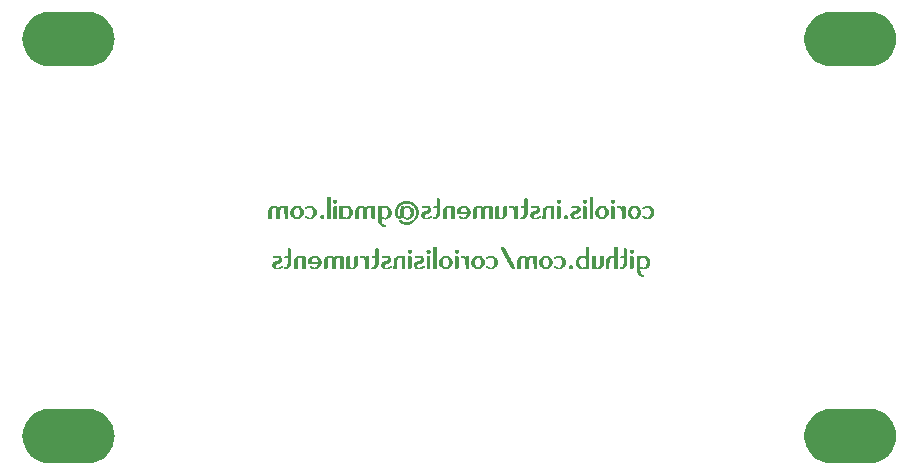
<source format=gbr>
G04 #@! TF.GenerationSoftware,KiCad,Pcbnew,(5.0.0)*
G04 #@! TF.CreationDate,2018-08-19T17:10:44+02:00*
G04 #@! TF.ProjectId,PcbBusinessCard,506362427573696E657373436172642E,rev?*
G04 #@! TF.SameCoordinates,Original*
G04 #@! TF.FileFunction,Soldermask,Bot*
G04 #@! TF.FilePolarity,Negative*
%FSLAX46Y46*%
G04 Gerber Fmt 4.6, Leading zero omitted, Abs format (unit mm)*
G04 Created by KiCad (PCBNEW (5.0.0)) date 08/19/18 17:10:44*
%MOMM*%
%LPD*%
G01*
G04 APERTURE LIST*
%ADD10C,0.010000*%
%ADD11C,0.100000*%
%ADD12C,4.600000*%
G04 APERTURE END LIST*
D10*
G04 #@! TO.C,G\002A\002A\002A*
G36*
X29973297Y-16591031D02*
X29930369Y-16615241D01*
X29904277Y-16648611D01*
X29890147Y-16692140D01*
X29887943Y-16738983D01*
X29898015Y-16779421D01*
X29899482Y-16782315D01*
X29928114Y-16815129D01*
X29969198Y-16836805D01*
X30016373Y-16845903D01*
X30063276Y-16840982D01*
X30095328Y-16826651D01*
X30130523Y-16794718D01*
X30149198Y-16754099D01*
X30153875Y-16711067D01*
X30151824Y-16680881D01*
X30142366Y-16657493D01*
X30121430Y-16632174D01*
X30113162Y-16623755D01*
X30085212Y-16598647D01*
X30061432Y-16586341D01*
X30033278Y-16582716D01*
X30027969Y-16582667D01*
X29973297Y-16591031D01*
X29973297Y-16591031D01*
G37*
X29973297Y-16591031D02*
X29930369Y-16615241D01*
X29904277Y-16648611D01*
X29890147Y-16692140D01*
X29887943Y-16738983D01*
X29898015Y-16779421D01*
X29899482Y-16782315D01*
X29928114Y-16815129D01*
X29969198Y-16836805D01*
X30016373Y-16845903D01*
X30063276Y-16840982D01*
X30095328Y-16826651D01*
X30130523Y-16794718D01*
X30149198Y-16754099D01*
X30153875Y-16711067D01*
X30151824Y-16680881D01*
X30142366Y-16657493D01*
X30121430Y-16632174D01*
X30113162Y-16623755D01*
X30085212Y-16598647D01*
X30061432Y-16586341D01*
X30033278Y-16582716D01*
X30027969Y-16582667D01*
X29973297Y-16591031D01*
G36*
X48906881Y-16591031D02*
X48863952Y-16615241D01*
X48837861Y-16648611D01*
X48823730Y-16692140D01*
X48821526Y-16738983D01*
X48831598Y-16779421D01*
X48833065Y-16782315D01*
X48861697Y-16815129D01*
X48902782Y-16836805D01*
X48949956Y-16845903D01*
X48996859Y-16840982D01*
X49028911Y-16826651D01*
X49064106Y-16794718D01*
X49082781Y-16754099D01*
X49087458Y-16711067D01*
X49085408Y-16680881D01*
X49075949Y-16657493D01*
X49055013Y-16632174D01*
X49046745Y-16623755D01*
X49018795Y-16598647D01*
X48995015Y-16586341D01*
X48966861Y-16582716D01*
X48961553Y-16582667D01*
X48906881Y-16591031D01*
X48906881Y-16591031D01*
G37*
X48906881Y-16591031D02*
X48863952Y-16615241D01*
X48837861Y-16648611D01*
X48823730Y-16692140D01*
X48821526Y-16738983D01*
X48831598Y-16779421D01*
X48833065Y-16782315D01*
X48861697Y-16815129D01*
X48902782Y-16836805D01*
X48949956Y-16845903D01*
X48996859Y-16840982D01*
X49028911Y-16826651D01*
X49064106Y-16794718D01*
X49082781Y-16754099D01*
X49087458Y-16711067D01*
X49085408Y-16680881D01*
X49075949Y-16657493D01*
X49055013Y-16632174D01*
X49046745Y-16623755D01*
X49018795Y-16598647D01*
X48995015Y-16586341D01*
X48966861Y-16582716D01*
X48961553Y-16582667D01*
X48906881Y-16591031D01*
G36*
X51129381Y-16591031D02*
X51086452Y-16615241D01*
X51060361Y-16648611D01*
X51046230Y-16692140D01*
X51044026Y-16738983D01*
X51054098Y-16779421D01*
X51055565Y-16782315D01*
X51084197Y-16815129D01*
X51125282Y-16836805D01*
X51172456Y-16845903D01*
X51219359Y-16840982D01*
X51251411Y-16826651D01*
X51286606Y-16794718D01*
X51305281Y-16754099D01*
X51309958Y-16711067D01*
X51307908Y-16680881D01*
X51298449Y-16657493D01*
X51277513Y-16632174D01*
X51269245Y-16623755D01*
X51241295Y-16598647D01*
X51217515Y-16586341D01*
X51189361Y-16582716D01*
X51184053Y-16582667D01*
X51129381Y-16591031D01*
X51129381Y-16591031D01*
G37*
X51129381Y-16591031D02*
X51086452Y-16615241D01*
X51060361Y-16648611D01*
X51046230Y-16692140D01*
X51044026Y-16738983D01*
X51054098Y-16779421D01*
X51055565Y-16782315D01*
X51084197Y-16815129D01*
X51125282Y-16836805D01*
X51172456Y-16845903D01*
X51219359Y-16840982D01*
X51251411Y-16826651D01*
X51286606Y-16794718D01*
X51305281Y-16754099D01*
X51309958Y-16711067D01*
X51307908Y-16680881D01*
X51298449Y-16657493D01*
X51277513Y-16632174D01*
X51269245Y-16623755D01*
X51241295Y-16598647D01*
X51217515Y-16586341D01*
X51189361Y-16582716D01*
X51184053Y-16582667D01*
X51129381Y-16591031D01*
G36*
X53500047Y-16591031D02*
X53457119Y-16615241D01*
X53431027Y-16648611D01*
X53416897Y-16692140D01*
X53414693Y-16738983D01*
X53424765Y-16779421D01*
X53426232Y-16782315D01*
X53454864Y-16815129D01*
X53495948Y-16836805D01*
X53543123Y-16845903D01*
X53590026Y-16840982D01*
X53622078Y-16826651D01*
X53657273Y-16794718D01*
X53675948Y-16754099D01*
X53680625Y-16711067D01*
X53678574Y-16680881D01*
X53669116Y-16657493D01*
X53648180Y-16632174D01*
X53639912Y-16623755D01*
X53611962Y-16598647D01*
X53588182Y-16586341D01*
X53560028Y-16582716D01*
X53554719Y-16582667D01*
X53500047Y-16591031D01*
X53500047Y-16591031D01*
G37*
X53500047Y-16591031D02*
X53457119Y-16615241D01*
X53431027Y-16648611D01*
X53416897Y-16692140D01*
X53414693Y-16738983D01*
X53424765Y-16779421D01*
X53426232Y-16782315D01*
X53454864Y-16815129D01*
X53495948Y-16836805D01*
X53543123Y-16845903D01*
X53590026Y-16840982D01*
X53622078Y-16826651D01*
X53657273Y-16794718D01*
X53675948Y-16754099D01*
X53680625Y-16711067D01*
X53678574Y-16680881D01*
X53669116Y-16657493D01*
X53648180Y-16632174D01*
X53639912Y-16623755D01*
X53611962Y-16598647D01*
X53588182Y-16586341D01*
X53560028Y-16582716D01*
X53554719Y-16582667D01*
X53500047Y-16591031D01*
G36*
X25460909Y-17123699D02*
X25372405Y-17152678D01*
X25291944Y-17198591D01*
X25250633Y-17232543D01*
X25220642Y-17260634D01*
X25184908Y-17229260D01*
X25106106Y-17173301D01*
X25019505Y-17135251D01*
X24928191Y-17115266D01*
X24835253Y-17113499D01*
X24743777Y-17130107D01*
X24656850Y-17165244D01*
X24601656Y-17199988D01*
X24543647Y-17248638D01*
X24498740Y-17301447D01*
X24460790Y-17365983D01*
X24451823Y-17384508D01*
X24423375Y-17445208D01*
X24420144Y-17767596D01*
X24419532Y-17849208D01*
X24419355Y-17924841D01*
X24419589Y-17991661D01*
X24420211Y-18046834D01*
X24421196Y-18087527D01*
X24422521Y-18110905D01*
X24423074Y-18114529D01*
X24438415Y-18139209D01*
X24467250Y-18161569D01*
X24502050Y-18176819D01*
X24527088Y-18180710D01*
X24557957Y-18175727D01*
X24588776Y-18164172D01*
X24605649Y-18154217D01*
X24619172Y-18142127D01*
X24629716Y-18125602D01*
X24637651Y-18102342D01*
X24643346Y-18070044D01*
X24647173Y-18026408D01*
X24649500Y-17969134D01*
X24650698Y-17895919D01*
X24651138Y-17804463D01*
X24651175Y-17776277D01*
X24651627Y-17695058D01*
X24652772Y-17619000D01*
X24654508Y-17551289D01*
X24656732Y-17495110D01*
X24659341Y-17453650D01*
X24662235Y-17430095D01*
X24662306Y-17429781D01*
X24683724Y-17363364D01*
X24714800Y-17302372D01*
X24752608Y-17250932D01*
X24794221Y-17213175D01*
X24828301Y-17195589D01*
X24877676Y-17188388D01*
X24937098Y-17194122D01*
X25000638Y-17211844D01*
X25042278Y-17229810D01*
X25106000Y-17261652D01*
X25106000Y-18114159D01*
X25131556Y-18141735D01*
X25169188Y-18168575D01*
X25213074Y-18179003D01*
X25257338Y-18173237D01*
X25296109Y-18151497D01*
X25311361Y-18135026D01*
X25317503Y-18125866D01*
X25322456Y-18115113D01*
X25326396Y-18100415D01*
X25329499Y-18079425D01*
X25331944Y-18049791D01*
X25333905Y-18009165D01*
X25335560Y-17955196D01*
X25337086Y-17885536D01*
X25338660Y-17797834D01*
X25339218Y-17764609D01*
X25340866Y-17669991D01*
X25342443Y-17593977D01*
X25344136Y-17534008D01*
X25346135Y-17487523D01*
X25348628Y-17451962D01*
X25351802Y-17424765D01*
X25355848Y-17403370D01*
X25360952Y-17385219D01*
X25367304Y-17367750D01*
X25368675Y-17364276D01*
X25395380Y-17311453D01*
X25430155Y-17263021D01*
X25468698Y-17223941D01*
X25506706Y-17199170D01*
X25514584Y-17196128D01*
X25564588Y-17188586D01*
X25623895Y-17193721D01*
X25685653Y-17210536D01*
X25722001Y-17226306D01*
X25778041Y-17254708D01*
X25783333Y-17672750D01*
X25784804Y-17783749D01*
X25786320Y-17875556D01*
X25788142Y-17950146D01*
X25790531Y-18009492D01*
X25793746Y-18055569D01*
X25798048Y-18090349D01*
X25803698Y-18115808D01*
X25810956Y-18133919D01*
X25820083Y-18146656D01*
X25831338Y-18155993D01*
X25844983Y-18163905D01*
X25848368Y-18165669D01*
X25892894Y-18179134D01*
X25938335Y-18176962D01*
X25976750Y-18159556D01*
X25977333Y-18159102D01*
X25998922Y-18133932D01*
X26014768Y-18101504D01*
X26015743Y-18098248D01*
X26018596Y-18077108D01*
X26021020Y-18037719D01*
X26023017Y-17982994D01*
X26024587Y-17915847D01*
X26025731Y-17839190D01*
X26026450Y-17755936D01*
X26026746Y-17668999D01*
X26026618Y-17581292D01*
X26026069Y-17495728D01*
X26025098Y-17415220D01*
X26023707Y-17342682D01*
X26021897Y-17281026D01*
X26019668Y-17233166D01*
X26017022Y-17202015D01*
X26015458Y-17193303D01*
X25994606Y-17152863D01*
X25961334Y-17125794D01*
X25920711Y-17113545D01*
X25877805Y-17117563D01*
X25837685Y-17139295D01*
X25834874Y-17141730D01*
X25801414Y-17171626D01*
X25736811Y-17145172D01*
X25646899Y-17119266D01*
X25553669Y-17112335D01*
X25460909Y-17123699D01*
X25460909Y-17123699D01*
G37*
X25460909Y-17123699D02*
X25372405Y-17152678D01*
X25291944Y-17198591D01*
X25250633Y-17232543D01*
X25220642Y-17260634D01*
X25184908Y-17229260D01*
X25106106Y-17173301D01*
X25019505Y-17135251D01*
X24928191Y-17115266D01*
X24835253Y-17113499D01*
X24743777Y-17130107D01*
X24656850Y-17165244D01*
X24601656Y-17199988D01*
X24543647Y-17248638D01*
X24498740Y-17301447D01*
X24460790Y-17365983D01*
X24451823Y-17384508D01*
X24423375Y-17445208D01*
X24420144Y-17767596D01*
X24419532Y-17849208D01*
X24419355Y-17924841D01*
X24419589Y-17991661D01*
X24420211Y-18046834D01*
X24421196Y-18087527D01*
X24422521Y-18110905D01*
X24423074Y-18114529D01*
X24438415Y-18139209D01*
X24467250Y-18161569D01*
X24502050Y-18176819D01*
X24527088Y-18180710D01*
X24557957Y-18175727D01*
X24588776Y-18164172D01*
X24605649Y-18154217D01*
X24619172Y-18142127D01*
X24629716Y-18125602D01*
X24637651Y-18102342D01*
X24643346Y-18070044D01*
X24647173Y-18026408D01*
X24649500Y-17969134D01*
X24650698Y-17895919D01*
X24651138Y-17804463D01*
X24651175Y-17776277D01*
X24651627Y-17695058D01*
X24652772Y-17619000D01*
X24654508Y-17551289D01*
X24656732Y-17495110D01*
X24659341Y-17453650D01*
X24662235Y-17430095D01*
X24662306Y-17429781D01*
X24683724Y-17363364D01*
X24714800Y-17302372D01*
X24752608Y-17250932D01*
X24794221Y-17213175D01*
X24828301Y-17195589D01*
X24877676Y-17188388D01*
X24937098Y-17194122D01*
X25000638Y-17211844D01*
X25042278Y-17229810D01*
X25106000Y-17261652D01*
X25106000Y-18114159D01*
X25131556Y-18141735D01*
X25169188Y-18168575D01*
X25213074Y-18179003D01*
X25257338Y-18173237D01*
X25296109Y-18151497D01*
X25311361Y-18135026D01*
X25317503Y-18125866D01*
X25322456Y-18115113D01*
X25326396Y-18100415D01*
X25329499Y-18079425D01*
X25331944Y-18049791D01*
X25333905Y-18009165D01*
X25335560Y-17955196D01*
X25337086Y-17885536D01*
X25338660Y-17797834D01*
X25339218Y-17764609D01*
X25340866Y-17669991D01*
X25342443Y-17593977D01*
X25344136Y-17534008D01*
X25346135Y-17487523D01*
X25348628Y-17451962D01*
X25351802Y-17424765D01*
X25355848Y-17403370D01*
X25360952Y-17385219D01*
X25367304Y-17367750D01*
X25368675Y-17364276D01*
X25395380Y-17311453D01*
X25430155Y-17263021D01*
X25468698Y-17223941D01*
X25506706Y-17199170D01*
X25514584Y-17196128D01*
X25564588Y-17188586D01*
X25623895Y-17193721D01*
X25685653Y-17210536D01*
X25722001Y-17226306D01*
X25778041Y-17254708D01*
X25783333Y-17672750D01*
X25784804Y-17783749D01*
X25786320Y-17875556D01*
X25788142Y-17950146D01*
X25790531Y-18009492D01*
X25793746Y-18055569D01*
X25798048Y-18090349D01*
X25803698Y-18115808D01*
X25810956Y-18133919D01*
X25820083Y-18146656D01*
X25831338Y-18155993D01*
X25844983Y-18163905D01*
X25848368Y-18165669D01*
X25892894Y-18179134D01*
X25938335Y-18176962D01*
X25976750Y-18159556D01*
X25977333Y-18159102D01*
X25998922Y-18133932D01*
X26014768Y-18101504D01*
X26015743Y-18098248D01*
X26018596Y-18077108D01*
X26021020Y-18037719D01*
X26023017Y-17982994D01*
X26024587Y-17915847D01*
X26025731Y-17839190D01*
X26026450Y-17755936D01*
X26026746Y-17668999D01*
X26026618Y-17581292D01*
X26026069Y-17495728D01*
X26025098Y-17415220D01*
X26023707Y-17342682D01*
X26021897Y-17281026D01*
X26019668Y-17233166D01*
X26017022Y-17202015D01*
X26015458Y-17193303D01*
X25994606Y-17152863D01*
X25961334Y-17125794D01*
X25920711Y-17113545D01*
X25877805Y-17117563D01*
X25837685Y-17139295D01*
X25834874Y-17141730D01*
X25801414Y-17171626D01*
X25736811Y-17145172D01*
X25646899Y-17119266D01*
X25553669Y-17112335D01*
X25460909Y-17123699D01*
G36*
X28893215Y-17924798D02*
X28849655Y-17949220D01*
X28820154Y-17987229D01*
X28807077Y-18036617D01*
X28806639Y-18048458D01*
X28815892Y-18099996D01*
X28842076Y-18140627D01*
X28882825Y-18168144D01*
X28935775Y-18180341D01*
X28948469Y-18180750D01*
X28978068Y-18178102D01*
X29001966Y-18167413D01*
X29028709Y-18144561D01*
X29033662Y-18139662D01*
X29058271Y-18112631D01*
X29070525Y-18089772D01*
X29074533Y-18061959D01*
X29074750Y-18048458D01*
X29072765Y-18016457D01*
X29064070Y-17992816D01*
X29044553Y-17968410D01*
X29033662Y-17957255D01*
X29005712Y-17932147D01*
X28981932Y-17919841D01*
X28953778Y-17916216D01*
X28948469Y-17916167D01*
X28893215Y-17924798D01*
X28893215Y-17924798D01*
G37*
X28893215Y-17924798D02*
X28849655Y-17949220D01*
X28820154Y-17987229D01*
X28807077Y-18036617D01*
X28806639Y-18048458D01*
X28815892Y-18099996D01*
X28842076Y-18140627D01*
X28882825Y-18168144D01*
X28935775Y-18180341D01*
X28948469Y-18180750D01*
X28978068Y-18178102D01*
X29001966Y-18167413D01*
X29028709Y-18144561D01*
X29033662Y-18139662D01*
X29058271Y-18112631D01*
X29070525Y-18089772D01*
X29074533Y-18061959D01*
X29074750Y-18048458D01*
X29072765Y-18016457D01*
X29064070Y-17992816D01*
X29044553Y-17968410D01*
X29033662Y-17957255D01*
X29005712Y-17932147D01*
X28981932Y-17919841D01*
X28953778Y-17916216D01*
X28948469Y-17916167D01*
X28893215Y-17924798D01*
G36*
X29450081Y-16349958D02*
X29421521Y-16370129D01*
X29386958Y-16401008D01*
X29384124Y-17238612D01*
X29383575Y-17396624D01*
X29383131Y-17534844D01*
X29382892Y-17654643D01*
X29382955Y-17757396D01*
X29383418Y-17844475D01*
X29384379Y-17917255D01*
X29385937Y-17977109D01*
X29388189Y-18025409D01*
X29391234Y-18063530D01*
X29395170Y-18092845D01*
X29400094Y-18114727D01*
X29406106Y-18130549D01*
X29413303Y-18141686D01*
X29421782Y-18149510D01*
X29431643Y-18155394D01*
X29442984Y-18160713D01*
X29450230Y-18164057D01*
X29482501Y-18176989D01*
X29508203Y-18178640D01*
X29538443Y-18169180D01*
X29546996Y-18165542D01*
X29559038Y-18160671D01*
X29569561Y-18156314D01*
X29578666Y-18151096D01*
X29586457Y-18143643D01*
X29593034Y-18132581D01*
X29598500Y-18116533D01*
X29602958Y-18094127D01*
X29606508Y-18063987D01*
X29609254Y-18024739D01*
X29611298Y-17975008D01*
X29612740Y-17913419D01*
X29613685Y-17838598D01*
X29614233Y-17749170D01*
X29614486Y-17643761D01*
X29614548Y-17520996D01*
X29614519Y-17379500D01*
X29614500Y-17256587D01*
X29614500Y-16411216D01*
X29578516Y-16375233D01*
X29537213Y-16346048D01*
X29493724Y-16337601D01*
X29450081Y-16349958D01*
X29450081Y-16349958D01*
G37*
X29450081Y-16349958D02*
X29421521Y-16370129D01*
X29386958Y-16401008D01*
X29384124Y-17238612D01*
X29383575Y-17396624D01*
X29383131Y-17534844D01*
X29382892Y-17654643D01*
X29382955Y-17757396D01*
X29383418Y-17844475D01*
X29384379Y-17917255D01*
X29385937Y-17977109D01*
X29388189Y-18025409D01*
X29391234Y-18063530D01*
X29395170Y-18092845D01*
X29400094Y-18114727D01*
X29406106Y-18130549D01*
X29413303Y-18141686D01*
X29421782Y-18149510D01*
X29431643Y-18155394D01*
X29442984Y-18160713D01*
X29450230Y-18164057D01*
X29482501Y-18176989D01*
X29508203Y-18178640D01*
X29538443Y-18169180D01*
X29546996Y-18165542D01*
X29559038Y-18160671D01*
X29569561Y-18156314D01*
X29578666Y-18151096D01*
X29586457Y-18143643D01*
X29593034Y-18132581D01*
X29598500Y-18116533D01*
X29602958Y-18094127D01*
X29606508Y-18063987D01*
X29609254Y-18024739D01*
X29611298Y-17975008D01*
X29612740Y-17913419D01*
X29613685Y-17838598D01*
X29614233Y-17749170D01*
X29614486Y-17643761D01*
X29614548Y-17520996D01*
X29614519Y-17379500D01*
X29614500Y-17256587D01*
X29614500Y-16411216D01*
X29578516Y-16375233D01*
X29537213Y-16346048D01*
X29493724Y-16337601D01*
X29450081Y-16349958D01*
G36*
X29973122Y-17120783D02*
X29936233Y-17146802D01*
X29912962Y-17188646D01*
X29911257Y-17194335D01*
X29908423Y-17215438D01*
X29905950Y-17256013D01*
X29903878Y-17314371D01*
X29902247Y-17388819D01*
X29901099Y-17477668D01*
X29900475Y-17579226D01*
X29900368Y-17646292D01*
X29900655Y-17754733D01*
X29901491Y-17851491D01*
X29902834Y-17934874D01*
X29904643Y-18003192D01*
X29906878Y-18054754D01*
X29909498Y-18087867D01*
X29911257Y-18098248D01*
X29932531Y-18140478D01*
X29966367Y-18168314D01*
X30008562Y-18180279D01*
X30054912Y-18174897D01*
X30087455Y-18160094D01*
X30119459Y-18129007D01*
X30132375Y-18099280D01*
X30135241Y-18078115D01*
X30137690Y-18038705D01*
X30139721Y-17983963D01*
X30141333Y-17916801D01*
X30142526Y-17840134D01*
X30143298Y-17756874D01*
X30143648Y-17669934D01*
X30143576Y-17582228D01*
X30143080Y-17496668D01*
X30142160Y-17416169D01*
X30140814Y-17343642D01*
X30139043Y-17282002D01*
X30136844Y-17234161D01*
X30134218Y-17203033D01*
X30132660Y-17194335D01*
X30111038Y-17150775D01*
X30075610Y-17122899D01*
X30028045Y-17111951D01*
X30021958Y-17111833D01*
X29973122Y-17120783D01*
X29973122Y-17120783D01*
G37*
X29973122Y-17120783D02*
X29936233Y-17146802D01*
X29912962Y-17188646D01*
X29911257Y-17194335D01*
X29908423Y-17215438D01*
X29905950Y-17256013D01*
X29903878Y-17314371D01*
X29902247Y-17388819D01*
X29901099Y-17477668D01*
X29900475Y-17579226D01*
X29900368Y-17646292D01*
X29900655Y-17754733D01*
X29901491Y-17851491D01*
X29902834Y-17934874D01*
X29904643Y-18003192D01*
X29906878Y-18054754D01*
X29909498Y-18087867D01*
X29911257Y-18098248D01*
X29932531Y-18140478D01*
X29966367Y-18168314D01*
X30008562Y-18180279D01*
X30054912Y-18174897D01*
X30087455Y-18160094D01*
X30119459Y-18129007D01*
X30132375Y-18099280D01*
X30135241Y-18078115D01*
X30137690Y-18038705D01*
X30139721Y-17983963D01*
X30141333Y-17916801D01*
X30142526Y-17840134D01*
X30143298Y-17756874D01*
X30143648Y-17669934D01*
X30143576Y-17582228D01*
X30143080Y-17496668D01*
X30142160Y-17416169D01*
X30140814Y-17343642D01*
X30139043Y-17282002D01*
X30136844Y-17234161D01*
X30134218Y-17203033D01*
X30132660Y-17194335D01*
X30111038Y-17150775D01*
X30075610Y-17122899D01*
X30028045Y-17111951D01*
X30021958Y-17111833D01*
X29973122Y-17120783D01*
G36*
X32816326Y-17123699D02*
X32727821Y-17152678D01*
X32647360Y-17198591D01*
X32606050Y-17232543D01*
X32576058Y-17260634D01*
X32540325Y-17229260D01*
X32461522Y-17173301D01*
X32374921Y-17135251D01*
X32283608Y-17115266D01*
X32190670Y-17113499D01*
X32099194Y-17130107D01*
X32012266Y-17165244D01*
X31957073Y-17199988D01*
X31899064Y-17248638D01*
X31854157Y-17301447D01*
X31816206Y-17365983D01*
X31807240Y-17384508D01*
X31778791Y-17445208D01*
X31775561Y-17767596D01*
X31774949Y-17849208D01*
X31774771Y-17924841D01*
X31775006Y-17991661D01*
X31775627Y-18046834D01*
X31776613Y-18087527D01*
X31777938Y-18110905D01*
X31778491Y-18114529D01*
X31793832Y-18139209D01*
X31822667Y-18161569D01*
X31857467Y-18176819D01*
X31882505Y-18180710D01*
X31913373Y-18175727D01*
X31944192Y-18164172D01*
X31961066Y-18154217D01*
X31974589Y-18142127D01*
X31985133Y-18125602D01*
X31993068Y-18102342D01*
X31998763Y-18070044D01*
X32002589Y-18026408D01*
X32004917Y-17969134D01*
X32006115Y-17895919D01*
X32006555Y-17804463D01*
X32006592Y-17776277D01*
X32007044Y-17695058D01*
X32008189Y-17619000D01*
X32009925Y-17551289D01*
X32012148Y-17495110D01*
X32014758Y-17453650D01*
X32017651Y-17430095D01*
X32017722Y-17429781D01*
X32039140Y-17363364D01*
X32070217Y-17302372D01*
X32108025Y-17250932D01*
X32149638Y-17213175D01*
X32183717Y-17195589D01*
X32233093Y-17188388D01*
X32292515Y-17194122D01*
X32356055Y-17211844D01*
X32397695Y-17229810D01*
X32461416Y-17261652D01*
X32461416Y-18114159D01*
X32486973Y-18141735D01*
X32524605Y-18168575D01*
X32568490Y-18179003D01*
X32612755Y-18173237D01*
X32651525Y-18151497D01*
X32666777Y-18135026D01*
X32672920Y-18125866D01*
X32677872Y-18115113D01*
X32681812Y-18100415D01*
X32684916Y-18079425D01*
X32687360Y-18049791D01*
X32689322Y-18009165D01*
X32690977Y-17955196D01*
X32692503Y-17885536D01*
X32694076Y-17797834D01*
X32694635Y-17764609D01*
X32696283Y-17669991D01*
X32697859Y-17593977D01*
X32699553Y-17534008D01*
X32701552Y-17487523D01*
X32704044Y-17451962D01*
X32707219Y-17424765D01*
X32711264Y-17403370D01*
X32716369Y-17385219D01*
X32722720Y-17367750D01*
X32724092Y-17364276D01*
X32750796Y-17311453D01*
X32785571Y-17263021D01*
X32824114Y-17223941D01*
X32862123Y-17199170D01*
X32870001Y-17196128D01*
X32920004Y-17188586D01*
X32979312Y-17193721D01*
X33041070Y-17210536D01*
X33077418Y-17226306D01*
X33133458Y-17254708D01*
X33138750Y-17672750D01*
X33140221Y-17783749D01*
X33141737Y-17875556D01*
X33143559Y-17950146D01*
X33145947Y-18009492D01*
X33149162Y-18055569D01*
X33153465Y-18090349D01*
X33159115Y-18115808D01*
X33166373Y-18133919D01*
X33175499Y-18146656D01*
X33186755Y-18155993D01*
X33200400Y-18163905D01*
X33203785Y-18165669D01*
X33248310Y-18179134D01*
X33293751Y-18176962D01*
X33332166Y-18159556D01*
X33332750Y-18159102D01*
X33354338Y-18133932D01*
X33370184Y-18101504D01*
X33371160Y-18098248D01*
X33374012Y-18077108D01*
X33376437Y-18037719D01*
X33378433Y-17982994D01*
X33380003Y-17915847D01*
X33381147Y-17839190D01*
X33381867Y-17755936D01*
X33382162Y-17668999D01*
X33382035Y-17581292D01*
X33381485Y-17495728D01*
X33380515Y-17415220D01*
X33379124Y-17342682D01*
X33377313Y-17281026D01*
X33375085Y-17233166D01*
X33372438Y-17202015D01*
X33370875Y-17193303D01*
X33350023Y-17152863D01*
X33316751Y-17125794D01*
X33276128Y-17113545D01*
X33233222Y-17117563D01*
X33193102Y-17139295D01*
X33190290Y-17141730D01*
X33156830Y-17171626D01*
X33092228Y-17145172D01*
X33002316Y-17119266D01*
X32909086Y-17112335D01*
X32816326Y-17123699D01*
X32816326Y-17123699D01*
G37*
X32816326Y-17123699D02*
X32727821Y-17152678D01*
X32647360Y-17198591D01*
X32606050Y-17232543D01*
X32576058Y-17260634D01*
X32540325Y-17229260D01*
X32461522Y-17173301D01*
X32374921Y-17135251D01*
X32283608Y-17115266D01*
X32190670Y-17113499D01*
X32099194Y-17130107D01*
X32012266Y-17165244D01*
X31957073Y-17199988D01*
X31899064Y-17248638D01*
X31854157Y-17301447D01*
X31816206Y-17365983D01*
X31807240Y-17384508D01*
X31778791Y-17445208D01*
X31775561Y-17767596D01*
X31774949Y-17849208D01*
X31774771Y-17924841D01*
X31775006Y-17991661D01*
X31775627Y-18046834D01*
X31776613Y-18087527D01*
X31777938Y-18110905D01*
X31778491Y-18114529D01*
X31793832Y-18139209D01*
X31822667Y-18161569D01*
X31857467Y-18176819D01*
X31882505Y-18180710D01*
X31913373Y-18175727D01*
X31944192Y-18164172D01*
X31961066Y-18154217D01*
X31974589Y-18142127D01*
X31985133Y-18125602D01*
X31993068Y-18102342D01*
X31998763Y-18070044D01*
X32002589Y-18026408D01*
X32004917Y-17969134D01*
X32006115Y-17895919D01*
X32006555Y-17804463D01*
X32006592Y-17776277D01*
X32007044Y-17695058D01*
X32008189Y-17619000D01*
X32009925Y-17551289D01*
X32012148Y-17495110D01*
X32014758Y-17453650D01*
X32017651Y-17430095D01*
X32017722Y-17429781D01*
X32039140Y-17363364D01*
X32070217Y-17302372D01*
X32108025Y-17250932D01*
X32149638Y-17213175D01*
X32183717Y-17195589D01*
X32233093Y-17188388D01*
X32292515Y-17194122D01*
X32356055Y-17211844D01*
X32397695Y-17229810D01*
X32461416Y-17261652D01*
X32461416Y-18114159D01*
X32486973Y-18141735D01*
X32524605Y-18168575D01*
X32568490Y-18179003D01*
X32612755Y-18173237D01*
X32651525Y-18151497D01*
X32666777Y-18135026D01*
X32672920Y-18125866D01*
X32677872Y-18115113D01*
X32681812Y-18100415D01*
X32684916Y-18079425D01*
X32687360Y-18049791D01*
X32689322Y-18009165D01*
X32690977Y-17955196D01*
X32692503Y-17885536D01*
X32694076Y-17797834D01*
X32694635Y-17764609D01*
X32696283Y-17669991D01*
X32697859Y-17593977D01*
X32699553Y-17534008D01*
X32701552Y-17487523D01*
X32704044Y-17451962D01*
X32707219Y-17424765D01*
X32711264Y-17403370D01*
X32716369Y-17385219D01*
X32722720Y-17367750D01*
X32724092Y-17364276D01*
X32750796Y-17311453D01*
X32785571Y-17263021D01*
X32824114Y-17223941D01*
X32862123Y-17199170D01*
X32870001Y-17196128D01*
X32920004Y-17188586D01*
X32979312Y-17193721D01*
X33041070Y-17210536D01*
X33077418Y-17226306D01*
X33133458Y-17254708D01*
X33138750Y-17672750D01*
X33140221Y-17783749D01*
X33141737Y-17875556D01*
X33143559Y-17950146D01*
X33145947Y-18009492D01*
X33149162Y-18055569D01*
X33153465Y-18090349D01*
X33159115Y-18115808D01*
X33166373Y-18133919D01*
X33175499Y-18146656D01*
X33186755Y-18155993D01*
X33200400Y-18163905D01*
X33203785Y-18165669D01*
X33248310Y-18179134D01*
X33293751Y-18176962D01*
X33332166Y-18159556D01*
X33332750Y-18159102D01*
X33354338Y-18133932D01*
X33370184Y-18101504D01*
X33371160Y-18098248D01*
X33374012Y-18077108D01*
X33376437Y-18037719D01*
X33378433Y-17982994D01*
X33380003Y-17915847D01*
X33381147Y-17839190D01*
X33381867Y-17755936D01*
X33382162Y-17668999D01*
X33382035Y-17581292D01*
X33381485Y-17495728D01*
X33380515Y-17415220D01*
X33379124Y-17342682D01*
X33377313Y-17281026D01*
X33375085Y-17233166D01*
X33372438Y-17202015D01*
X33370875Y-17193303D01*
X33350023Y-17152863D01*
X33316751Y-17125794D01*
X33276128Y-17113545D01*
X33233222Y-17117563D01*
X33193102Y-17139295D01*
X33190290Y-17141730D01*
X33156830Y-17171626D01*
X33092228Y-17145172D01*
X33002316Y-17119266D01*
X32909086Y-17112335D01*
X32816326Y-17123699D01*
G36*
X38738653Y-16483045D02*
X38718461Y-16493351D01*
X38702860Y-16505341D01*
X38690504Y-16518663D01*
X38681016Y-16535796D01*
X38674020Y-16559221D01*
X38669139Y-16591417D01*
X38665998Y-16634863D01*
X38664220Y-16692041D01*
X38663429Y-16765429D01*
X38663250Y-16857308D01*
X38663250Y-17143583D01*
X38536622Y-17143583D01*
X38482053Y-17143942D01*
X38444907Y-17145359D01*
X38421450Y-17148350D01*
X38407943Y-17153427D01*
X38400653Y-17161105D01*
X38399936Y-17162377D01*
X38396200Y-17189487D01*
X38400090Y-17199419D01*
X38407164Y-17207290D01*
X38420406Y-17212554D01*
X38443529Y-17215708D01*
X38480242Y-17217247D01*
X38534257Y-17217666D01*
X38536776Y-17217667D01*
X38663250Y-17217667D01*
X38663250Y-17470222D01*
X38662858Y-17565475D01*
X38661427Y-17642732D01*
X38658572Y-17705154D01*
X38653910Y-17755901D01*
X38647057Y-17798135D01*
X38637629Y-17835016D01*
X38625241Y-17869704D01*
X38610698Y-17902832D01*
X38572161Y-17974733D01*
X38531241Y-18028255D01*
X38484836Y-18066175D01*
X38429846Y-18091270D01*
X38388216Y-18101982D01*
X38354967Y-18109456D01*
X38337542Y-18117231D01*
X38330873Y-18129004D01*
X38329875Y-18144545D01*
X38331017Y-18162264D01*
X38337911Y-18171725D01*
X38355761Y-18175884D01*
X38388083Y-18177639D01*
X38434505Y-18175809D01*
X38484321Y-18168659D01*
X38503392Y-18164233D01*
X38547777Y-18149372D01*
X38595033Y-18129514D01*
X38614517Y-18119860D01*
X38660070Y-18089744D01*
X38710529Y-18047109D01*
X38760160Y-17997683D01*
X38803231Y-17947197D01*
X38834008Y-17901379D01*
X38835022Y-17899499D01*
X38847633Y-17875357D01*
X38858377Y-17852728D01*
X38867402Y-17829756D01*
X38874859Y-17804585D01*
X38880898Y-17775359D01*
X38885667Y-17740222D01*
X38889317Y-17697318D01*
X38891997Y-17644791D01*
X38893857Y-17580786D01*
X38895045Y-17503446D01*
X38895713Y-17410916D01*
X38896008Y-17301340D01*
X38896082Y-17172862D01*
X38896083Y-17141858D01*
X38895947Y-17005022D01*
X38895522Y-16888191D01*
X38894784Y-16790205D01*
X38893709Y-16709906D01*
X38892273Y-16646132D01*
X38890451Y-16597724D01*
X38888220Y-16563523D01*
X38885555Y-16542368D01*
X38883439Y-16534746D01*
X38859044Y-16504504D01*
X38822204Y-16484658D01*
X38779786Y-16476931D01*
X38738653Y-16483045D01*
X38738653Y-16483045D01*
G37*
X38738653Y-16483045D02*
X38718461Y-16493351D01*
X38702860Y-16505341D01*
X38690504Y-16518663D01*
X38681016Y-16535796D01*
X38674020Y-16559221D01*
X38669139Y-16591417D01*
X38665998Y-16634863D01*
X38664220Y-16692041D01*
X38663429Y-16765429D01*
X38663250Y-16857308D01*
X38663250Y-17143583D01*
X38536622Y-17143583D01*
X38482053Y-17143942D01*
X38444907Y-17145359D01*
X38421450Y-17148350D01*
X38407943Y-17153427D01*
X38400653Y-17161105D01*
X38399936Y-17162377D01*
X38396200Y-17189487D01*
X38400090Y-17199419D01*
X38407164Y-17207290D01*
X38420406Y-17212554D01*
X38443529Y-17215708D01*
X38480242Y-17217247D01*
X38534257Y-17217666D01*
X38536776Y-17217667D01*
X38663250Y-17217667D01*
X38663250Y-17470222D01*
X38662858Y-17565475D01*
X38661427Y-17642732D01*
X38658572Y-17705154D01*
X38653910Y-17755901D01*
X38647057Y-17798135D01*
X38637629Y-17835016D01*
X38625241Y-17869704D01*
X38610698Y-17902832D01*
X38572161Y-17974733D01*
X38531241Y-18028255D01*
X38484836Y-18066175D01*
X38429846Y-18091270D01*
X38388216Y-18101982D01*
X38354967Y-18109456D01*
X38337542Y-18117231D01*
X38330873Y-18129004D01*
X38329875Y-18144545D01*
X38331017Y-18162264D01*
X38337911Y-18171725D01*
X38355761Y-18175884D01*
X38388083Y-18177639D01*
X38434505Y-18175809D01*
X38484321Y-18168659D01*
X38503392Y-18164233D01*
X38547777Y-18149372D01*
X38595033Y-18129514D01*
X38614517Y-18119860D01*
X38660070Y-18089744D01*
X38710529Y-18047109D01*
X38760160Y-17997683D01*
X38803231Y-17947197D01*
X38834008Y-17901379D01*
X38835022Y-17899499D01*
X38847633Y-17875357D01*
X38858377Y-17852728D01*
X38867402Y-17829756D01*
X38874859Y-17804585D01*
X38880898Y-17775359D01*
X38885667Y-17740222D01*
X38889317Y-17697318D01*
X38891997Y-17644791D01*
X38893857Y-17580786D01*
X38895045Y-17503446D01*
X38895713Y-17410916D01*
X38896008Y-17301340D01*
X38896082Y-17172862D01*
X38896083Y-17141858D01*
X38895947Y-17005022D01*
X38895522Y-16888191D01*
X38894784Y-16790205D01*
X38893709Y-16709906D01*
X38892273Y-16646132D01*
X38890451Y-16597724D01*
X38888220Y-16563523D01*
X38885555Y-16542368D01*
X38883439Y-16534746D01*
X38859044Y-16504504D01*
X38822204Y-16484658D01*
X38779786Y-16476931D01*
X38738653Y-16483045D01*
G36*
X39548461Y-17124217D02*
X39462012Y-17154093D01*
X39382666Y-17200795D01*
X39313036Y-17263307D01*
X39255738Y-17340610D01*
X39237493Y-17374155D01*
X39197708Y-17454614D01*
X39194371Y-17781007D01*
X39191033Y-18107400D01*
X39227708Y-18144075D01*
X39269223Y-18173659D01*
X39312656Y-18182463D01*
X39356198Y-18170420D01*
X39385395Y-18149888D01*
X39419958Y-18119026D01*
X39425776Y-17776825D01*
X39427462Y-17681912D01*
X39429071Y-17605611D01*
X39430791Y-17545371D01*
X39432809Y-17498637D01*
X39435311Y-17462858D01*
X39438485Y-17435481D01*
X39442518Y-17413953D01*
X39447597Y-17395722D01*
X39453909Y-17378235D01*
X39455224Y-17374884D01*
X39492494Y-17298834D01*
X39536439Y-17242834D01*
X39587474Y-17206718D01*
X39646010Y-17190317D01*
X39712461Y-17193463D01*
X39787239Y-17215988D01*
X39815372Y-17228379D01*
X39880333Y-17259101D01*
X39880333Y-17677094D01*
X39880549Y-17794292D01*
X39881221Y-17891558D01*
X39882382Y-17970124D01*
X39884069Y-18031222D01*
X39886316Y-18076082D01*
X39889158Y-18105937D01*
X39892629Y-18122017D01*
X39892977Y-18122837D01*
X39918399Y-18155547D01*
X39955300Y-18174913D01*
X39998080Y-18180097D01*
X40041140Y-18170259D01*
X40073312Y-18149876D01*
X40107875Y-18119001D01*
X40110541Y-17660396D01*
X40111081Y-17542520D01*
X40111186Y-17444229D01*
X40110822Y-17363943D01*
X40109954Y-17300084D01*
X40108548Y-17251075D01*
X40106569Y-17215335D01*
X40103981Y-17191287D01*
X40100751Y-17177353D01*
X40099874Y-17175333D01*
X40081804Y-17153648D01*
X40053776Y-17133150D01*
X40046477Y-17129263D01*
X39998721Y-17115577D01*
X39953832Y-17121004D01*
X39915817Y-17144990D01*
X39913276Y-17147605D01*
X39889917Y-17172469D01*
X39824271Y-17145731D01*
X39732205Y-17119018D01*
X39639397Y-17112186D01*
X39548461Y-17124217D01*
X39548461Y-17124217D01*
G37*
X39548461Y-17124217D02*
X39462012Y-17154093D01*
X39382666Y-17200795D01*
X39313036Y-17263307D01*
X39255738Y-17340610D01*
X39237493Y-17374155D01*
X39197708Y-17454614D01*
X39194371Y-17781007D01*
X39191033Y-18107400D01*
X39227708Y-18144075D01*
X39269223Y-18173659D01*
X39312656Y-18182463D01*
X39356198Y-18170420D01*
X39385395Y-18149888D01*
X39419958Y-18119026D01*
X39425776Y-17776825D01*
X39427462Y-17681912D01*
X39429071Y-17605611D01*
X39430791Y-17545371D01*
X39432809Y-17498637D01*
X39435311Y-17462858D01*
X39438485Y-17435481D01*
X39442518Y-17413953D01*
X39447597Y-17395722D01*
X39453909Y-17378235D01*
X39455224Y-17374884D01*
X39492494Y-17298834D01*
X39536439Y-17242834D01*
X39587474Y-17206718D01*
X39646010Y-17190317D01*
X39712461Y-17193463D01*
X39787239Y-17215988D01*
X39815372Y-17228379D01*
X39880333Y-17259101D01*
X39880333Y-17677094D01*
X39880549Y-17794292D01*
X39881221Y-17891558D01*
X39882382Y-17970124D01*
X39884069Y-18031222D01*
X39886316Y-18076082D01*
X39889158Y-18105937D01*
X39892629Y-18122017D01*
X39892977Y-18122837D01*
X39918399Y-18155547D01*
X39955300Y-18174913D01*
X39998080Y-18180097D01*
X40041140Y-18170259D01*
X40073312Y-18149876D01*
X40107875Y-18119001D01*
X40110541Y-17660396D01*
X40111081Y-17542520D01*
X40111186Y-17444229D01*
X40110822Y-17363943D01*
X40109954Y-17300084D01*
X40108548Y-17251075D01*
X40106569Y-17215335D01*
X40103981Y-17191287D01*
X40100751Y-17177353D01*
X40099874Y-17175333D01*
X40081804Y-17153648D01*
X40053776Y-17133150D01*
X40046477Y-17129263D01*
X39998721Y-17115577D01*
X39953832Y-17121004D01*
X39915817Y-17144990D01*
X39913276Y-17147605D01*
X39889917Y-17172469D01*
X39824271Y-17145731D01*
X39732205Y-17119018D01*
X39639397Y-17112186D01*
X39548461Y-17124217D01*
G36*
X42775242Y-17123699D02*
X42686738Y-17152678D01*
X42606277Y-17198591D01*
X42564967Y-17232543D01*
X42534975Y-17260634D01*
X42499241Y-17229260D01*
X42420439Y-17173301D01*
X42333838Y-17135251D01*
X42242525Y-17115266D01*
X42149586Y-17113499D01*
X42058110Y-17130107D01*
X41971183Y-17165244D01*
X41915990Y-17199988D01*
X41857980Y-17248638D01*
X41813073Y-17301447D01*
X41775123Y-17365983D01*
X41766156Y-17384508D01*
X41737708Y-17445208D01*
X41734478Y-17767596D01*
X41733865Y-17849208D01*
X41733688Y-17924841D01*
X41733922Y-17991661D01*
X41734544Y-18046834D01*
X41735529Y-18087527D01*
X41736854Y-18110905D01*
X41737408Y-18114529D01*
X41752749Y-18139209D01*
X41781583Y-18161569D01*
X41816383Y-18176819D01*
X41841421Y-18180710D01*
X41872290Y-18175727D01*
X41903109Y-18164172D01*
X41919982Y-18154217D01*
X41933506Y-18142127D01*
X41944050Y-18125602D01*
X41951984Y-18102342D01*
X41957680Y-18070044D01*
X41961506Y-18026408D01*
X41963833Y-17969134D01*
X41965032Y-17895919D01*
X41965472Y-17804463D01*
X41965509Y-17776277D01*
X41965961Y-17695058D01*
X41967106Y-17619000D01*
X41968841Y-17551289D01*
X41971065Y-17495110D01*
X41973675Y-17453650D01*
X41976568Y-17430095D01*
X41976639Y-17429781D01*
X41998057Y-17363364D01*
X42029133Y-17302372D01*
X42066942Y-17250932D01*
X42108555Y-17213175D01*
X42142634Y-17195589D01*
X42192009Y-17188388D01*
X42251432Y-17194122D01*
X42314972Y-17211844D01*
X42356611Y-17229810D01*
X42420333Y-17261652D01*
X42420333Y-18114159D01*
X42445889Y-18141735D01*
X42483522Y-18168575D01*
X42527407Y-18179003D01*
X42571672Y-18173237D01*
X42610442Y-18151497D01*
X42625694Y-18135026D01*
X42631836Y-18125866D01*
X42636789Y-18115113D01*
X42640729Y-18100415D01*
X42643833Y-18079425D01*
X42646277Y-18049791D01*
X42648238Y-18009165D01*
X42649894Y-17955196D01*
X42651420Y-17885536D01*
X42652993Y-17797834D01*
X42653552Y-17764609D01*
X42655199Y-17669991D01*
X42656776Y-17593977D01*
X42658469Y-17534008D01*
X42660468Y-17487523D01*
X42662961Y-17451962D01*
X42666136Y-17424765D01*
X42670181Y-17403370D01*
X42675285Y-17385219D01*
X42681637Y-17367750D01*
X42683009Y-17364276D01*
X42709713Y-17311453D01*
X42744488Y-17263021D01*
X42783031Y-17223941D01*
X42821040Y-17199170D01*
X42828917Y-17196128D01*
X42878921Y-17188586D01*
X42938228Y-17193721D01*
X42999986Y-17210536D01*
X43036335Y-17226306D01*
X43092375Y-17254708D01*
X43097666Y-17672750D01*
X43099137Y-17783749D01*
X43100653Y-17875556D01*
X43102475Y-17950146D01*
X43104864Y-18009492D01*
X43108079Y-18055569D01*
X43112381Y-18090349D01*
X43118031Y-18115808D01*
X43125289Y-18133919D01*
X43134416Y-18146656D01*
X43145671Y-18155993D01*
X43159316Y-18163905D01*
X43162701Y-18165669D01*
X43207227Y-18179134D01*
X43252668Y-18176962D01*
X43291083Y-18159556D01*
X43291666Y-18159102D01*
X43313255Y-18133932D01*
X43329101Y-18101504D01*
X43330076Y-18098248D01*
X43332929Y-18077108D01*
X43335353Y-18037719D01*
X43337350Y-17982994D01*
X43338920Y-17915847D01*
X43340064Y-17839190D01*
X43340784Y-17755936D01*
X43341079Y-17668999D01*
X43340952Y-17581292D01*
X43340402Y-17495728D01*
X43339431Y-17415220D01*
X43338040Y-17342682D01*
X43336230Y-17281026D01*
X43334001Y-17233166D01*
X43331355Y-17202015D01*
X43329791Y-17193303D01*
X43308939Y-17152863D01*
X43275668Y-17125794D01*
X43235045Y-17113545D01*
X43192139Y-17117563D01*
X43152018Y-17139295D01*
X43149207Y-17141730D01*
X43115747Y-17171626D01*
X43051144Y-17145172D01*
X42961233Y-17119266D01*
X42868003Y-17112335D01*
X42775242Y-17123699D01*
X42775242Y-17123699D01*
G37*
X42775242Y-17123699D02*
X42686738Y-17152678D01*
X42606277Y-17198591D01*
X42564967Y-17232543D01*
X42534975Y-17260634D01*
X42499241Y-17229260D01*
X42420439Y-17173301D01*
X42333838Y-17135251D01*
X42242525Y-17115266D01*
X42149586Y-17113499D01*
X42058110Y-17130107D01*
X41971183Y-17165244D01*
X41915990Y-17199988D01*
X41857980Y-17248638D01*
X41813073Y-17301447D01*
X41775123Y-17365983D01*
X41766156Y-17384508D01*
X41737708Y-17445208D01*
X41734478Y-17767596D01*
X41733865Y-17849208D01*
X41733688Y-17924841D01*
X41733922Y-17991661D01*
X41734544Y-18046834D01*
X41735529Y-18087527D01*
X41736854Y-18110905D01*
X41737408Y-18114529D01*
X41752749Y-18139209D01*
X41781583Y-18161569D01*
X41816383Y-18176819D01*
X41841421Y-18180710D01*
X41872290Y-18175727D01*
X41903109Y-18164172D01*
X41919982Y-18154217D01*
X41933506Y-18142127D01*
X41944050Y-18125602D01*
X41951984Y-18102342D01*
X41957680Y-18070044D01*
X41961506Y-18026408D01*
X41963833Y-17969134D01*
X41965032Y-17895919D01*
X41965472Y-17804463D01*
X41965509Y-17776277D01*
X41965961Y-17695058D01*
X41967106Y-17619000D01*
X41968841Y-17551289D01*
X41971065Y-17495110D01*
X41973675Y-17453650D01*
X41976568Y-17430095D01*
X41976639Y-17429781D01*
X41998057Y-17363364D01*
X42029133Y-17302372D01*
X42066942Y-17250932D01*
X42108555Y-17213175D01*
X42142634Y-17195589D01*
X42192009Y-17188388D01*
X42251432Y-17194122D01*
X42314972Y-17211844D01*
X42356611Y-17229810D01*
X42420333Y-17261652D01*
X42420333Y-18114159D01*
X42445889Y-18141735D01*
X42483522Y-18168575D01*
X42527407Y-18179003D01*
X42571672Y-18173237D01*
X42610442Y-18151497D01*
X42625694Y-18135026D01*
X42631836Y-18125866D01*
X42636789Y-18115113D01*
X42640729Y-18100415D01*
X42643833Y-18079425D01*
X42646277Y-18049791D01*
X42648238Y-18009165D01*
X42649894Y-17955196D01*
X42651420Y-17885536D01*
X42652993Y-17797834D01*
X42653552Y-17764609D01*
X42655199Y-17669991D01*
X42656776Y-17593977D01*
X42658469Y-17534008D01*
X42660468Y-17487523D01*
X42662961Y-17451962D01*
X42666136Y-17424765D01*
X42670181Y-17403370D01*
X42675285Y-17385219D01*
X42681637Y-17367750D01*
X42683009Y-17364276D01*
X42709713Y-17311453D01*
X42744488Y-17263021D01*
X42783031Y-17223941D01*
X42821040Y-17199170D01*
X42828917Y-17196128D01*
X42878921Y-17188586D01*
X42938228Y-17193721D01*
X42999986Y-17210536D01*
X43036335Y-17226306D01*
X43092375Y-17254708D01*
X43097666Y-17672750D01*
X43099137Y-17783749D01*
X43100653Y-17875556D01*
X43102475Y-17950146D01*
X43104864Y-18009492D01*
X43108079Y-18055569D01*
X43112381Y-18090349D01*
X43118031Y-18115808D01*
X43125289Y-18133919D01*
X43134416Y-18146656D01*
X43145671Y-18155993D01*
X43159316Y-18163905D01*
X43162701Y-18165669D01*
X43207227Y-18179134D01*
X43252668Y-18176962D01*
X43291083Y-18159556D01*
X43291666Y-18159102D01*
X43313255Y-18133932D01*
X43329101Y-18101504D01*
X43330076Y-18098248D01*
X43332929Y-18077108D01*
X43335353Y-18037719D01*
X43337350Y-17982994D01*
X43338920Y-17915847D01*
X43340064Y-17839190D01*
X43340784Y-17755936D01*
X43341079Y-17668999D01*
X43340952Y-17581292D01*
X43340402Y-17495728D01*
X43339431Y-17415220D01*
X43338040Y-17342682D01*
X43336230Y-17281026D01*
X43334001Y-17233166D01*
X43331355Y-17202015D01*
X43329791Y-17193303D01*
X43308939Y-17152863D01*
X43275668Y-17125794D01*
X43235045Y-17113545D01*
X43192139Y-17117563D01*
X43152018Y-17139295D01*
X43149207Y-17141730D01*
X43115747Y-17171626D01*
X43051144Y-17145172D01*
X42961233Y-17119266D01*
X42868003Y-17112335D01*
X42775242Y-17123699D01*
G36*
X45324214Y-17118598D02*
X45296171Y-17135487D01*
X45269624Y-17157390D01*
X45250995Y-17179199D01*
X45246083Y-17192395D01*
X45240224Y-17197862D01*
X45221277Y-17191940D01*
X45190442Y-17175862D01*
X45100918Y-17137023D01*
X45002634Y-17116860D01*
X44916029Y-17114040D01*
X44828041Y-17117125D01*
X44824725Y-17151521D01*
X44826087Y-17178486D01*
X44835308Y-17187187D01*
X44852346Y-17188008D01*
X44883824Y-17188950D01*
X44923018Y-17189813D01*
X44924121Y-17189833D01*
X44992842Y-17198241D01*
X45050991Y-17222022D01*
X45101975Y-17263155D01*
X45145750Y-17318419D01*
X45168148Y-17352774D01*
X45186126Y-17384027D01*
X45200231Y-17415094D01*
X45211007Y-17448891D01*
X45218999Y-17488335D01*
X45224752Y-17536341D01*
X45228811Y-17595825D01*
X45231722Y-17669703D01*
X45234030Y-17760891D01*
X45234735Y-17794458D01*
X45237162Y-17894925D01*
X45239951Y-17975262D01*
X45243166Y-18036504D01*
X45246868Y-18079686D01*
X45251120Y-18105843D01*
X45253954Y-18113783D01*
X45284130Y-18149977D01*
X45322626Y-18172847D01*
X45364300Y-18181175D01*
X45404008Y-18173747D01*
X45430902Y-18155643D01*
X45442337Y-18142928D01*
X45451804Y-18128405D01*
X45459486Y-18110062D01*
X45465569Y-18085887D01*
X45470236Y-18053869D01*
X45473673Y-18011995D01*
X45476063Y-17958253D01*
X45477592Y-17890632D01*
X45478443Y-17807121D01*
X45478802Y-17705706D01*
X45478857Y-17632722D01*
X45478797Y-17519817D01*
X45478406Y-17426146D01*
X45477426Y-17349779D01*
X45475596Y-17288784D01*
X45472656Y-17241231D01*
X45468347Y-17205187D01*
X45462409Y-17178722D01*
X45454581Y-17159903D01*
X45444604Y-17146800D01*
X45432218Y-17137481D01*
X45417164Y-17130015D01*
X45410846Y-17127327D01*
X45378671Y-17116825D01*
X45349680Y-17111888D01*
X45347333Y-17111833D01*
X45324214Y-17118598D01*
X45324214Y-17118598D01*
G37*
X45324214Y-17118598D02*
X45296171Y-17135487D01*
X45269624Y-17157390D01*
X45250995Y-17179199D01*
X45246083Y-17192395D01*
X45240224Y-17197862D01*
X45221277Y-17191940D01*
X45190442Y-17175862D01*
X45100918Y-17137023D01*
X45002634Y-17116860D01*
X44916029Y-17114040D01*
X44828041Y-17117125D01*
X44824725Y-17151521D01*
X44826087Y-17178486D01*
X44835308Y-17187187D01*
X44852346Y-17188008D01*
X44883824Y-17188950D01*
X44923018Y-17189813D01*
X44924121Y-17189833D01*
X44992842Y-17198241D01*
X45050991Y-17222022D01*
X45101975Y-17263155D01*
X45145750Y-17318419D01*
X45168148Y-17352774D01*
X45186126Y-17384027D01*
X45200231Y-17415094D01*
X45211007Y-17448891D01*
X45218999Y-17488335D01*
X45224752Y-17536341D01*
X45228811Y-17595825D01*
X45231722Y-17669703D01*
X45234030Y-17760891D01*
X45234735Y-17794458D01*
X45237162Y-17894925D01*
X45239951Y-17975262D01*
X45243166Y-18036504D01*
X45246868Y-18079686D01*
X45251120Y-18105843D01*
X45253954Y-18113783D01*
X45284130Y-18149977D01*
X45322626Y-18172847D01*
X45364300Y-18181175D01*
X45404008Y-18173747D01*
X45430902Y-18155643D01*
X45442337Y-18142928D01*
X45451804Y-18128405D01*
X45459486Y-18110062D01*
X45465569Y-18085887D01*
X45470236Y-18053869D01*
X45473673Y-18011995D01*
X45476063Y-17958253D01*
X45477592Y-17890632D01*
X45478443Y-17807121D01*
X45478802Y-17705706D01*
X45478857Y-17632722D01*
X45478797Y-17519817D01*
X45478406Y-17426146D01*
X45477426Y-17349779D01*
X45475596Y-17288784D01*
X45472656Y-17241231D01*
X45468347Y-17205187D01*
X45462409Y-17178722D01*
X45454581Y-17159903D01*
X45444604Y-17146800D01*
X45432218Y-17137481D01*
X45417164Y-17130015D01*
X45410846Y-17127327D01*
X45378671Y-17116825D01*
X45349680Y-17111888D01*
X45347333Y-17111833D01*
X45324214Y-17118598D01*
G36*
X46146986Y-16483045D02*
X46126794Y-16493351D01*
X46111194Y-16505341D01*
X46098837Y-16518663D01*
X46089349Y-16535796D01*
X46082353Y-16559221D01*
X46077472Y-16591417D01*
X46074331Y-16634863D01*
X46072553Y-16692041D01*
X46071763Y-16765429D01*
X46071583Y-16857308D01*
X46071583Y-17143583D01*
X45944956Y-17143583D01*
X45890386Y-17143942D01*
X45853241Y-17145359D01*
X45829783Y-17148350D01*
X45816277Y-17153427D01*
X45808986Y-17161105D01*
X45808270Y-17162377D01*
X45804534Y-17189487D01*
X45808423Y-17199419D01*
X45815497Y-17207290D01*
X45828740Y-17212554D01*
X45851862Y-17215708D01*
X45888576Y-17217247D01*
X45942591Y-17217666D01*
X45945109Y-17217667D01*
X46071583Y-17217667D01*
X46071583Y-17470222D01*
X46071191Y-17565475D01*
X46069760Y-17642732D01*
X46066906Y-17705154D01*
X46062244Y-17755901D01*
X46055391Y-17798135D01*
X46045962Y-17835016D01*
X46033575Y-17869704D01*
X46019031Y-17902832D01*
X45980494Y-17974733D01*
X45939574Y-18028255D01*
X45893170Y-18066175D01*
X45838179Y-18091270D01*
X45796550Y-18101982D01*
X45763300Y-18109456D01*
X45745875Y-18117231D01*
X45739206Y-18129004D01*
X45738208Y-18144545D01*
X45739350Y-18162264D01*
X45746244Y-18171725D01*
X45764094Y-18175884D01*
X45796416Y-18177639D01*
X45842838Y-18175809D01*
X45892654Y-18168659D01*
X45911726Y-18164233D01*
X45956110Y-18149372D01*
X46003366Y-18129514D01*
X46022851Y-18119860D01*
X46068403Y-18089744D01*
X46118862Y-18047109D01*
X46168493Y-17997683D01*
X46211564Y-17947197D01*
X46242341Y-17901379D01*
X46243356Y-17899499D01*
X46255966Y-17875357D01*
X46266710Y-17852728D01*
X46275735Y-17829756D01*
X46283193Y-17804585D01*
X46289231Y-17775359D01*
X46294001Y-17740222D01*
X46297651Y-17697318D01*
X46300331Y-17644791D01*
X46302190Y-17580786D01*
X46303379Y-17503446D01*
X46304046Y-17410916D01*
X46304342Y-17301340D01*
X46304415Y-17172862D01*
X46304416Y-17141858D01*
X46304280Y-17005022D01*
X46303855Y-16888191D01*
X46303117Y-16790205D01*
X46302042Y-16709906D01*
X46300606Y-16646132D01*
X46298784Y-16597724D01*
X46296553Y-16563523D01*
X46293889Y-16542368D01*
X46291773Y-16534746D01*
X46267377Y-16504504D01*
X46230538Y-16484658D01*
X46188119Y-16476931D01*
X46146986Y-16483045D01*
X46146986Y-16483045D01*
G37*
X46146986Y-16483045D02*
X46126794Y-16493351D01*
X46111194Y-16505341D01*
X46098837Y-16518663D01*
X46089349Y-16535796D01*
X46082353Y-16559221D01*
X46077472Y-16591417D01*
X46074331Y-16634863D01*
X46072553Y-16692041D01*
X46071763Y-16765429D01*
X46071583Y-16857308D01*
X46071583Y-17143583D01*
X45944956Y-17143583D01*
X45890386Y-17143942D01*
X45853241Y-17145359D01*
X45829783Y-17148350D01*
X45816277Y-17153427D01*
X45808986Y-17161105D01*
X45808270Y-17162377D01*
X45804534Y-17189487D01*
X45808423Y-17199419D01*
X45815497Y-17207290D01*
X45828740Y-17212554D01*
X45851862Y-17215708D01*
X45888576Y-17217247D01*
X45942591Y-17217666D01*
X45945109Y-17217667D01*
X46071583Y-17217667D01*
X46071583Y-17470222D01*
X46071191Y-17565475D01*
X46069760Y-17642732D01*
X46066906Y-17705154D01*
X46062244Y-17755901D01*
X46055391Y-17798135D01*
X46045962Y-17835016D01*
X46033575Y-17869704D01*
X46019031Y-17902832D01*
X45980494Y-17974733D01*
X45939574Y-18028255D01*
X45893170Y-18066175D01*
X45838179Y-18091270D01*
X45796550Y-18101982D01*
X45763300Y-18109456D01*
X45745875Y-18117231D01*
X45739206Y-18129004D01*
X45738208Y-18144545D01*
X45739350Y-18162264D01*
X45746244Y-18171725D01*
X45764094Y-18175884D01*
X45796416Y-18177639D01*
X45842838Y-18175809D01*
X45892654Y-18168659D01*
X45911726Y-18164233D01*
X45956110Y-18149372D01*
X46003366Y-18129514D01*
X46022851Y-18119860D01*
X46068403Y-18089744D01*
X46118862Y-18047109D01*
X46168493Y-17997683D01*
X46211564Y-17947197D01*
X46242341Y-17901379D01*
X46243356Y-17899499D01*
X46255966Y-17875357D01*
X46266710Y-17852728D01*
X46275735Y-17829756D01*
X46283193Y-17804585D01*
X46289231Y-17775359D01*
X46294001Y-17740222D01*
X46297651Y-17697318D01*
X46300331Y-17644791D01*
X46302190Y-17580786D01*
X46303379Y-17503446D01*
X46304046Y-17410916D01*
X46304342Y-17301340D01*
X46304415Y-17172862D01*
X46304416Y-17141858D01*
X46304280Y-17005022D01*
X46303855Y-16888191D01*
X46303117Y-16790205D01*
X46302042Y-16709906D01*
X46300606Y-16646132D01*
X46298784Y-16597724D01*
X46296553Y-16563523D01*
X46293889Y-16542368D01*
X46291773Y-16534746D01*
X46267377Y-16504504D01*
X46230538Y-16484658D01*
X46188119Y-16476931D01*
X46146986Y-16483045D01*
G36*
X47983378Y-17124217D02*
X47896929Y-17154093D01*
X47817582Y-17200795D01*
X47747953Y-17263307D01*
X47690655Y-17340610D01*
X47672409Y-17374155D01*
X47632625Y-17454614D01*
X47629287Y-17781007D01*
X47625950Y-18107400D01*
X47662625Y-18144075D01*
X47704139Y-18173659D01*
X47747573Y-18182463D01*
X47791115Y-18170420D01*
X47820312Y-18149888D01*
X47854875Y-18119026D01*
X47860692Y-17776825D01*
X47862378Y-17681912D01*
X47863988Y-17605611D01*
X47865708Y-17545371D01*
X47867725Y-17498637D01*
X47870228Y-17462858D01*
X47873402Y-17435481D01*
X47877435Y-17413953D01*
X47882514Y-17395722D01*
X47888825Y-17378235D01*
X47890141Y-17374884D01*
X47927410Y-17298834D01*
X47971356Y-17242834D01*
X48022391Y-17206718D01*
X48080927Y-17190317D01*
X48147378Y-17193463D01*
X48222156Y-17215988D01*
X48250289Y-17228379D01*
X48315250Y-17259101D01*
X48315250Y-17677094D01*
X48315466Y-17794292D01*
X48316137Y-17891558D01*
X48317299Y-17970124D01*
X48318985Y-18031222D01*
X48321232Y-18076082D01*
X48324074Y-18105937D01*
X48327546Y-18122017D01*
X48327894Y-18122837D01*
X48353315Y-18155547D01*
X48390217Y-18174913D01*
X48432997Y-18180097D01*
X48476056Y-18170259D01*
X48508229Y-18149876D01*
X48542791Y-18119001D01*
X48545458Y-17660396D01*
X48545997Y-17542520D01*
X48546103Y-17444229D01*
X48545739Y-17363943D01*
X48544871Y-17300084D01*
X48543465Y-17251075D01*
X48541485Y-17215335D01*
X48538898Y-17191287D01*
X48535668Y-17177353D01*
X48534791Y-17175333D01*
X48516721Y-17153648D01*
X48488692Y-17133150D01*
X48481394Y-17129263D01*
X48433638Y-17115577D01*
X48388748Y-17121004D01*
X48350733Y-17144990D01*
X48348193Y-17147605D01*
X48324834Y-17172469D01*
X48259188Y-17145731D01*
X48167122Y-17119018D01*
X48074314Y-17112186D01*
X47983378Y-17124217D01*
X47983378Y-17124217D01*
G37*
X47983378Y-17124217D02*
X47896929Y-17154093D01*
X47817582Y-17200795D01*
X47747953Y-17263307D01*
X47690655Y-17340610D01*
X47672409Y-17374155D01*
X47632625Y-17454614D01*
X47629287Y-17781007D01*
X47625950Y-18107400D01*
X47662625Y-18144075D01*
X47704139Y-18173659D01*
X47747573Y-18182463D01*
X47791115Y-18170420D01*
X47820312Y-18149888D01*
X47854875Y-18119026D01*
X47860692Y-17776825D01*
X47862378Y-17681912D01*
X47863988Y-17605611D01*
X47865708Y-17545371D01*
X47867725Y-17498637D01*
X47870228Y-17462858D01*
X47873402Y-17435481D01*
X47877435Y-17413953D01*
X47882514Y-17395722D01*
X47888825Y-17378235D01*
X47890141Y-17374884D01*
X47927410Y-17298834D01*
X47971356Y-17242834D01*
X48022391Y-17206718D01*
X48080927Y-17190317D01*
X48147378Y-17193463D01*
X48222156Y-17215988D01*
X48250289Y-17228379D01*
X48315250Y-17259101D01*
X48315250Y-17677094D01*
X48315466Y-17794292D01*
X48316137Y-17891558D01*
X48317299Y-17970124D01*
X48318985Y-18031222D01*
X48321232Y-18076082D01*
X48324074Y-18105937D01*
X48327546Y-18122017D01*
X48327894Y-18122837D01*
X48353315Y-18155547D01*
X48390217Y-18174913D01*
X48432997Y-18180097D01*
X48476056Y-18170259D01*
X48508229Y-18149876D01*
X48542791Y-18119001D01*
X48545458Y-17660396D01*
X48545997Y-17542520D01*
X48546103Y-17444229D01*
X48545739Y-17363943D01*
X48544871Y-17300084D01*
X48543465Y-17251075D01*
X48541485Y-17215335D01*
X48538898Y-17191287D01*
X48535668Y-17177353D01*
X48534791Y-17175333D01*
X48516721Y-17153648D01*
X48488692Y-17133150D01*
X48481394Y-17129263D01*
X48433638Y-17115577D01*
X48388748Y-17121004D01*
X48350733Y-17144990D01*
X48348193Y-17147605D01*
X48324834Y-17172469D01*
X48259188Y-17145731D01*
X48167122Y-17119018D01*
X48074314Y-17112186D01*
X47983378Y-17124217D01*
G36*
X48906705Y-17120783D02*
X48869816Y-17146802D01*
X48846545Y-17188646D01*
X48844840Y-17194335D01*
X48842007Y-17215438D01*
X48839533Y-17256013D01*
X48837461Y-17314371D01*
X48835831Y-17388819D01*
X48834683Y-17477668D01*
X48834058Y-17579226D01*
X48833951Y-17646292D01*
X48834239Y-17754733D01*
X48835074Y-17851491D01*
X48836417Y-17934874D01*
X48838226Y-18003192D01*
X48840461Y-18054754D01*
X48843081Y-18087867D01*
X48844840Y-18098248D01*
X48866114Y-18140478D01*
X48899950Y-18168314D01*
X48942145Y-18180279D01*
X48988496Y-18174897D01*
X49021038Y-18160094D01*
X49053042Y-18129007D01*
X49065958Y-18099280D01*
X49068824Y-18078115D01*
X49071273Y-18038705D01*
X49073304Y-17983963D01*
X49074917Y-17916801D01*
X49076109Y-17840134D01*
X49076881Y-17756874D01*
X49077231Y-17669934D01*
X49077159Y-17582228D01*
X49076663Y-17496668D01*
X49075743Y-17416169D01*
X49074398Y-17343642D01*
X49072626Y-17282002D01*
X49070428Y-17234161D01*
X49067801Y-17203033D01*
X49066243Y-17194335D01*
X49044622Y-17150775D01*
X49009193Y-17122899D01*
X48961628Y-17111951D01*
X48955541Y-17111833D01*
X48906705Y-17120783D01*
X48906705Y-17120783D01*
G37*
X48906705Y-17120783D02*
X48869816Y-17146802D01*
X48846545Y-17188646D01*
X48844840Y-17194335D01*
X48842007Y-17215438D01*
X48839533Y-17256013D01*
X48837461Y-17314371D01*
X48835831Y-17388819D01*
X48834683Y-17477668D01*
X48834058Y-17579226D01*
X48833951Y-17646292D01*
X48834239Y-17754733D01*
X48835074Y-17851491D01*
X48836417Y-17934874D01*
X48838226Y-18003192D01*
X48840461Y-18054754D01*
X48843081Y-18087867D01*
X48844840Y-18098248D01*
X48866114Y-18140478D01*
X48899950Y-18168314D01*
X48942145Y-18180279D01*
X48988496Y-18174897D01*
X49021038Y-18160094D01*
X49053042Y-18129007D01*
X49065958Y-18099280D01*
X49068824Y-18078115D01*
X49071273Y-18038705D01*
X49073304Y-17983963D01*
X49074917Y-17916801D01*
X49076109Y-17840134D01*
X49076881Y-17756874D01*
X49077231Y-17669934D01*
X49077159Y-17582228D01*
X49076663Y-17496668D01*
X49075743Y-17416169D01*
X49074398Y-17343642D01*
X49072626Y-17282002D01*
X49070428Y-17234161D01*
X49067801Y-17203033D01*
X49066243Y-17194335D01*
X49044622Y-17150775D01*
X49009193Y-17122899D01*
X48961628Y-17111951D01*
X48955541Y-17111833D01*
X48906705Y-17120783D01*
G36*
X49520132Y-17924798D02*
X49476571Y-17949220D01*
X49447071Y-17987229D01*
X49433994Y-18036617D01*
X49433555Y-18048458D01*
X49442809Y-18099996D01*
X49468993Y-18140627D01*
X49509742Y-18168144D01*
X49562692Y-18180341D01*
X49575386Y-18180750D01*
X49604984Y-18178102D01*
X49628883Y-18167413D01*
X49655626Y-18144561D01*
X49660578Y-18139662D01*
X49685188Y-18112631D01*
X49697441Y-18089772D01*
X49701450Y-18061959D01*
X49701666Y-18048458D01*
X49699682Y-18016457D01*
X49690987Y-17992816D01*
X49671469Y-17968410D01*
X49660578Y-17957255D01*
X49632629Y-17932147D01*
X49608849Y-17919841D01*
X49580694Y-17916216D01*
X49575386Y-17916167D01*
X49520132Y-17924798D01*
X49520132Y-17924798D01*
G37*
X49520132Y-17924798D02*
X49476571Y-17949220D01*
X49447071Y-17987229D01*
X49433994Y-18036617D01*
X49433555Y-18048458D01*
X49442809Y-18099996D01*
X49468993Y-18140627D01*
X49509742Y-18168144D01*
X49562692Y-18180341D01*
X49575386Y-18180750D01*
X49604984Y-18178102D01*
X49628883Y-18167413D01*
X49655626Y-18144561D01*
X49660578Y-18139662D01*
X49685188Y-18112631D01*
X49697441Y-18089772D01*
X49701450Y-18061959D01*
X49701666Y-18048458D01*
X49699682Y-18016457D01*
X49690987Y-17992816D01*
X49671469Y-17968410D01*
X49660578Y-17957255D01*
X49632629Y-17932147D01*
X49608849Y-17919841D01*
X49580694Y-17916216D01*
X49575386Y-17916167D01*
X49520132Y-17924798D01*
G36*
X51129205Y-17120783D02*
X51092316Y-17146802D01*
X51069045Y-17188646D01*
X51067340Y-17194335D01*
X51064507Y-17215438D01*
X51062033Y-17256013D01*
X51059961Y-17314371D01*
X51058331Y-17388819D01*
X51057183Y-17477668D01*
X51056558Y-17579226D01*
X51056451Y-17646292D01*
X51056739Y-17754733D01*
X51057574Y-17851491D01*
X51058917Y-17934874D01*
X51060726Y-18003192D01*
X51062961Y-18054754D01*
X51065581Y-18087867D01*
X51067340Y-18098248D01*
X51088614Y-18140478D01*
X51122450Y-18168314D01*
X51164645Y-18180279D01*
X51210996Y-18174897D01*
X51243538Y-18160094D01*
X51275542Y-18129007D01*
X51288458Y-18099280D01*
X51291324Y-18078115D01*
X51293773Y-18038705D01*
X51295804Y-17983963D01*
X51297417Y-17916801D01*
X51298609Y-17840134D01*
X51299381Y-17756874D01*
X51299731Y-17669934D01*
X51299659Y-17582228D01*
X51299163Y-17496668D01*
X51298243Y-17416169D01*
X51296898Y-17343642D01*
X51295126Y-17282002D01*
X51292928Y-17234161D01*
X51290301Y-17203033D01*
X51288743Y-17194335D01*
X51267122Y-17150775D01*
X51231693Y-17122899D01*
X51184128Y-17111951D01*
X51178041Y-17111833D01*
X51129205Y-17120783D01*
X51129205Y-17120783D01*
G37*
X51129205Y-17120783D02*
X51092316Y-17146802D01*
X51069045Y-17188646D01*
X51067340Y-17194335D01*
X51064507Y-17215438D01*
X51062033Y-17256013D01*
X51059961Y-17314371D01*
X51058331Y-17388819D01*
X51057183Y-17477668D01*
X51056558Y-17579226D01*
X51056451Y-17646292D01*
X51056739Y-17754733D01*
X51057574Y-17851491D01*
X51058917Y-17934874D01*
X51060726Y-18003192D01*
X51062961Y-18054754D01*
X51065581Y-18087867D01*
X51067340Y-18098248D01*
X51088614Y-18140478D01*
X51122450Y-18168314D01*
X51164645Y-18180279D01*
X51210996Y-18174897D01*
X51243538Y-18160094D01*
X51275542Y-18129007D01*
X51288458Y-18099280D01*
X51291324Y-18078115D01*
X51293773Y-18038705D01*
X51295804Y-17983963D01*
X51297417Y-17916801D01*
X51298609Y-17840134D01*
X51299381Y-17756874D01*
X51299731Y-17669934D01*
X51299659Y-17582228D01*
X51299163Y-17496668D01*
X51298243Y-17416169D01*
X51296898Y-17343642D01*
X51295126Y-17282002D01*
X51292928Y-17234161D01*
X51290301Y-17203033D01*
X51288743Y-17194335D01*
X51267122Y-17150775D01*
X51231693Y-17122899D01*
X51184128Y-17111951D01*
X51178041Y-17111833D01*
X51129205Y-17120783D01*
G36*
X51685664Y-16349958D02*
X51657104Y-16370129D01*
X51622541Y-16401008D01*
X51619707Y-17238612D01*
X51619158Y-17396624D01*
X51618715Y-17534844D01*
X51618475Y-17654643D01*
X51618538Y-17757396D01*
X51619001Y-17844475D01*
X51619962Y-17917255D01*
X51621520Y-17977109D01*
X51623772Y-18025409D01*
X51626817Y-18063530D01*
X51630753Y-18092845D01*
X51635678Y-18114727D01*
X51641689Y-18130549D01*
X51648886Y-18141686D01*
X51657366Y-18149510D01*
X51667227Y-18155394D01*
X51678567Y-18160713D01*
X51685813Y-18164057D01*
X51718084Y-18176989D01*
X51743786Y-18178640D01*
X51774027Y-18169180D01*
X51782579Y-18165542D01*
X51794621Y-18160671D01*
X51805144Y-18156314D01*
X51814250Y-18151096D01*
X51822040Y-18143643D01*
X51828617Y-18132581D01*
X51834084Y-18116533D01*
X51838541Y-18094127D01*
X51842092Y-18063987D01*
X51844838Y-18024739D01*
X51846881Y-17975008D01*
X51848324Y-17913419D01*
X51849268Y-17838598D01*
X51849816Y-17749170D01*
X51850070Y-17643761D01*
X51850131Y-17520996D01*
X51850102Y-17379500D01*
X51850083Y-17256587D01*
X51850083Y-16411216D01*
X51814100Y-16375233D01*
X51772797Y-16346048D01*
X51729307Y-16337601D01*
X51685664Y-16349958D01*
X51685664Y-16349958D01*
G37*
X51685664Y-16349958D02*
X51657104Y-16370129D01*
X51622541Y-16401008D01*
X51619707Y-17238612D01*
X51619158Y-17396624D01*
X51618715Y-17534844D01*
X51618475Y-17654643D01*
X51618538Y-17757396D01*
X51619001Y-17844475D01*
X51619962Y-17917255D01*
X51621520Y-17977109D01*
X51623772Y-18025409D01*
X51626817Y-18063530D01*
X51630753Y-18092845D01*
X51635678Y-18114727D01*
X51641689Y-18130549D01*
X51648886Y-18141686D01*
X51657366Y-18149510D01*
X51667227Y-18155394D01*
X51678567Y-18160713D01*
X51685813Y-18164057D01*
X51718084Y-18176989D01*
X51743786Y-18178640D01*
X51774027Y-18169180D01*
X51782579Y-18165542D01*
X51794621Y-18160671D01*
X51805144Y-18156314D01*
X51814250Y-18151096D01*
X51822040Y-18143643D01*
X51828617Y-18132581D01*
X51834084Y-18116533D01*
X51838541Y-18094127D01*
X51842092Y-18063987D01*
X51844838Y-18024739D01*
X51846881Y-17975008D01*
X51848324Y-17913419D01*
X51849268Y-17838598D01*
X51849816Y-17749170D01*
X51850070Y-17643761D01*
X51850131Y-17520996D01*
X51850102Y-17379500D01*
X51850083Y-17256587D01*
X51850083Y-16411216D01*
X51814100Y-16375233D01*
X51772797Y-16346048D01*
X51729307Y-16337601D01*
X51685664Y-16349958D01*
G36*
X53499872Y-17120783D02*
X53462983Y-17146802D01*
X53439712Y-17188646D01*
X53438007Y-17194335D01*
X53435173Y-17215438D01*
X53432700Y-17256013D01*
X53430628Y-17314371D01*
X53428997Y-17388819D01*
X53427849Y-17477668D01*
X53427225Y-17579226D01*
X53427118Y-17646292D01*
X53427405Y-17754733D01*
X53428241Y-17851491D01*
X53429584Y-17934874D01*
X53431393Y-18003192D01*
X53433628Y-18054754D01*
X53436248Y-18087867D01*
X53438007Y-18098248D01*
X53459281Y-18140478D01*
X53493117Y-18168314D01*
X53535312Y-18180279D01*
X53581662Y-18174897D01*
X53614205Y-18160094D01*
X53646209Y-18129007D01*
X53659125Y-18099280D01*
X53661991Y-18078115D01*
X53664440Y-18038705D01*
X53666471Y-17983963D01*
X53668083Y-17916801D01*
X53669276Y-17840134D01*
X53670048Y-17756874D01*
X53670398Y-17669934D01*
X53670326Y-17582228D01*
X53669830Y-17496668D01*
X53668910Y-17416169D01*
X53667564Y-17343642D01*
X53665793Y-17282002D01*
X53663594Y-17234161D01*
X53660968Y-17203033D01*
X53659410Y-17194335D01*
X53637788Y-17150775D01*
X53602360Y-17122899D01*
X53554795Y-17111951D01*
X53548708Y-17111833D01*
X53499872Y-17120783D01*
X53499872Y-17120783D01*
G37*
X53499872Y-17120783D02*
X53462983Y-17146802D01*
X53439712Y-17188646D01*
X53438007Y-17194335D01*
X53435173Y-17215438D01*
X53432700Y-17256013D01*
X53430628Y-17314371D01*
X53428997Y-17388819D01*
X53427849Y-17477668D01*
X53427225Y-17579226D01*
X53427118Y-17646292D01*
X53427405Y-17754733D01*
X53428241Y-17851491D01*
X53429584Y-17934874D01*
X53431393Y-18003192D01*
X53433628Y-18054754D01*
X53436248Y-18087867D01*
X53438007Y-18098248D01*
X53459281Y-18140478D01*
X53493117Y-18168314D01*
X53535312Y-18180279D01*
X53581662Y-18174897D01*
X53614205Y-18160094D01*
X53646209Y-18129007D01*
X53659125Y-18099280D01*
X53661991Y-18078115D01*
X53664440Y-18038705D01*
X53666471Y-17983963D01*
X53668083Y-17916801D01*
X53669276Y-17840134D01*
X53670048Y-17756874D01*
X53670398Y-17669934D01*
X53670326Y-17582228D01*
X53669830Y-17496668D01*
X53668910Y-17416169D01*
X53667564Y-17343642D01*
X53665793Y-17282002D01*
X53663594Y-17234161D01*
X53660968Y-17203033D01*
X53659410Y-17194335D01*
X53637788Y-17150775D01*
X53602360Y-17122899D01*
X53554795Y-17111951D01*
X53548708Y-17111833D01*
X53499872Y-17120783D01*
G36*
X54425881Y-17118598D02*
X54397837Y-17135487D01*
X54371291Y-17157390D01*
X54352662Y-17179199D01*
X54347750Y-17192395D01*
X54341891Y-17197862D01*
X54322944Y-17191940D01*
X54292109Y-17175862D01*
X54202585Y-17137023D01*
X54104300Y-17116860D01*
X54017696Y-17114040D01*
X53929708Y-17117125D01*
X53926392Y-17151521D01*
X53927753Y-17178486D01*
X53936975Y-17187187D01*
X53954013Y-17188008D01*
X53985491Y-17188950D01*
X54024685Y-17189813D01*
X54025787Y-17189833D01*
X54094508Y-17198241D01*
X54152657Y-17222022D01*
X54203642Y-17263155D01*
X54247417Y-17318419D01*
X54269815Y-17352774D01*
X54287793Y-17384027D01*
X54301898Y-17415094D01*
X54312673Y-17448891D01*
X54320665Y-17488335D01*
X54326418Y-17536341D01*
X54330478Y-17595825D01*
X54333389Y-17669703D01*
X54335696Y-17760891D01*
X54336401Y-17794458D01*
X54338828Y-17894925D01*
X54341618Y-17975262D01*
X54344833Y-18036504D01*
X54348535Y-18079686D01*
X54352787Y-18105843D01*
X54355620Y-18113783D01*
X54385797Y-18149977D01*
X54424293Y-18172847D01*
X54465966Y-18181175D01*
X54505675Y-18173747D01*
X54532569Y-18155643D01*
X54544004Y-18142928D01*
X54553471Y-18128405D01*
X54561153Y-18110062D01*
X54567236Y-18085887D01*
X54571903Y-18053869D01*
X54575340Y-18011995D01*
X54577730Y-17958253D01*
X54579259Y-17890632D01*
X54580110Y-17807121D01*
X54580468Y-17705706D01*
X54580524Y-17632722D01*
X54580463Y-17519817D01*
X54580073Y-17426146D01*
X54579092Y-17349779D01*
X54577262Y-17288784D01*
X54574323Y-17241231D01*
X54570014Y-17205187D01*
X54564076Y-17178722D01*
X54556248Y-17159903D01*
X54546271Y-17146800D01*
X54533885Y-17137481D01*
X54518830Y-17130015D01*
X54512512Y-17127327D01*
X54480337Y-17116825D01*
X54451347Y-17111888D01*
X54449000Y-17111833D01*
X54425881Y-17118598D01*
X54425881Y-17118598D01*
G37*
X54425881Y-17118598D02*
X54397837Y-17135487D01*
X54371291Y-17157390D01*
X54352662Y-17179199D01*
X54347750Y-17192395D01*
X54341891Y-17197862D01*
X54322944Y-17191940D01*
X54292109Y-17175862D01*
X54202585Y-17137023D01*
X54104300Y-17116860D01*
X54017696Y-17114040D01*
X53929708Y-17117125D01*
X53926392Y-17151521D01*
X53927753Y-17178486D01*
X53936975Y-17187187D01*
X53954013Y-17188008D01*
X53985491Y-17188950D01*
X54024685Y-17189813D01*
X54025787Y-17189833D01*
X54094508Y-17198241D01*
X54152657Y-17222022D01*
X54203642Y-17263155D01*
X54247417Y-17318419D01*
X54269815Y-17352774D01*
X54287793Y-17384027D01*
X54301898Y-17415094D01*
X54312673Y-17448891D01*
X54320665Y-17488335D01*
X54326418Y-17536341D01*
X54330478Y-17595825D01*
X54333389Y-17669703D01*
X54335696Y-17760891D01*
X54336401Y-17794458D01*
X54338828Y-17894925D01*
X54341618Y-17975262D01*
X54344833Y-18036504D01*
X54348535Y-18079686D01*
X54352787Y-18105843D01*
X54355620Y-18113783D01*
X54385797Y-18149977D01*
X54424293Y-18172847D01*
X54465966Y-18181175D01*
X54505675Y-18173747D01*
X54532569Y-18155643D01*
X54544004Y-18142928D01*
X54553471Y-18128405D01*
X54561153Y-18110062D01*
X54567236Y-18085887D01*
X54571903Y-18053869D01*
X54575340Y-18011995D01*
X54577730Y-17958253D01*
X54579259Y-17890632D01*
X54580110Y-17807121D01*
X54580468Y-17705706D01*
X54580524Y-17632722D01*
X54580463Y-17519817D01*
X54580073Y-17426146D01*
X54579092Y-17349779D01*
X54577262Y-17288784D01*
X54574323Y-17241231D01*
X54570014Y-17205187D01*
X54564076Y-17178722D01*
X54556248Y-17159903D01*
X54546271Y-17146800D01*
X54533885Y-17137481D01*
X54518830Y-17130015D01*
X54512512Y-17127327D01*
X54480337Y-17116825D01*
X54451347Y-17111888D01*
X54449000Y-17111833D01*
X54425881Y-17118598D01*
G36*
X26667412Y-17117473D02*
X26573001Y-17152670D01*
X26486965Y-17205610D01*
X26411589Y-17273761D01*
X26349155Y-17354595D01*
X26301948Y-17445582D01*
X26272252Y-17544193D01*
X26269710Y-17557946D01*
X26262644Y-17659323D01*
X26275066Y-17758836D01*
X26305347Y-17853957D01*
X26351858Y-17942157D01*
X26412968Y-18020906D01*
X26487048Y-18087675D01*
X26572468Y-18139936D01*
X26667412Y-18175110D01*
X26734190Y-18186496D01*
X26810214Y-18190003D01*
X26885604Y-18185648D01*
X26946311Y-18174606D01*
X27044211Y-18137771D01*
X27131547Y-18083957D01*
X27206602Y-18015416D01*
X27267656Y-17934400D01*
X27312989Y-17843160D01*
X27340883Y-17743948D01*
X27349666Y-17646292D01*
X27110259Y-17646292D01*
X27109656Y-17704738D01*
X27107255Y-17748533D01*
X27102168Y-17784173D01*
X27093508Y-17818151D01*
X27082144Y-17852070D01*
X27043395Y-17940096D01*
X26996386Y-18011459D01*
X26942160Y-18065165D01*
X26881757Y-18100223D01*
X26816222Y-18115640D01*
X26804625Y-18116237D01*
X26776740Y-18112194D01*
X26740606Y-18100981D01*
X26719958Y-18092349D01*
X26660693Y-18053740D01*
X26607695Y-17997657D01*
X26563217Y-17927406D01*
X26529514Y-17846296D01*
X26514865Y-17791291D01*
X26507177Y-17736181D01*
X26503674Y-17669203D01*
X26504364Y-17599240D01*
X26509254Y-17535177D01*
X26514609Y-17501292D01*
X26533163Y-17437454D01*
X26561292Y-17372094D01*
X26595460Y-17312038D01*
X26632128Y-17264110D01*
X26643400Y-17252828D01*
X26703984Y-17208341D01*
X26765687Y-17184260D01*
X26827088Y-17179979D01*
X26886770Y-17194890D01*
X26943311Y-17228387D01*
X26995293Y-17279861D01*
X27041296Y-17348707D01*
X27079901Y-17434316D01*
X27082144Y-17440513D01*
X27094709Y-17478444D01*
X27102915Y-17512284D01*
X27107649Y-17548527D01*
X27109799Y-17593671D01*
X27110259Y-17646292D01*
X27349666Y-17646292D01*
X27339826Y-17542351D01*
X27311639Y-17445626D01*
X27267109Y-17357668D01*
X27208238Y-17280031D01*
X27137029Y-17214266D01*
X27055483Y-17161924D01*
X26965604Y-17124559D01*
X26869394Y-17103723D01*
X26768856Y-17100967D01*
X26667412Y-17117473D01*
X26667412Y-17117473D01*
G37*
X26667412Y-17117473D02*
X26573001Y-17152670D01*
X26486965Y-17205610D01*
X26411589Y-17273761D01*
X26349155Y-17354595D01*
X26301948Y-17445582D01*
X26272252Y-17544193D01*
X26269710Y-17557946D01*
X26262644Y-17659323D01*
X26275066Y-17758836D01*
X26305347Y-17853957D01*
X26351858Y-17942157D01*
X26412968Y-18020906D01*
X26487048Y-18087675D01*
X26572468Y-18139936D01*
X26667412Y-18175110D01*
X26734190Y-18186496D01*
X26810214Y-18190003D01*
X26885604Y-18185648D01*
X26946311Y-18174606D01*
X27044211Y-18137771D01*
X27131547Y-18083957D01*
X27206602Y-18015416D01*
X27267656Y-17934400D01*
X27312989Y-17843160D01*
X27340883Y-17743948D01*
X27349666Y-17646292D01*
X27110259Y-17646292D01*
X27109656Y-17704738D01*
X27107255Y-17748533D01*
X27102168Y-17784173D01*
X27093508Y-17818151D01*
X27082144Y-17852070D01*
X27043395Y-17940096D01*
X26996386Y-18011459D01*
X26942160Y-18065165D01*
X26881757Y-18100223D01*
X26816222Y-18115640D01*
X26804625Y-18116237D01*
X26776740Y-18112194D01*
X26740606Y-18100981D01*
X26719958Y-18092349D01*
X26660693Y-18053740D01*
X26607695Y-17997657D01*
X26563217Y-17927406D01*
X26529514Y-17846296D01*
X26514865Y-17791291D01*
X26507177Y-17736181D01*
X26503674Y-17669203D01*
X26504364Y-17599240D01*
X26509254Y-17535177D01*
X26514609Y-17501292D01*
X26533163Y-17437454D01*
X26561292Y-17372094D01*
X26595460Y-17312038D01*
X26632128Y-17264110D01*
X26643400Y-17252828D01*
X26703984Y-17208341D01*
X26765687Y-17184260D01*
X26827088Y-17179979D01*
X26886770Y-17194890D01*
X26943311Y-17228387D01*
X26995293Y-17279861D01*
X27041296Y-17348707D01*
X27079901Y-17434316D01*
X27082144Y-17440513D01*
X27094709Y-17478444D01*
X27102915Y-17512284D01*
X27107649Y-17548527D01*
X27109799Y-17593671D01*
X27110259Y-17646292D01*
X27349666Y-17646292D01*
X27339826Y-17542351D01*
X27311639Y-17445626D01*
X27267109Y-17357668D01*
X27208238Y-17280031D01*
X27137029Y-17214266D01*
X27055483Y-17161924D01*
X26965604Y-17124559D01*
X26869394Y-17103723D01*
X26768856Y-17100967D01*
X26667412Y-17117473D01*
G36*
X27800169Y-17110598D02*
X27702304Y-17139157D01*
X27609433Y-17187699D01*
X27569301Y-17215787D01*
X27531785Y-17248259D01*
X27513386Y-17275197D01*
X27513272Y-17298142D01*
X27519421Y-17308133D01*
X27534772Y-17320497D01*
X27553459Y-17320720D01*
X27579492Y-17307787D01*
X27611512Y-17284833D01*
X27681785Y-17239504D01*
X27757852Y-17205409D01*
X27834466Y-17184230D01*
X27906383Y-17177650D01*
X27937949Y-17180208D01*
X27998472Y-17199719D01*
X28055315Y-17238546D01*
X28106827Y-17294934D01*
X28151358Y-17367128D01*
X28182811Y-17440513D01*
X28195375Y-17478444D01*
X28203581Y-17512284D01*
X28208316Y-17548527D01*
X28210466Y-17593671D01*
X28210926Y-17646292D01*
X28210323Y-17704738D01*
X28207921Y-17748533D01*
X28202835Y-17784173D01*
X28194175Y-17818151D01*
X28182811Y-17852070D01*
X28145602Y-17936454D01*
X28099994Y-18006540D01*
X28047636Y-18060573D01*
X27990178Y-18096800D01*
X27937949Y-18112375D01*
X27873810Y-18113466D01*
X27801743Y-18100591D01*
X27727779Y-18075696D01*
X27657948Y-18040729D01*
X27607916Y-18005838D01*
X27573325Y-17980480D01*
X27548444Y-17970545D01*
X27529476Y-17975155D01*
X27518740Y-17985272D01*
X27511119Y-18007947D01*
X27522950Y-18034792D01*
X27554582Y-18066321D01*
X27592337Y-18093904D01*
X27662819Y-18136046D01*
X27729516Y-18163970D01*
X27800374Y-18180223D01*
X27883341Y-18187350D01*
X27884125Y-18187379D01*
X27960326Y-18187487D01*
X28019977Y-18181358D01*
X28046978Y-18175259D01*
X28146230Y-18136994D01*
X28234329Y-18082111D01*
X28309636Y-18012759D01*
X28370514Y-17931085D01*
X28415324Y-17839238D01*
X28442428Y-17739366D01*
X28450333Y-17646292D01*
X28440373Y-17541145D01*
X28411711Y-17442981D01*
X28366175Y-17353627D01*
X28305593Y-17274910D01*
X28231792Y-17208658D01*
X28146601Y-17156699D01*
X28051846Y-17120862D01*
X27949356Y-17102972D01*
X27905291Y-17101250D01*
X27800169Y-17110598D01*
X27800169Y-17110598D01*
G37*
X27800169Y-17110598D02*
X27702304Y-17139157D01*
X27609433Y-17187699D01*
X27569301Y-17215787D01*
X27531785Y-17248259D01*
X27513386Y-17275197D01*
X27513272Y-17298142D01*
X27519421Y-17308133D01*
X27534772Y-17320497D01*
X27553459Y-17320720D01*
X27579492Y-17307787D01*
X27611512Y-17284833D01*
X27681785Y-17239504D01*
X27757852Y-17205409D01*
X27834466Y-17184230D01*
X27906383Y-17177650D01*
X27937949Y-17180208D01*
X27998472Y-17199719D01*
X28055315Y-17238546D01*
X28106827Y-17294934D01*
X28151358Y-17367128D01*
X28182811Y-17440513D01*
X28195375Y-17478444D01*
X28203581Y-17512284D01*
X28208316Y-17548527D01*
X28210466Y-17593671D01*
X28210926Y-17646292D01*
X28210323Y-17704738D01*
X28207921Y-17748533D01*
X28202835Y-17784173D01*
X28194175Y-17818151D01*
X28182811Y-17852070D01*
X28145602Y-17936454D01*
X28099994Y-18006540D01*
X28047636Y-18060573D01*
X27990178Y-18096800D01*
X27937949Y-18112375D01*
X27873810Y-18113466D01*
X27801743Y-18100591D01*
X27727779Y-18075696D01*
X27657948Y-18040729D01*
X27607916Y-18005838D01*
X27573325Y-17980480D01*
X27548444Y-17970545D01*
X27529476Y-17975155D01*
X27518740Y-17985272D01*
X27511119Y-18007947D01*
X27522950Y-18034792D01*
X27554582Y-18066321D01*
X27592337Y-18093904D01*
X27662819Y-18136046D01*
X27729516Y-18163970D01*
X27800374Y-18180223D01*
X27883341Y-18187350D01*
X27884125Y-18187379D01*
X27960326Y-18187487D01*
X28019977Y-18181358D01*
X28046978Y-18175259D01*
X28146230Y-18136994D01*
X28234329Y-18082111D01*
X28309636Y-18012759D01*
X28370514Y-17931085D01*
X28415324Y-17839238D01*
X28442428Y-17739366D01*
X28450333Y-17646292D01*
X28440373Y-17541145D01*
X28411711Y-17442981D01*
X28366175Y-17353627D01*
X28305593Y-17274910D01*
X28231792Y-17208658D01*
X28146601Y-17156699D01*
X28051846Y-17120862D01*
X27949356Y-17102972D01*
X27905291Y-17101250D01*
X27800169Y-17110598D01*
G36*
X30848694Y-17113974D02*
X30751197Y-17145892D01*
X30713398Y-17163979D01*
X30653190Y-17195539D01*
X30632039Y-17159690D01*
X30602027Y-17126925D01*
X30563595Y-17110408D01*
X30521672Y-17109957D01*
X30481183Y-17125391D01*
X30447056Y-17156528D01*
X30440088Y-17166759D01*
X30434888Y-17175861D01*
X30430616Y-17185999D01*
X30427196Y-17199182D01*
X30424552Y-17217417D01*
X30422606Y-17242711D01*
X30421282Y-17277071D01*
X30420504Y-17322505D01*
X30420194Y-17381020D01*
X30420278Y-17454624D01*
X30420677Y-17545325D01*
X30421315Y-17655129D01*
X30421335Y-17658419D01*
X30422043Y-17768786D01*
X30422759Y-17859946D01*
X30423581Y-17933856D01*
X30424606Y-17992475D01*
X30425931Y-18037763D01*
X30427655Y-18071677D01*
X30429875Y-18096177D01*
X30432689Y-18113220D01*
X30436195Y-18124766D01*
X30440490Y-18132773D01*
X30445291Y-18138776D01*
X30470595Y-18160027D01*
X30500297Y-18176828D01*
X30542994Y-18184268D01*
X30586122Y-18173990D01*
X30622946Y-18148194D01*
X30635250Y-18132750D01*
X30656294Y-18100625D01*
X30709840Y-18129627D01*
X30793554Y-18164339D01*
X30887099Y-18185014D01*
X30983825Y-18190895D01*
X31077082Y-18181229D01*
X31105561Y-18174606D01*
X31203461Y-18137771D01*
X31290797Y-18083957D01*
X31365852Y-18015416D01*
X31426906Y-17934400D01*
X31472239Y-17843160D01*
X31500133Y-17743948D01*
X31508916Y-17646292D01*
X31269509Y-17646292D01*
X31268906Y-17704738D01*
X31266505Y-17748533D01*
X31261418Y-17784173D01*
X31252758Y-17818151D01*
X31241394Y-17852070D01*
X31203775Y-17937392D01*
X31157585Y-18008354D01*
X31104500Y-18062979D01*
X31046190Y-18099286D01*
X31025960Y-18106951D01*
X30989398Y-18112466D01*
X30940347Y-18111710D01*
X30886295Y-18105408D01*
X30834731Y-18094281D01*
X30809179Y-18086003D01*
X30768759Y-18068049D01*
X30724658Y-18044687D01*
X30704253Y-18032371D01*
X30651666Y-17998627D01*
X30651666Y-17304215D01*
X30684830Y-17276310D01*
X30739271Y-17239735D01*
X30804908Y-17209810D01*
X30874958Y-17188644D01*
X30942637Y-17178348D01*
X30994687Y-17179931D01*
X31056490Y-17199668D01*
X31114132Y-17238800D01*
X31166093Y-17295722D01*
X31210851Y-17368828D01*
X31241394Y-17440513D01*
X31253959Y-17478444D01*
X31262165Y-17512284D01*
X31266899Y-17548527D01*
X31269049Y-17593671D01*
X31269509Y-17646292D01*
X31508916Y-17646292D01*
X31499254Y-17541948D01*
X31471625Y-17445664D01*
X31428071Y-17358677D01*
X31370633Y-17282222D01*
X31301351Y-17217538D01*
X31222265Y-17165862D01*
X31135416Y-17128430D01*
X31042844Y-17106480D01*
X30946590Y-17101249D01*
X30848694Y-17113974D01*
X30848694Y-17113974D01*
G37*
X30848694Y-17113974D02*
X30751197Y-17145892D01*
X30713398Y-17163979D01*
X30653190Y-17195539D01*
X30632039Y-17159690D01*
X30602027Y-17126925D01*
X30563595Y-17110408D01*
X30521672Y-17109957D01*
X30481183Y-17125391D01*
X30447056Y-17156528D01*
X30440088Y-17166759D01*
X30434888Y-17175861D01*
X30430616Y-17185999D01*
X30427196Y-17199182D01*
X30424552Y-17217417D01*
X30422606Y-17242711D01*
X30421282Y-17277071D01*
X30420504Y-17322505D01*
X30420194Y-17381020D01*
X30420278Y-17454624D01*
X30420677Y-17545325D01*
X30421315Y-17655129D01*
X30421335Y-17658419D01*
X30422043Y-17768786D01*
X30422759Y-17859946D01*
X30423581Y-17933856D01*
X30424606Y-17992475D01*
X30425931Y-18037763D01*
X30427655Y-18071677D01*
X30429875Y-18096177D01*
X30432689Y-18113220D01*
X30436195Y-18124766D01*
X30440490Y-18132773D01*
X30445291Y-18138776D01*
X30470595Y-18160027D01*
X30500297Y-18176828D01*
X30542994Y-18184268D01*
X30586122Y-18173990D01*
X30622946Y-18148194D01*
X30635250Y-18132750D01*
X30656294Y-18100625D01*
X30709840Y-18129627D01*
X30793554Y-18164339D01*
X30887099Y-18185014D01*
X30983825Y-18190895D01*
X31077082Y-18181229D01*
X31105561Y-18174606D01*
X31203461Y-18137771D01*
X31290797Y-18083957D01*
X31365852Y-18015416D01*
X31426906Y-17934400D01*
X31472239Y-17843160D01*
X31500133Y-17743948D01*
X31508916Y-17646292D01*
X31269509Y-17646292D01*
X31268906Y-17704738D01*
X31266505Y-17748533D01*
X31261418Y-17784173D01*
X31252758Y-17818151D01*
X31241394Y-17852070D01*
X31203775Y-17937392D01*
X31157585Y-18008354D01*
X31104500Y-18062979D01*
X31046190Y-18099286D01*
X31025960Y-18106951D01*
X30989398Y-18112466D01*
X30940347Y-18111710D01*
X30886295Y-18105408D01*
X30834731Y-18094281D01*
X30809179Y-18086003D01*
X30768759Y-18068049D01*
X30724658Y-18044687D01*
X30704253Y-18032371D01*
X30651666Y-17998627D01*
X30651666Y-17304215D01*
X30684830Y-17276310D01*
X30739271Y-17239735D01*
X30804908Y-17209810D01*
X30874958Y-17188644D01*
X30942637Y-17178348D01*
X30994687Y-17179931D01*
X31056490Y-17199668D01*
X31114132Y-17238800D01*
X31166093Y-17295722D01*
X31210851Y-17368828D01*
X31241394Y-17440513D01*
X31253959Y-17478444D01*
X31262165Y-17512284D01*
X31266899Y-17548527D01*
X31269049Y-17593671D01*
X31269509Y-17646292D01*
X31508916Y-17646292D01*
X31499254Y-17541948D01*
X31471625Y-17445664D01*
X31428071Y-17358677D01*
X31370633Y-17282222D01*
X31301351Y-17217538D01*
X31222265Y-17165862D01*
X31135416Y-17128430D01*
X31042844Y-17106480D01*
X30946590Y-17101249D01*
X30848694Y-17113974D01*
G36*
X37697089Y-17104226D02*
X37631966Y-17110356D01*
X37569584Y-17121369D01*
X37513368Y-17136453D01*
X37466738Y-17154792D01*
X37433118Y-17175574D01*
X37415928Y-17197983D01*
X37414416Y-17206801D01*
X37422185Y-17230393D01*
X37443352Y-17239916D01*
X37474715Y-17234428D01*
X37488135Y-17228469D01*
X37574002Y-17195431D01*
X37668985Y-17177850D01*
X37721182Y-17175333D01*
X37765728Y-17176375D01*
X37797057Y-17180744D01*
X37823065Y-17190304D01*
X37849670Y-17205656D01*
X37896743Y-17245412D01*
X37923831Y-17292055D01*
X37930784Y-17345126D01*
X37917450Y-17404164D01*
X37915820Y-17408342D01*
X37889310Y-17448684D01*
X37844022Y-17487126D01*
X37782341Y-17522199D01*
X37706652Y-17552439D01*
X37657833Y-17567036D01*
X37604776Y-17584429D01*
X37548601Y-17608163D01*
X37496649Y-17634744D01*
X37456264Y-17660681D01*
X37449426Y-17666151D01*
X37420688Y-17698573D01*
X37391923Y-17744396D01*
X37366959Y-17796212D01*
X37349623Y-17846608D01*
X37345141Y-17868080D01*
X37345436Y-17931034D01*
X37362911Y-17993587D01*
X37395129Y-18048441D01*
X37411312Y-18066315D01*
X37472197Y-18112377D01*
X37547731Y-18149005D01*
X37633028Y-18174914D01*
X37723201Y-18188818D01*
X37813363Y-18189434D01*
X37858916Y-18184027D01*
X37930508Y-18165299D01*
X38006423Y-18133886D01*
X38077735Y-18093607D01*
X38090570Y-18084887D01*
X38135932Y-18051389D01*
X38164554Y-18025554D01*
X38178263Y-18004879D01*
X38178886Y-17986866D01*
X38171874Y-17973610D01*
X38162542Y-17963989D01*
X38150860Y-17961197D01*
X38133655Y-17966529D01*
X38107755Y-17981283D01*
X38069988Y-18006756D01*
X38041375Y-18026968D01*
X37972557Y-18067630D01*
X37899249Y-18096364D01*
X37824817Y-18113062D01*
X37752632Y-18117621D01*
X37686063Y-18109934D01*
X37628479Y-18089895D01*
X37583249Y-18057400D01*
X37569976Y-18041730D01*
X37556271Y-18013818D01*
X37546077Y-17977018D01*
X37543990Y-17963418D01*
X37545172Y-17914969D01*
X37561305Y-17872230D01*
X37593762Y-17833807D01*
X37643914Y-17798305D01*
X37713136Y-17764329D01*
X37757292Y-17746739D01*
X37808778Y-17727375D01*
X37863943Y-17706562D01*
X37911506Y-17688554D01*
X37914778Y-17687311D01*
X37975693Y-17657405D01*
X38032415Y-17617199D01*
X38079857Y-17571086D01*
X38112932Y-17523457D01*
X38118564Y-17511336D01*
X38130343Y-17469128D01*
X38136477Y-17418282D01*
X38136915Y-17401036D01*
X38127227Y-17326874D01*
X38098902Y-17262196D01*
X38052460Y-17207481D01*
X37988419Y-17163209D01*
X37907299Y-17129860D01*
X37821875Y-17109876D01*
X37761533Y-17103795D01*
X37697089Y-17104226D01*
X37697089Y-17104226D01*
G37*
X37697089Y-17104226D02*
X37631966Y-17110356D01*
X37569584Y-17121369D01*
X37513368Y-17136453D01*
X37466738Y-17154792D01*
X37433118Y-17175574D01*
X37415928Y-17197983D01*
X37414416Y-17206801D01*
X37422185Y-17230393D01*
X37443352Y-17239916D01*
X37474715Y-17234428D01*
X37488135Y-17228469D01*
X37574002Y-17195431D01*
X37668985Y-17177850D01*
X37721182Y-17175333D01*
X37765728Y-17176375D01*
X37797057Y-17180744D01*
X37823065Y-17190304D01*
X37849670Y-17205656D01*
X37896743Y-17245412D01*
X37923831Y-17292055D01*
X37930784Y-17345126D01*
X37917450Y-17404164D01*
X37915820Y-17408342D01*
X37889310Y-17448684D01*
X37844022Y-17487126D01*
X37782341Y-17522199D01*
X37706652Y-17552439D01*
X37657833Y-17567036D01*
X37604776Y-17584429D01*
X37548601Y-17608163D01*
X37496649Y-17634744D01*
X37456264Y-17660681D01*
X37449426Y-17666151D01*
X37420688Y-17698573D01*
X37391923Y-17744396D01*
X37366959Y-17796212D01*
X37349623Y-17846608D01*
X37345141Y-17868080D01*
X37345436Y-17931034D01*
X37362911Y-17993587D01*
X37395129Y-18048441D01*
X37411312Y-18066315D01*
X37472197Y-18112377D01*
X37547731Y-18149005D01*
X37633028Y-18174914D01*
X37723201Y-18188818D01*
X37813363Y-18189434D01*
X37858916Y-18184027D01*
X37930508Y-18165299D01*
X38006423Y-18133886D01*
X38077735Y-18093607D01*
X38090570Y-18084887D01*
X38135932Y-18051389D01*
X38164554Y-18025554D01*
X38178263Y-18004879D01*
X38178886Y-17986866D01*
X38171874Y-17973610D01*
X38162542Y-17963989D01*
X38150860Y-17961197D01*
X38133655Y-17966529D01*
X38107755Y-17981283D01*
X38069988Y-18006756D01*
X38041375Y-18026968D01*
X37972557Y-18067630D01*
X37899249Y-18096364D01*
X37824817Y-18113062D01*
X37752632Y-18117621D01*
X37686063Y-18109934D01*
X37628479Y-18089895D01*
X37583249Y-18057400D01*
X37569976Y-18041730D01*
X37556271Y-18013818D01*
X37546077Y-17977018D01*
X37543990Y-17963418D01*
X37545172Y-17914969D01*
X37561305Y-17872230D01*
X37593762Y-17833807D01*
X37643914Y-17798305D01*
X37713136Y-17764329D01*
X37757292Y-17746739D01*
X37808778Y-17727375D01*
X37863943Y-17706562D01*
X37911506Y-17688554D01*
X37914778Y-17687311D01*
X37975693Y-17657405D01*
X38032415Y-17617199D01*
X38079857Y-17571086D01*
X38112932Y-17523457D01*
X38118564Y-17511336D01*
X38130343Y-17469128D01*
X38136477Y-17418282D01*
X38136915Y-17401036D01*
X38127227Y-17326874D01*
X38098902Y-17262196D01*
X38052460Y-17207481D01*
X37988419Y-17163209D01*
X37907299Y-17129860D01*
X37821875Y-17109876D01*
X37761533Y-17103795D01*
X37697089Y-17104226D01*
G36*
X40817867Y-17111628D02*
X40719312Y-17141120D01*
X40629431Y-17188505D01*
X40550105Y-17252433D01*
X40483217Y-17331556D01*
X40430647Y-17424525D01*
X40413546Y-17466669D01*
X40397914Y-17518978D01*
X40386315Y-17575877D01*
X40379664Y-17630660D01*
X40378877Y-17676625D01*
X40381905Y-17698446D01*
X40388800Y-17725921D01*
X40788088Y-17723148D01*
X41187375Y-17720375D01*
X41187375Y-17656875D01*
X40904271Y-17654056D01*
X40621166Y-17651237D01*
X40621166Y-17600717D01*
X40628750Y-17521397D01*
X40650042Y-17442301D01*
X40682861Y-17367233D01*
X40725020Y-17299997D01*
X40774336Y-17244397D01*
X40828624Y-17204237D01*
X40856202Y-17191413D01*
X40917195Y-17179110D01*
X40977805Y-17186540D01*
X41036196Y-17212319D01*
X41090528Y-17255065D01*
X41138963Y-17313395D01*
X41179664Y-17385924D01*
X41205821Y-17454521D01*
X41223350Y-17534705D01*
X41230566Y-17624472D01*
X41227579Y-17716109D01*
X41214497Y-17801902D01*
X41200211Y-17852070D01*
X41160789Y-17941633D01*
X41112941Y-18013270D01*
X41057375Y-18066438D01*
X40994800Y-18100589D01*
X40925924Y-18115180D01*
X40862788Y-18111768D01*
X40769434Y-18085957D01*
X40679363Y-18040952D01*
X40642570Y-18016048D01*
X40603292Y-17988548D01*
X40576068Y-17973900D01*
X40557049Y-17970990D01*
X40542385Y-17978702D01*
X40536240Y-17985272D01*
X40528619Y-18007947D01*
X40540450Y-18034792D01*
X40572082Y-18066321D01*
X40609837Y-18093904D01*
X40680319Y-18136046D01*
X40747016Y-18163970D01*
X40817874Y-18180223D01*
X40900841Y-18187350D01*
X40901625Y-18187379D01*
X40977826Y-18187487D01*
X41037477Y-18181358D01*
X41064478Y-18175259D01*
X41163730Y-18136994D01*
X41251829Y-18082111D01*
X41327136Y-18012759D01*
X41388014Y-17931085D01*
X41432824Y-17839238D01*
X41459928Y-17739366D01*
X41467833Y-17646292D01*
X41457887Y-17541326D01*
X41429271Y-17443276D01*
X41383824Y-17353980D01*
X41323381Y-17275276D01*
X41249779Y-17209000D01*
X41164855Y-17156992D01*
X41070446Y-17121088D01*
X40968388Y-17103126D01*
X40923214Y-17101375D01*
X40817867Y-17111628D01*
X40817867Y-17111628D01*
G37*
X40817867Y-17111628D02*
X40719312Y-17141120D01*
X40629431Y-17188505D01*
X40550105Y-17252433D01*
X40483217Y-17331556D01*
X40430647Y-17424525D01*
X40413546Y-17466669D01*
X40397914Y-17518978D01*
X40386315Y-17575877D01*
X40379664Y-17630660D01*
X40378877Y-17676625D01*
X40381905Y-17698446D01*
X40388800Y-17725921D01*
X40788088Y-17723148D01*
X41187375Y-17720375D01*
X41187375Y-17656875D01*
X40904271Y-17654056D01*
X40621166Y-17651237D01*
X40621166Y-17600717D01*
X40628750Y-17521397D01*
X40650042Y-17442301D01*
X40682861Y-17367233D01*
X40725020Y-17299997D01*
X40774336Y-17244397D01*
X40828624Y-17204237D01*
X40856202Y-17191413D01*
X40917195Y-17179110D01*
X40977805Y-17186540D01*
X41036196Y-17212319D01*
X41090528Y-17255065D01*
X41138963Y-17313395D01*
X41179664Y-17385924D01*
X41205821Y-17454521D01*
X41223350Y-17534705D01*
X41230566Y-17624472D01*
X41227579Y-17716109D01*
X41214497Y-17801902D01*
X41200211Y-17852070D01*
X41160789Y-17941633D01*
X41112941Y-18013270D01*
X41057375Y-18066438D01*
X40994800Y-18100589D01*
X40925924Y-18115180D01*
X40862788Y-18111768D01*
X40769434Y-18085957D01*
X40679363Y-18040952D01*
X40642570Y-18016048D01*
X40603292Y-17988548D01*
X40576068Y-17973900D01*
X40557049Y-17970990D01*
X40542385Y-17978702D01*
X40536240Y-17985272D01*
X40528619Y-18007947D01*
X40540450Y-18034792D01*
X40572082Y-18066321D01*
X40609837Y-18093904D01*
X40680319Y-18136046D01*
X40747016Y-18163970D01*
X40817874Y-18180223D01*
X40900841Y-18187350D01*
X40901625Y-18187379D01*
X40977826Y-18187487D01*
X41037477Y-18181358D01*
X41064478Y-18175259D01*
X41163730Y-18136994D01*
X41251829Y-18082111D01*
X41327136Y-18012759D01*
X41388014Y-17931085D01*
X41432824Y-17839238D01*
X41459928Y-17739366D01*
X41467833Y-17646292D01*
X41457887Y-17541326D01*
X41429271Y-17443276D01*
X41383824Y-17353980D01*
X41323381Y-17275276D01*
X41249779Y-17209000D01*
X41164855Y-17156992D01*
X41070446Y-17121088D01*
X40968388Y-17103126D01*
X40923214Y-17101375D01*
X40817867Y-17111628D01*
G36*
X44378325Y-17125814D02*
X44350733Y-17147817D01*
X44314750Y-17183800D01*
X44314566Y-17483837D01*
X44314105Y-17588975D01*
X44312656Y-17675677D01*
X44309905Y-17746663D01*
X44305540Y-17804653D01*
X44299248Y-17852367D01*
X44290716Y-17892524D01*
X44279631Y-17927846D01*
X44265680Y-17961051D01*
X44257833Y-17977119D01*
X44218327Y-18040458D01*
X44173484Y-18083774D01*
X44121908Y-18107839D01*
X44062208Y-18113426D01*
X44021490Y-18108147D01*
X43977156Y-18096556D01*
X43932471Y-18080610D01*
X43912583Y-18071584D01*
X43864958Y-18047219D01*
X43859666Y-17610397D01*
X43854375Y-17173576D01*
X43819812Y-17142705D01*
X43777213Y-17116252D01*
X43733394Y-17110648D01*
X43690388Y-17125827D01*
X43662816Y-17147817D01*
X43626833Y-17183800D01*
X43626833Y-17649098D01*
X43626868Y-17760642D01*
X43627026Y-17852970D01*
X43627391Y-17928030D01*
X43628045Y-17987773D01*
X43629070Y-18034148D01*
X43630550Y-18069104D01*
X43632565Y-18094592D01*
X43635200Y-18112561D01*
X43638536Y-18124961D01*
X43642656Y-18133741D01*
X43647641Y-18140848D01*
X43685354Y-18173787D01*
X43730065Y-18187381D01*
X43773825Y-18182352D01*
X43805071Y-18169237D01*
X43829684Y-18152645D01*
X43832270Y-18150036D01*
X43843280Y-18139301D01*
X43854519Y-18135857D01*
X43871879Y-18140217D01*
X43901251Y-18152895D01*
X43909800Y-18156801D01*
X43975226Y-18177912D01*
X44051404Y-18188413D01*
X44130591Y-18187983D01*
X44205041Y-18176303D01*
X44227265Y-18169920D01*
X44308213Y-18133090D01*
X44382684Y-18079407D01*
X44446792Y-18012735D01*
X44496648Y-17936935D01*
X44522170Y-17876963D01*
X44527969Y-17857442D01*
X44532548Y-17836461D01*
X44536047Y-17811341D01*
X44538607Y-17779401D01*
X44540369Y-17737964D01*
X44541475Y-17684349D01*
X44542064Y-17615878D01*
X44542279Y-17529871D01*
X44542291Y-17494616D01*
X44542291Y-17173607D01*
X44507729Y-17142720D01*
X44465139Y-17116258D01*
X44421327Y-17110645D01*
X44378325Y-17125814D01*
X44378325Y-17125814D01*
G37*
X44378325Y-17125814D02*
X44350733Y-17147817D01*
X44314750Y-17183800D01*
X44314566Y-17483837D01*
X44314105Y-17588975D01*
X44312656Y-17675677D01*
X44309905Y-17746663D01*
X44305540Y-17804653D01*
X44299248Y-17852367D01*
X44290716Y-17892524D01*
X44279631Y-17927846D01*
X44265680Y-17961051D01*
X44257833Y-17977119D01*
X44218327Y-18040458D01*
X44173484Y-18083774D01*
X44121908Y-18107839D01*
X44062208Y-18113426D01*
X44021490Y-18108147D01*
X43977156Y-18096556D01*
X43932471Y-18080610D01*
X43912583Y-18071584D01*
X43864958Y-18047219D01*
X43859666Y-17610397D01*
X43854375Y-17173576D01*
X43819812Y-17142705D01*
X43777213Y-17116252D01*
X43733394Y-17110648D01*
X43690388Y-17125827D01*
X43662816Y-17147817D01*
X43626833Y-17183800D01*
X43626833Y-17649098D01*
X43626868Y-17760642D01*
X43627026Y-17852970D01*
X43627391Y-17928030D01*
X43628045Y-17987773D01*
X43629070Y-18034148D01*
X43630550Y-18069104D01*
X43632565Y-18094592D01*
X43635200Y-18112561D01*
X43638536Y-18124961D01*
X43642656Y-18133741D01*
X43647641Y-18140848D01*
X43685354Y-18173787D01*
X43730065Y-18187381D01*
X43773825Y-18182352D01*
X43805071Y-18169237D01*
X43829684Y-18152645D01*
X43832270Y-18150036D01*
X43843280Y-18139301D01*
X43854519Y-18135857D01*
X43871879Y-18140217D01*
X43901251Y-18152895D01*
X43909800Y-18156801D01*
X43975226Y-18177912D01*
X44051404Y-18188413D01*
X44130591Y-18187983D01*
X44205041Y-18176303D01*
X44227265Y-18169920D01*
X44308213Y-18133090D01*
X44382684Y-18079407D01*
X44446792Y-18012735D01*
X44496648Y-17936935D01*
X44522170Y-17876963D01*
X44527969Y-17857442D01*
X44532548Y-17836461D01*
X44536047Y-17811341D01*
X44538607Y-17779401D01*
X44540369Y-17737964D01*
X44541475Y-17684349D01*
X44542064Y-17615878D01*
X44542279Y-17529871D01*
X44542291Y-17494616D01*
X44542291Y-17173607D01*
X44507729Y-17142720D01*
X44465139Y-17116258D01*
X44421327Y-17110645D01*
X44378325Y-17125814D01*
G36*
X46925756Y-17104226D02*
X46860632Y-17110356D01*
X46798251Y-17121369D01*
X46742035Y-17136453D01*
X46695405Y-17154792D01*
X46661784Y-17175574D01*
X46644595Y-17197983D01*
X46643083Y-17206801D01*
X46650851Y-17230393D01*
X46672019Y-17239916D01*
X46703382Y-17234428D01*
X46716802Y-17228469D01*
X46802668Y-17195431D01*
X46897652Y-17177850D01*
X46949849Y-17175333D01*
X46994395Y-17176375D01*
X47025723Y-17180744D01*
X47051732Y-17190304D01*
X47078336Y-17205656D01*
X47125410Y-17245412D01*
X47152498Y-17292055D01*
X47159450Y-17345126D01*
X47146117Y-17404164D01*
X47144487Y-17408342D01*
X47117976Y-17448684D01*
X47072689Y-17487126D01*
X47011008Y-17522199D01*
X46935318Y-17552439D01*
X46886500Y-17567036D01*
X46833442Y-17584429D01*
X46777267Y-17608163D01*
X46725316Y-17634744D01*
X46684930Y-17660681D01*
X46678093Y-17666151D01*
X46649354Y-17698573D01*
X46620590Y-17744396D01*
X46595626Y-17796212D01*
X46578290Y-17846608D01*
X46573808Y-17868080D01*
X46574103Y-17931034D01*
X46591578Y-17993587D01*
X46623796Y-18048441D01*
X46639978Y-18066315D01*
X46700864Y-18112377D01*
X46776398Y-18149005D01*
X46861695Y-18174914D01*
X46951867Y-18188818D01*
X47042030Y-18189434D01*
X47087583Y-18184027D01*
X47159175Y-18165299D01*
X47235090Y-18133886D01*
X47306402Y-18093607D01*
X47319237Y-18084887D01*
X47364599Y-18051389D01*
X47393221Y-18025554D01*
X47406930Y-18004879D01*
X47407553Y-17986866D01*
X47400541Y-17973610D01*
X47391209Y-17963989D01*
X47379526Y-17961197D01*
X47362322Y-17966529D01*
X47336422Y-17981283D01*
X47298655Y-18006756D01*
X47270041Y-18026968D01*
X47201224Y-18067630D01*
X47127915Y-18096364D01*
X47053484Y-18113062D01*
X46981299Y-18117621D01*
X46914730Y-18109934D01*
X46857146Y-18089895D01*
X46811915Y-18057400D01*
X46798643Y-18041730D01*
X46784938Y-18013818D01*
X46774744Y-17977018D01*
X46772656Y-17963418D01*
X46773839Y-17914969D01*
X46789972Y-17872230D01*
X46822428Y-17833807D01*
X46872581Y-17798305D01*
X46941803Y-17764329D01*
X46985959Y-17746739D01*
X47037445Y-17727375D01*
X47092610Y-17706562D01*
X47140173Y-17688554D01*
X47143444Y-17687311D01*
X47204359Y-17657405D01*
X47261082Y-17617199D01*
X47308524Y-17571086D01*
X47341599Y-17523457D01*
X47347230Y-17511336D01*
X47359010Y-17469128D01*
X47365144Y-17418282D01*
X47365582Y-17401036D01*
X47355894Y-17326874D01*
X47327569Y-17262196D01*
X47281127Y-17207481D01*
X47217086Y-17163209D01*
X47135966Y-17129860D01*
X47050541Y-17109876D01*
X46990200Y-17103795D01*
X46925756Y-17104226D01*
X46925756Y-17104226D01*
G37*
X46925756Y-17104226D02*
X46860632Y-17110356D01*
X46798251Y-17121369D01*
X46742035Y-17136453D01*
X46695405Y-17154792D01*
X46661784Y-17175574D01*
X46644595Y-17197983D01*
X46643083Y-17206801D01*
X46650851Y-17230393D01*
X46672019Y-17239916D01*
X46703382Y-17234428D01*
X46716802Y-17228469D01*
X46802668Y-17195431D01*
X46897652Y-17177850D01*
X46949849Y-17175333D01*
X46994395Y-17176375D01*
X47025723Y-17180744D01*
X47051732Y-17190304D01*
X47078336Y-17205656D01*
X47125410Y-17245412D01*
X47152498Y-17292055D01*
X47159450Y-17345126D01*
X47146117Y-17404164D01*
X47144487Y-17408342D01*
X47117976Y-17448684D01*
X47072689Y-17487126D01*
X47011008Y-17522199D01*
X46935318Y-17552439D01*
X46886500Y-17567036D01*
X46833442Y-17584429D01*
X46777267Y-17608163D01*
X46725316Y-17634744D01*
X46684930Y-17660681D01*
X46678093Y-17666151D01*
X46649354Y-17698573D01*
X46620590Y-17744396D01*
X46595626Y-17796212D01*
X46578290Y-17846608D01*
X46573808Y-17868080D01*
X46574103Y-17931034D01*
X46591578Y-17993587D01*
X46623796Y-18048441D01*
X46639978Y-18066315D01*
X46700864Y-18112377D01*
X46776398Y-18149005D01*
X46861695Y-18174914D01*
X46951867Y-18188818D01*
X47042030Y-18189434D01*
X47087583Y-18184027D01*
X47159175Y-18165299D01*
X47235090Y-18133886D01*
X47306402Y-18093607D01*
X47319237Y-18084887D01*
X47364599Y-18051389D01*
X47393221Y-18025554D01*
X47406930Y-18004879D01*
X47407553Y-17986866D01*
X47400541Y-17973610D01*
X47391209Y-17963989D01*
X47379526Y-17961197D01*
X47362322Y-17966529D01*
X47336422Y-17981283D01*
X47298655Y-18006756D01*
X47270041Y-18026968D01*
X47201224Y-18067630D01*
X47127915Y-18096364D01*
X47053484Y-18113062D01*
X46981299Y-18117621D01*
X46914730Y-18109934D01*
X46857146Y-18089895D01*
X46811915Y-18057400D01*
X46798643Y-18041730D01*
X46784938Y-18013818D01*
X46774744Y-17977018D01*
X46772656Y-17963418D01*
X46773839Y-17914969D01*
X46789972Y-17872230D01*
X46822428Y-17833807D01*
X46872581Y-17798305D01*
X46941803Y-17764329D01*
X46985959Y-17746739D01*
X47037445Y-17727375D01*
X47092610Y-17706562D01*
X47140173Y-17688554D01*
X47143444Y-17687311D01*
X47204359Y-17657405D01*
X47261082Y-17617199D01*
X47308524Y-17571086D01*
X47341599Y-17523457D01*
X47347230Y-17511336D01*
X47359010Y-17469128D01*
X47365144Y-17418282D01*
X47365582Y-17401036D01*
X47355894Y-17326874D01*
X47327569Y-17262196D01*
X47281127Y-17207481D01*
X47217086Y-17163209D01*
X47135966Y-17129860D01*
X47050541Y-17109876D01*
X46990200Y-17103795D01*
X46925756Y-17104226D01*
G36*
X50333589Y-17104226D02*
X50268466Y-17110356D01*
X50206084Y-17121369D01*
X50149868Y-17136453D01*
X50103238Y-17154792D01*
X50069618Y-17175574D01*
X50052428Y-17197983D01*
X50050916Y-17206801D01*
X50058685Y-17230393D01*
X50079852Y-17239916D01*
X50111215Y-17234428D01*
X50124635Y-17228469D01*
X50210502Y-17195431D01*
X50305485Y-17177850D01*
X50357682Y-17175333D01*
X50402228Y-17176375D01*
X50433557Y-17180744D01*
X50459565Y-17190304D01*
X50486170Y-17205656D01*
X50533243Y-17245412D01*
X50560331Y-17292055D01*
X50567284Y-17345126D01*
X50553950Y-17404164D01*
X50552320Y-17408342D01*
X50525810Y-17448684D01*
X50480522Y-17487126D01*
X50418841Y-17522199D01*
X50343152Y-17552439D01*
X50294333Y-17567036D01*
X50241276Y-17584429D01*
X50185101Y-17608163D01*
X50133149Y-17634744D01*
X50092764Y-17660681D01*
X50085926Y-17666151D01*
X50057188Y-17698573D01*
X50028423Y-17744396D01*
X50003459Y-17796212D01*
X49986123Y-17846608D01*
X49981641Y-17868080D01*
X49981936Y-17931034D01*
X49999411Y-17993587D01*
X50031629Y-18048441D01*
X50047812Y-18066315D01*
X50108697Y-18112377D01*
X50184231Y-18149005D01*
X50269528Y-18174914D01*
X50359701Y-18188818D01*
X50449863Y-18189434D01*
X50495416Y-18184027D01*
X50567008Y-18165299D01*
X50642923Y-18133886D01*
X50714235Y-18093607D01*
X50727070Y-18084887D01*
X50772432Y-18051389D01*
X50801054Y-18025554D01*
X50814763Y-18004879D01*
X50815386Y-17986866D01*
X50808374Y-17973610D01*
X50799042Y-17963989D01*
X50787360Y-17961197D01*
X50770155Y-17966529D01*
X50744255Y-17981283D01*
X50706488Y-18006756D01*
X50677875Y-18026968D01*
X50609057Y-18067630D01*
X50535749Y-18096364D01*
X50461317Y-18113062D01*
X50389132Y-18117621D01*
X50322563Y-18109934D01*
X50264979Y-18089895D01*
X50219749Y-18057400D01*
X50206476Y-18041730D01*
X50192771Y-18013818D01*
X50182577Y-17977018D01*
X50180490Y-17963418D01*
X50181672Y-17914969D01*
X50197805Y-17872230D01*
X50230262Y-17833807D01*
X50280414Y-17798305D01*
X50349636Y-17764329D01*
X50393792Y-17746739D01*
X50445278Y-17727375D01*
X50500443Y-17706562D01*
X50548006Y-17688554D01*
X50551278Y-17687311D01*
X50612193Y-17657405D01*
X50668915Y-17617199D01*
X50716357Y-17571086D01*
X50749432Y-17523457D01*
X50755064Y-17511336D01*
X50766843Y-17469128D01*
X50772977Y-17418282D01*
X50773415Y-17401036D01*
X50763727Y-17326874D01*
X50735402Y-17262196D01*
X50688960Y-17207481D01*
X50624919Y-17163209D01*
X50543799Y-17129860D01*
X50458375Y-17109876D01*
X50398033Y-17103795D01*
X50333589Y-17104226D01*
X50333589Y-17104226D01*
G37*
X50333589Y-17104226D02*
X50268466Y-17110356D01*
X50206084Y-17121369D01*
X50149868Y-17136453D01*
X50103238Y-17154792D01*
X50069618Y-17175574D01*
X50052428Y-17197983D01*
X50050916Y-17206801D01*
X50058685Y-17230393D01*
X50079852Y-17239916D01*
X50111215Y-17234428D01*
X50124635Y-17228469D01*
X50210502Y-17195431D01*
X50305485Y-17177850D01*
X50357682Y-17175333D01*
X50402228Y-17176375D01*
X50433557Y-17180744D01*
X50459565Y-17190304D01*
X50486170Y-17205656D01*
X50533243Y-17245412D01*
X50560331Y-17292055D01*
X50567284Y-17345126D01*
X50553950Y-17404164D01*
X50552320Y-17408342D01*
X50525810Y-17448684D01*
X50480522Y-17487126D01*
X50418841Y-17522199D01*
X50343152Y-17552439D01*
X50294333Y-17567036D01*
X50241276Y-17584429D01*
X50185101Y-17608163D01*
X50133149Y-17634744D01*
X50092764Y-17660681D01*
X50085926Y-17666151D01*
X50057188Y-17698573D01*
X50028423Y-17744396D01*
X50003459Y-17796212D01*
X49986123Y-17846608D01*
X49981641Y-17868080D01*
X49981936Y-17931034D01*
X49999411Y-17993587D01*
X50031629Y-18048441D01*
X50047812Y-18066315D01*
X50108697Y-18112377D01*
X50184231Y-18149005D01*
X50269528Y-18174914D01*
X50359701Y-18188818D01*
X50449863Y-18189434D01*
X50495416Y-18184027D01*
X50567008Y-18165299D01*
X50642923Y-18133886D01*
X50714235Y-18093607D01*
X50727070Y-18084887D01*
X50772432Y-18051389D01*
X50801054Y-18025554D01*
X50814763Y-18004879D01*
X50815386Y-17986866D01*
X50808374Y-17973610D01*
X50799042Y-17963989D01*
X50787360Y-17961197D01*
X50770155Y-17966529D01*
X50744255Y-17981283D01*
X50706488Y-18006756D01*
X50677875Y-18026968D01*
X50609057Y-18067630D01*
X50535749Y-18096364D01*
X50461317Y-18113062D01*
X50389132Y-18117621D01*
X50322563Y-18109934D01*
X50264979Y-18089895D01*
X50219749Y-18057400D01*
X50206476Y-18041730D01*
X50192771Y-18013818D01*
X50182577Y-17977018D01*
X50180490Y-17963418D01*
X50181672Y-17914969D01*
X50197805Y-17872230D01*
X50230262Y-17833807D01*
X50280414Y-17798305D01*
X50349636Y-17764329D01*
X50393792Y-17746739D01*
X50445278Y-17727375D01*
X50500443Y-17706562D01*
X50548006Y-17688554D01*
X50551278Y-17687311D01*
X50612193Y-17657405D01*
X50668915Y-17617199D01*
X50716357Y-17571086D01*
X50749432Y-17523457D01*
X50755064Y-17511336D01*
X50766843Y-17469128D01*
X50772977Y-17418282D01*
X50773415Y-17401036D01*
X50763727Y-17326874D01*
X50735402Y-17262196D01*
X50688960Y-17207481D01*
X50624919Y-17163209D01*
X50543799Y-17129860D01*
X50458375Y-17109876D01*
X50398033Y-17103795D01*
X50333589Y-17104226D01*
G36*
X52490745Y-17117473D02*
X52396334Y-17152670D01*
X52310299Y-17205610D01*
X52234922Y-17273761D01*
X52172489Y-17354595D01*
X52125282Y-17445582D01*
X52095586Y-17544193D01*
X52093044Y-17557946D01*
X52085977Y-17659323D01*
X52098399Y-17758836D01*
X52128680Y-17853957D01*
X52175191Y-17942157D01*
X52236301Y-18020906D01*
X52310381Y-18087675D01*
X52395802Y-18139936D01*
X52490745Y-18175110D01*
X52557524Y-18186496D01*
X52633547Y-18190003D01*
X52708937Y-18185648D01*
X52769644Y-18174606D01*
X52867544Y-18137771D01*
X52954881Y-18083957D01*
X53029935Y-18015416D01*
X53090989Y-17934400D01*
X53136322Y-17843160D01*
X53164216Y-17743948D01*
X53173000Y-17646292D01*
X52933593Y-17646292D01*
X52932989Y-17704738D01*
X52930588Y-17748533D01*
X52925501Y-17784173D01*
X52916841Y-17818151D01*
X52905478Y-17852070D01*
X52866729Y-17940096D01*
X52819720Y-18011459D01*
X52765493Y-18065165D01*
X52705091Y-18100223D01*
X52639555Y-18115640D01*
X52627958Y-18116237D01*
X52600074Y-18112194D01*
X52563939Y-18100981D01*
X52543291Y-18092349D01*
X52484026Y-18053740D01*
X52431028Y-17997657D01*
X52386551Y-17927406D01*
X52352847Y-17846296D01*
X52338198Y-17791291D01*
X52330511Y-17736181D01*
X52327008Y-17669203D01*
X52327697Y-17599240D01*
X52332588Y-17535177D01*
X52337943Y-17501292D01*
X52356496Y-17437454D01*
X52384626Y-17372094D01*
X52418793Y-17312038D01*
X52455461Y-17264110D01*
X52466733Y-17252828D01*
X52527317Y-17208341D01*
X52589020Y-17184260D01*
X52650422Y-17179979D01*
X52710103Y-17194890D01*
X52766644Y-17228387D01*
X52818626Y-17279861D01*
X52864629Y-17348707D01*
X52903234Y-17434316D01*
X52905478Y-17440513D01*
X52918042Y-17478444D01*
X52926248Y-17512284D01*
X52930982Y-17548527D01*
X52933133Y-17593671D01*
X52933593Y-17646292D01*
X53173000Y-17646292D01*
X53163159Y-17542351D01*
X53134973Y-17445626D01*
X53090443Y-17357668D01*
X53031571Y-17280031D01*
X52960362Y-17214266D01*
X52878816Y-17161924D01*
X52788938Y-17124559D01*
X52692728Y-17103723D01*
X52592190Y-17100967D01*
X52490745Y-17117473D01*
X52490745Y-17117473D01*
G37*
X52490745Y-17117473D02*
X52396334Y-17152670D01*
X52310299Y-17205610D01*
X52234922Y-17273761D01*
X52172489Y-17354595D01*
X52125282Y-17445582D01*
X52095586Y-17544193D01*
X52093044Y-17557946D01*
X52085977Y-17659323D01*
X52098399Y-17758836D01*
X52128680Y-17853957D01*
X52175191Y-17942157D01*
X52236301Y-18020906D01*
X52310381Y-18087675D01*
X52395802Y-18139936D01*
X52490745Y-18175110D01*
X52557524Y-18186496D01*
X52633547Y-18190003D01*
X52708937Y-18185648D01*
X52769644Y-18174606D01*
X52867544Y-18137771D01*
X52954881Y-18083957D01*
X53029935Y-18015416D01*
X53090989Y-17934400D01*
X53136322Y-17843160D01*
X53164216Y-17743948D01*
X53173000Y-17646292D01*
X52933593Y-17646292D01*
X52932989Y-17704738D01*
X52930588Y-17748533D01*
X52925501Y-17784173D01*
X52916841Y-17818151D01*
X52905478Y-17852070D01*
X52866729Y-17940096D01*
X52819720Y-18011459D01*
X52765493Y-18065165D01*
X52705091Y-18100223D01*
X52639555Y-18115640D01*
X52627958Y-18116237D01*
X52600074Y-18112194D01*
X52563939Y-18100981D01*
X52543291Y-18092349D01*
X52484026Y-18053740D01*
X52431028Y-17997657D01*
X52386551Y-17927406D01*
X52352847Y-17846296D01*
X52338198Y-17791291D01*
X52330511Y-17736181D01*
X52327008Y-17669203D01*
X52327697Y-17599240D01*
X52332588Y-17535177D01*
X52337943Y-17501292D01*
X52356496Y-17437454D01*
X52384626Y-17372094D01*
X52418793Y-17312038D01*
X52455461Y-17264110D01*
X52466733Y-17252828D01*
X52527317Y-17208341D01*
X52589020Y-17184260D01*
X52650422Y-17179979D01*
X52710103Y-17194890D01*
X52766644Y-17228387D01*
X52818626Y-17279861D01*
X52864629Y-17348707D01*
X52903234Y-17434316D01*
X52905478Y-17440513D01*
X52918042Y-17478444D01*
X52926248Y-17512284D01*
X52930982Y-17548527D01*
X52933133Y-17593671D01*
X52933593Y-17646292D01*
X53173000Y-17646292D01*
X53163159Y-17542351D01*
X53134973Y-17445626D01*
X53090443Y-17357668D01*
X53031571Y-17280031D01*
X52960362Y-17214266D01*
X52878816Y-17161924D01*
X52788938Y-17124559D01*
X52692728Y-17103723D01*
X52592190Y-17100967D01*
X52490745Y-17117473D01*
G36*
X55231828Y-17117473D02*
X55137418Y-17152670D01*
X55051382Y-17205610D01*
X54976006Y-17273761D01*
X54913572Y-17354595D01*
X54866365Y-17445582D01*
X54836669Y-17544193D01*
X54834127Y-17557946D01*
X54827060Y-17659323D01*
X54839483Y-17758836D01*
X54869764Y-17853957D01*
X54916274Y-17942157D01*
X54977385Y-18020906D01*
X55051465Y-18087675D01*
X55136885Y-18139936D01*
X55231828Y-18175110D01*
X55298607Y-18186496D01*
X55374630Y-18190003D01*
X55450020Y-18185648D01*
X55510728Y-18174606D01*
X55608627Y-18137771D01*
X55695964Y-18083957D01*
X55771019Y-18015416D01*
X55832072Y-17934400D01*
X55877406Y-17843160D01*
X55905300Y-17743948D01*
X55914083Y-17646292D01*
X55674676Y-17646292D01*
X55674073Y-17704738D01*
X55671671Y-17748533D01*
X55666585Y-17784173D01*
X55657925Y-17818151D01*
X55646561Y-17852070D01*
X55607812Y-17940096D01*
X55560803Y-18011459D01*
X55506576Y-18065165D01*
X55446174Y-18100223D01*
X55380639Y-18115640D01*
X55369041Y-18116237D01*
X55341157Y-18112194D01*
X55305023Y-18100981D01*
X55284375Y-18092349D01*
X55225110Y-18053740D01*
X55172111Y-17997657D01*
X55127634Y-17927406D01*
X55093930Y-17846296D01*
X55079282Y-17791291D01*
X55071594Y-17736181D01*
X55068091Y-17669203D01*
X55068781Y-17599240D01*
X55073671Y-17535177D01*
X55079026Y-17501292D01*
X55097580Y-17437454D01*
X55125709Y-17372094D01*
X55159876Y-17312038D01*
X55196544Y-17264110D01*
X55207816Y-17252828D01*
X55268401Y-17208341D01*
X55330103Y-17184260D01*
X55391505Y-17179979D01*
X55451186Y-17194890D01*
X55507727Y-17228387D01*
X55559709Y-17279861D01*
X55605712Y-17348707D01*
X55644318Y-17434316D01*
X55646561Y-17440513D01*
X55659125Y-17478444D01*
X55667331Y-17512284D01*
X55672066Y-17548527D01*
X55674216Y-17593671D01*
X55674676Y-17646292D01*
X55914083Y-17646292D01*
X55904243Y-17542351D01*
X55876056Y-17445626D01*
X55831526Y-17357668D01*
X55772655Y-17280031D01*
X55701445Y-17214266D01*
X55619900Y-17161924D01*
X55530021Y-17124559D01*
X55433811Y-17103723D01*
X55333273Y-17100967D01*
X55231828Y-17117473D01*
X55231828Y-17117473D01*
G37*
X55231828Y-17117473D02*
X55137418Y-17152670D01*
X55051382Y-17205610D01*
X54976006Y-17273761D01*
X54913572Y-17354595D01*
X54866365Y-17445582D01*
X54836669Y-17544193D01*
X54834127Y-17557946D01*
X54827060Y-17659323D01*
X54839483Y-17758836D01*
X54869764Y-17853957D01*
X54916274Y-17942157D01*
X54977385Y-18020906D01*
X55051465Y-18087675D01*
X55136885Y-18139936D01*
X55231828Y-18175110D01*
X55298607Y-18186496D01*
X55374630Y-18190003D01*
X55450020Y-18185648D01*
X55510728Y-18174606D01*
X55608627Y-18137771D01*
X55695964Y-18083957D01*
X55771019Y-18015416D01*
X55832072Y-17934400D01*
X55877406Y-17843160D01*
X55905300Y-17743948D01*
X55914083Y-17646292D01*
X55674676Y-17646292D01*
X55674073Y-17704738D01*
X55671671Y-17748533D01*
X55666585Y-17784173D01*
X55657925Y-17818151D01*
X55646561Y-17852070D01*
X55607812Y-17940096D01*
X55560803Y-18011459D01*
X55506576Y-18065165D01*
X55446174Y-18100223D01*
X55380639Y-18115640D01*
X55369041Y-18116237D01*
X55341157Y-18112194D01*
X55305023Y-18100981D01*
X55284375Y-18092349D01*
X55225110Y-18053740D01*
X55172111Y-17997657D01*
X55127634Y-17927406D01*
X55093930Y-17846296D01*
X55079282Y-17791291D01*
X55071594Y-17736181D01*
X55068091Y-17669203D01*
X55068781Y-17599240D01*
X55073671Y-17535177D01*
X55079026Y-17501292D01*
X55097580Y-17437454D01*
X55125709Y-17372094D01*
X55159876Y-17312038D01*
X55196544Y-17264110D01*
X55207816Y-17252828D01*
X55268401Y-17208341D01*
X55330103Y-17184260D01*
X55391505Y-17179979D01*
X55451186Y-17194890D01*
X55507727Y-17228387D01*
X55559709Y-17279861D01*
X55605712Y-17348707D01*
X55644318Y-17434316D01*
X55646561Y-17440513D01*
X55659125Y-17478444D01*
X55667331Y-17512284D01*
X55672066Y-17548527D01*
X55674216Y-17593671D01*
X55674676Y-17646292D01*
X55914083Y-17646292D01*
X55904243Y-17542351D01*
X55876056Y-17445626D01*
X55831526Y-17357668D01*
X55772655Y-17280031D01*
X55701445Y-17214266D01*
X55619900Y-17161924D01*
X55530021Y-17124559D01*
X55433811Y-17103723D01*
X55333273Y-17100967D01*
X55231828Y-17117473D01*
G36*
X56398583Y-17107217D02*
X56299298Y-17132245D01*
X56204018Y-17176172D01*
X56144301Y-17215787D01*
X56106785Y-17248259D01*
X56088386Y-17275197D01*
X56088272Y-17298142D01*
X56094421Y-17308133D01*
X56109772Y-17320497D01*
X56128459Y-17320720D01*
X56154492Y-17307787D01*
X56186512Y-17284833D01*
X56256785Y-17239504D01*
X56332852Y-17205409D01*
X56409466Y-17184230D01*
X56481383Y-17177650D01*
X56512949Y-17180208D01*
X56573472Y-17199719D01*
X56630315Y-17238546D01*
X56681827Y-17294934D01*
X56726358Y-17367128D01*
X56757811Y-17440513D01*
X56770375Y-17478444D01*
X56778581Y-17512284D01*
X56783316Y-17548527D01*
X56785466Y-17593671D01*
X56785926Y-17646292D01*
X56785323Y-17704738D01*
X56782921Y-17748533D01*
X56777835Y-17784173D01*
X56769175Y-17818151D01*
X56757811Y-17852070D01*
X56720602Y-17936454D01*
X56674994Y-18006540D01*
X56622636Y-18060573D01*
X56565178Y-18096800D01*
X56512949Y-18112375D01*
X56448810Y-18113466D01*
X56376743Y-18100591D01*
X56302779Y-18075696D01*
X56232948Y-18040729D01*
X56182916Y-18005838D01*
X56148325Y-17980480D01*
X56123444Y-17970545D01*
X56104476Y-17975155D01*
X56093740Y-17985272D01*
X56086119Y-18007947D01*
X56097950Y-18034792D01*
X56129582Y-18066321D01*
X56167337Y-18093904D01*
X56237819Y-18136046D01*
X56304516Y-18163970D01*
X56375374Y-18180223D01*
X56458341Y-18187350D01*
X56459125Y-18187379D01*
X56535326Y-18187487D01*
X56594977Y-18181358D01*
X56621978Y-18175259D01*
X56714798Y-18139386D01*
X56801048Y-18087024D01*
X56876703Y-18021345D01*
X56937733Y-17945522D01*
X56958857Y-17909875D01*
X57000092Y-17810946D01*
X57021692Y-17708866D01*
X57024031Y-17606250D01*
X57007479Y-17505711D01*
X56972408Y-17409865D01*
X56919190Y-17321325D01*
X56866446Y-17260137D01*
X56785123Y-17192997D01*
X56695143Y-17143980D01*
X56599038Y-17113240D01*
X56499341Y-17100934D01*
X56398583Y-17107217D01*
X56398583Y-17107217D01*
G37*
X56398583Y-17107217D02*
X56299298Y-17132245D01*
X56204018Y-17176172D01*
X56144301Y-17215787D01*
X56106785Y-17248259D01*
X56088386Y-17275197D01*
X56088272Y-17298142D01*
X56094421Y-17308133D01*
X56109772Y-17320497D01*
X56128459Y-17320720D01*
X56154492Y-17307787D01*
X56186512Y-17284833D01*
X56256785Y-17239504D01*
X56332852Y-17205409D01*
X56409466Y-17184230D01*
X56481383Y-17177650D01*
X56512949Y-17180208D01*
X56573472Y-17199719D01*
X56630315Y-17238546D01*
X56681827Y-17294934D01*
X56726358Y-17367128D01*
X56757811Y-17440513D01*
X56770375Y-17478444D01*
X56778581Y-17512284D01*
X56783316Y-17548527D01*
X56785466Y-17593671D01*
X56785926Y-17646292D01*
X56785323Y-17704738D01*
X56782921Y-17748533D01*
X56777835Y-17784173D01*
X56769175Y-17818151D01*
X56757811Y-17852070D01*
X56720602Y-17936454D01*
X56674994Y-18006540D01*
X56622636Y-18060573D01*
X56565178Y-18096800D01*
X56512949Y-18112375D01*
X56448810Y-18113466D01*
X56376743Y-18100591D01*
X56302779Y-18075696D01*
X56232948Y-18040729D01*
X56182916Y-18005838D01*
X56148325Y-17980480D01*
X56123444Y-17970545D01*
X56104476Y-17975155D01*
X56093740Y-17985272D01*
X56086119Y-18007947D01*
X56097950Y-18034792D01*
X56129582Y-18066321D01*
X56167337Y-18093904D01*
X56237819Y-18136046D01*
X56304516Y-18163970D01*
X56375374Y-18180223D01*
X56458341Y-18187350D01*
X56459125Y-18187379D01*
X56535326Y-18187487D01*
X56594977Y-18181358D01*
X56621978Y-18175259D01*
X56714798Y-18139386D01*
X56801048Y-18087024D01*
X56876703Y-18021345D01*
X56937733Y-17945522D01*
X56958857Y-17909875D01*
X57000092Y-17810946D01*
X57021692Y-17708866D01*
X57024031Y-17606250D01*
X57007479Y-17505711D01*
X56972408Y-17409865D01*
X56919190Y-17321325D01*
X56866446Y-17260137D01*
X56785123Y-17192997D01*
X56695143Y-17143980D01*
X56599038Y-17113240D01*
X56499341Y-17100934D01*
X56398583Y-17107217D01*
G36*
X35909929Y-16716589D02*
X35805750Y-16743436D01*
X35698413Y-16784617D01*
X35601422Y-16836912D01*
X35509218Y-16903709D01*
X35436824Y-16968271D01*
X35350609Y-17060232D01*
X35281451Y-17155265D01*
X35229148Y-17250736D01*
X35197466Y-17322082D01*
X35174501Y-17386581D01*
X35158762Y-17450738D01*
X35148755Y-17521059D01*
X35142988Y-17604050D01*
X35141908Y-17631084D01*
X35140072Y-17696121D01*
X35140077Y-17745707D01*
X35142319Y-17785511D01*
X35147196Y-17821198D01*
X35155106Y-17858437D01*
X35158958Y-17874048D01*
X35172657Y-17920638D01*
X35188785Y-17964324D01*
X35204320Y-17997117D01*
X35207495Y-18002283D01*
X35251375Y-18051031D01*
X35310535Y-18091162D01*
X35380042Y-18120332D01*
X35454959Y-18136200D01*
X35494348Y-18138417D01*
X35545344Y-18133786D01*
X35601615Y-18121401D01*
X35655794Y-18103521D01*
X35700517Y-18082405D01*
X35719481Y-18069349D01*
X35741303Y-18052460D01*
X35756205Y-18043569D01*
X35757970Y-18043167D01*
X35769582Y-18049507D01*
X35791192Y-18065718D01*
X35806548Y-18078436D01*
X35890954Y-18137034D01*
X35985201Y-18177121D01*
X36088199Y-18198310D01*
X36154578Y-18201791D01*
X36261361Y-18191674D01*
X36361324Y-18162522D01*
X36452387Y-18115617D01*
X36532471Y-18052238D01*
X36599496Y-17973669D01*
X36641910Y-17901569D01*
X36681548Y-17800334D01*
X36700193Y-17700669D01*
X36698384Y-17624248D01*
X36459530Y-17624248D01*
X36458796Y-17712937D01*
X36447205Y-17800025D01*
X36424732Y-17882671D01*
X36391351Y-17958037D01*
X36347036Y-18023282D01*
X36291760Y-18075566D01*
X36245547Y-18103407D01*
X36211703Y-18117713D01*
X36181659Y-18124334D01*
X36145683Y-18124804D01*
X36120869Y-18123084D01*
X36072543Y-18116322D01*
X36022432Y-18105090D01*
X35992337Y-18095690D01*
X35950487Y-18077134D01*
X35908805Y-18054172D01*
X35891530Y-18042756D01*
X35848083Y-18011284D01*
X35848083Y-17313994D01*
X35883062Y-17287314D01*
X35956205Y-17244370D01*
X36045154Y-17215137D01*
X36099109Y-17205120D01*
X36142226Y-17199548D01*
X36172222Y-17198329D01*
X36196826Y-17202157D01*
X36223764Y-17211724D01*
X36237419Y-17217528D01*
X36301274Y-17256185D01*
X36354429Y-17310280D01*
X36396858Y-17376974D01*
X36428536Y-17453427D01*
X36449435Y-17536798D01*
X36459530Y-17624248D01*
X36698384Y-17624248D01*
X36697844Y-17601444D01*
X36674502Y-17501526D01*
X36641910Y-17422764D01*
X36587614Y-17334609D01*
X36519376Y-17260563D01*
X36439725Y-17201437D01*
X36351190Y-17158046D01*
X36256300Y-17131201D01*
X36157583Y-17121717D01*
X36057567Y-17130406D01*
X35958782Y-17158081D01*
X35900616Y-17184420D01*
X35841794Y-17215254D01*
X35824011Y-17184270D01*
X35802133Y-17159402D01*
X35771814Y-17139056D01*
X35767327Y-17137032D01*
X35737712Y-17127159D01*
X35713313Y-17127866D01*
X35690526Y-17135202D01*
X35658939Y-17154075D01*
X35631431Y-17181321D01*
X35628647Y-17185212D01*
X35622033Y-17195523D01*
X35616763Y-17206274D01*
X35612683Y-17219852D01*
X35609640Y-17238644D01*
X35607483Y-17265038D01*
X35606057Y-17301420D01*
X35605212Y-17350177D01*
X35604792Y-17413696D01*
X35604647Y-17494365D01*
X35604627Y-17560544D01*
X35604554Y-17654688D01*
X35604271Y-17730054D01*
X35603639Y-17789031D01*
X35602522Y-17834010D01*
X35600785Y-17867378D01*
X35598291Y-17891525D01*
X35594904Y-17908840D01*
X35590486Y-17921712D01*
X35584902Y-17932531D01*
X35583229Y-17935324D01*
X35550985Y-17969543D01*
X35506010Y-17992592D01*
X35456418Y-18000833D01*
X35418972Y-17994096D01*
X35378123Y-17976861D01*
X35342729Y-17953593D01*
X35324845Y-17934499D01*
X35306715Y-17894314D01*
X35292624Y-17838110D01*
X35282940Y-17770710D01*
X35278027Y-17696942D01*
X35278255Y-17621630D01*
X35283987Y-17549600D01*
X35291947Y-17501449D01*
X35324108Y-17390889D01*
X35372408Y-17281416D01*
X35394539Y-17241485D01*
X35429419Y-17191411D01*
X35477290Y-17135141D01*
X35533144Y-17077615D01*
X35591971Y-17023777D01*
X35648763Y-16978566D01*
X35686096Y-16953828D01*
X35803242Y-16896602D01*
X35924598Y-16859209D01*
X36048126Y-16841260D01*
X36171785Y-16842366D01*
X36293537Y-16862137D01*
X36411343Y-16900183D01*
X36523164Y-16956114D01*
X36626960Y-17029543D01*
X36720691Y-17120078D01*
X36752119Y-17157463D01*
X36821330Y-17261200D01*
X36873946Y-17375701D01*
X36909178Y-17497655D01*
X36926241Y-17623748D01*
X36924344Y-17750668D01*
X36912571Y-17832048D01*
X36891707Y-17908091D01*
X36859264Y-17991484D01*
X36818772Y-18074759D01*
X36773764Y-18150446D01*
X36740285Y-18196368D01*
X36659736Y-18280277D01*
X36563941Y-18354204D01*
X36457652Y-18415096D01*
X36345622Y-18459901D01*
X36316784Y-18468363D01*
X36237776Y-18483805D01*
X36147869Y-18491585D01*
X36054676Y-18491699D01*
X35965811Y-18484147D01*
X35888886Y-18468925D01*
X35887332Y-18468489D01*
X35828825Y-18449011D01*
X35764523Y-18422892D01*
X35701789Y-18393482D01*
X35647991Y-18364134D01*
X35624199Y-18348755D01*
X35585866Y-18331039D01*
X35550991Y-18333454D01*
X35521529Y-18355848D01*
X35520768Y-18356802D01*
X35505541Y-18380626D01*
X35498847Y-18399941D01*
X35498833Y-18400532D01*
X35508365Y-18422862D01*
X35534912Y-18450024D01*
X35575398Y-18480184D01*
X35626748Y-18511507D01*
X35685887Y-18542159D01*
X35749740Y-18570305D01*
X35815231Y-18594113D01*
X35832208Y-18599383D01*
X35905376Y-18616105D01*
X35991001Y-18627487D01*
X36082094Y-18633235D01*
X36171668Y-18633055D01*
X36252733Y-18626655D01*
X36297875Y-18618948D01*
X36433997Y-18578215D01*
X36560947Y-18519167D01*
X36677300Y-18443186D01*
X36781628Y-18351654D01*
X36872507Y-18245955D01*
X36948510Y-18127471D01*
X37008213Y-17997585D01*
X37039871Y-17899398D01*
X37050179Y-17845379D01*
X37057016Y-17776914D01*
X37060365Y-17700100D01*
X37060210Y-17621032D01*
X37056534Y-17545809D01*
X37049322Y-17480526D01*
X37041094Y-17439917D01*
X36993565Y-17302168D01*
X36928803Y-17174572D01*
X36848169Y-17058688D01*
X36753023Y-16956073D01*
X36644726Y-16868288D01*
X36524637Y-16796891D01*
X36451333Y-16764085D01*
X36321215Y-16723488D01*
X36185239Y-16701964D01*
X36046959Y-16699626D01*
X35909929Y-16716589D01*
X35909929Y-16716589D01*
G37*
X35909929Y-16716589D02*
X35805750Y-16743436D01*
X35698413Y-16784617D01*
X35601422Y-16836912D01*
X35509218Y-16903709D01*
X35436824Y-16968271D01*
X35350609Y-17060232D01*
X35281451Y-17155265D01*
X35229148Y-17250736D01*
X35197466Y-17322082D01*
X35174501Y-17386581D01*
X35158762Y-17450738D01*
X35148755Y-17521059D01*
X35142988Y-17604050D01*
X35141908Y-17631084D01*
X35140072Y-17696121D01*
X35140077Y-17745707D01*
X35142319Y-17785511D01*
X35147196Y-17821198D01*
X35155106Y-17858437D01*
X35158958Y-17874048D01*
X35172657Y-17920638D01*
X35188785Y-17964324D01*
X35204320Y-17997117D01*
X35207495Y-18002283D01*
X35251375Y-18051031D01*
X35310535Y-18091162D01*
X35380042Y-18120332D01*
X35454959Y-18136200D01*
X35494348Y-18138417D01*
X35545344Y-18133786D01*
X35601615Y-18121401D01*
X35655794Y-18103521D01*
X35700517Y-18082405D01*
X35719481Y-18069349D01*
X35741303Y-18052460D01*
X35756205Y-18043569D01*
X35757970Y-18043167D01*
X35769582Y-18049507D01*
X35791192Y-18065718D01*
X35806548Y-18078436D01*
X35890954Y-18137034D01*
X35985201Y-18177121D01*
X36088199Y-18198310D01*
X36154578Y-18201791D01*
X36261361Y-18191674D01*
X36361324Y-18162522D01*
X36452387Y-18115617D01*
X36532471Y-18052238D01*
X36599496Y-17973669D01*
X36641910Y-17901569D01*
X36681548Y-17800334D01*
X36700193Y-17700669D01*
X36698384Y-17624248D01*
X36459530Y-17624248D01*
X36458796Y-17712937D01*
X36447205Y-17800025D01*
X36424732Y-17882671D01*
X36391351Y-17958037D01*
X36347036Y-18023282D01*
X36291760Y-18075566D01*
X36245547Y-18103407D01*
X36211703Y-18117713D01*
X36181659Y-18124334D01*
X36145683Y-18124804D01*
X36120869Y-18123084D01*
X36072543Y-18116322D01*
X36022432Y-18105090D01*
X35992337Y-18095690D01*
X35950487Y-18077134D01*
X35908805Y-18054172D01*
X35891530Y-18042756D01*
X35848083Y-18011284D01*
X35848083Y-17313994D01*
X35883062Y-17287314D01*
X35956205Y-17244370D01*
X36045154Y-17215137D01*
X36099109Y-17205120D01*
X36142226Y-17199548D01*
X36172222Y-17198329D01*
X36196826Y-17202157D01*
X36223764Y-17211724D01*
X36237419Y-17217528D01*
X36301274Y-17256185D01*
X36354429Y-17310280D01*
X36396858Y-17376974D01*
X36428536Y-17453427D01*
X36449435Y-17536798D01*
X36459530Y-17624248D01*
X36698384Y-17624248D01*
X36697844Y-17601444D01*
X36674502Y-17501526D01*
X36641910Y-17422764D01*
X36587614Y-17334609D01*
X36519376Y-17260563D01*
X36439725Y-17201437D01*
X36351190Y-17158046D01*
X36256300Y-17131201D01*
X36157583Y-17121717D01*
X36057567Y-17130406D01*
X35958782Y-17158081D01*
X35900616Y-17184420D01*
X35841794Y-17215254D01*
X35824011Y-17184270D01*
X35802133Y-17159402D01*
X35771814Y-17139056D01*
X35767327Y-17137032D01*
X35737712Y-17127159D01*
X35713313Y-17127866D01*
X35690526Y-17135202D01*
X35658939Y-17154075D01*
X35631431Y-17181321D01*
X35628647Y-17185212D01*
X35622033Y-17195523D01*
X35616763Y-17206274D01*
X35612683Y-17219852D01*
X35609640Y-17238644D01*
X35607483Y-17265038D01*
X35606057Y-17301420D01*
X35605212Y-17350177D01*
X35604792Y-17413696D01*
X35604647Y-17494365D01*
X35604627Y-17560544D01*
X35604554Y-17654688D01*
X35604271Y-17730054D01*
X35603639Y-17789031D01*
X35602522Y-17834010D01*
X35600785Y-17867378D01*
X35598291Y-17891525D01*
X35594904Y-17908840D01*
X35590486Y-17921712D01*
X35584902Y-17932531D01*
X35583229Y-17935324D01*
X35550985Y-17969543D01*
X35506010Y-17992592D01*
X35456418Y-18000833D01*
X35418972Y-17994096D01*
X35378123Y-17976861D01*
X35342729Y-17953593D01*
X35324845Y-17934499D01*
X35306715Y-17894314D01*
X35292624Y-17838110D01*
X35282940Y-17770710D01*
X35278027Y-17696942D01*
X35278255Y-17621630D01*
X35283987Y-17549600D01*
X35291947Y-17501449D01*
X35324108Y-17390889D01*
X35372408Y-17281416D01*
X35394539Y-17241485D01*
X35429419Y-17191411D01*
X35477290Y-17135141D01*
X35533144Y-17077615D01*
X35591971Y-17023777D01*
X35648763Y-16978566D01*
X35686096Y-16953828D01*
X35803242Y-16896602D01*
X35924598Y-16859209D01*
X36048126Y-16841260D01*
X36171785Y-16842366D01*
X36293537Y-16862137D01*
X36411343Y-16900183D01*
X36523164Y-16956114D01*
X36626960Y-17029543D01*
X36720691Y-17120078D01*
X36752119Y-17157463D01*
X36821330Y-17261200D01*
X36873946Y-17375701D01*
X36909178Y-17497655D01*
X36926241Y-17623748D01*
X36924344Y-17750668D01*
X36912571Y-17832048D01*
X36891707Y-17908091D01*
X36859264Y-17991484D01*
X36818772Y-18074759D01*
X36773764Y-18150446D01*
X36740285Y-18196368D01*
X36659736Y-18280277D01*
X36563941Y-18354204D01*
X36457652Y-18415096D01*
X36345622Y-18459901D01*
X36316784Y-18468363D01*
X36237776Y-18483805D01*
X36147869Y-18491585D01*
X36054676Y-18491699D01*
X35965811Y-18484147D01*
X35888886Y-18468925D01*
X35887332Y-18468489D01*
X35828825Y-18449011D01*
X35764523Y-18422892D01*
X35701789Y-18393482D01*
X35647991Y-18364134D01*
X35624199Y-18348755D01*
X35585866Y-18331039D01*
X35550991Y-18333454D01*
X35521529Y-18355848D01*
X35520768Y-18356802D01*
X35505541Y-18380626D01*
X35498847Y-18399941D01*
X35498833Y-18400532D01*
X35508365Y-18422862D01*
X35534912Y-18450024D01*
X35575398Y-18480184D01*
X35626748Y-18511507D01*
X35685887Y-18542159D01*
X35749740Y-18570305D01*
X35815231Y-18594113D01*
X35832208Y-18599383D01*
X35905376Y-18616105D01*
X35991001Y-18627487D01*
X36082094Y-18633235D01*
X36171668Y-18633055D01*
X36252733Y-18626655D01*
X36297875Y-18618948D01*
X36433997Y-18578215D01*
X36560947Y-18519167D01*
X36677300Y-18443186D01*
X36781628Y-18351654D01*
X36872507Y-18245955D01*
X36948510Y-18127471D01*
X37008213Y-17997585D01*
X37039871Y-17899398D01*
X37050179Y-17845379D01*
X37057016Y-17776914D01*
X37060365Y-17700100D01*
X37060210Y-17621032D01*
X37056534Y-17545809D01*
X37049322Y-17480526D01*
X37041094Y-17439917D01*
X36993565Y-17302168D01*
X36928803Y-17174572D01*
X36848169Y-17058688D01*
X36753023Y-16956073D01*
X36644726Y-16868288D01*
X36524637Y-16796891D01*
X36451333Y-16764085D01*
X36321215Y-16723488D01*
X36185239Y-16701964D01*
X36046959Y-16699626D01*
X35909929Y-16716589D01*
G36*
X34129527Y-17113974D02*
X34032030Y-17145892D01*
X33994231Y-17163979D01*
X33934024Y-17195539D01*
X33912872Y-17159690D01*
X33882867Y-17126942D01*
X33844441Y-17110421D01*
X33802542Y-17109942D01*
X33762121Y-17125325D01*
X33728128Y-17156386D01*
X33721104Y-17166759D01*
X33716413Y-17175074D01*
X33712463Y-17184534D01*
X33709192Y-17196922D01*
X33706534Y-17214021D01*
X33704427Y-17237617D01*
X33702806Y-17269492D01*
X33701607Y-17311432D01*
X33700766Y-17365219D01*
X33700220Y-17432638D01*
X33699904Y-17515473D01*
X33699755Y-17615508D01*
X33699709Y-17734527D01*
X33699706Y-17763909D01*
X33699882Y-17872821D01*
X33700404Y-17976740D01*
X33701235Y-18073475D01*
X33702341Y-18160836D01*
X33703686Y-18236629D01*
X33705236Y-18298663D01*
X33706955Y-18344748D01*
X33708809Y-18372691D01*
X33709542Y-18378099D01*
X33739439Y-18481965D01*
X33787043Y-18575957D01*
X33850758Y-18658160D01*
X33928989Y-18726656D01*
X34020141Y-18779527D01*
X34055900Y-18794400D01*
X34096837Y-18806931D01*
X34142872Y-18816617D01*
X34188901Y-18822944D01*
X34229819Y-18825399D01*
X34260524Y-18823468D01*
X34275910Y-18816636D01*
X34275956Y-18816563D01*
X34279720Y-18797066D01*
X34277600Y-18779489D01*
X34269725Y-18763649D01*
X34252295Y-18754257D01*
X34220288Y-18748228D01*
X34154309Y-18729061D01*
X34093923Y-18690778D01*
X34040650Y-18635033D01*
X33996011Y-18563478D01*
X33961525Y-18477769D01*
X33956582Y-18461208D01*
X33950701Y-18431190D01*
X33944995Y-18385571D01*
X33940021Y-18329912D01*
X33936340Y-18269776D01*
X33935599Y-18252431D01*
X33929639Y-18096570D01*
X33986929Y-18127599D01*
X34082321Y-18168232D01*
X34179371Y-18189264D01*
X34276016Y-18191931D01*
X34370194Y-18177470D01*
X34459843Y-18147117D01*
X34542901Y-18102109D01*
X34617306Y-18043681D01*
X34680995Y-17973071D01*
X34731906Y-17891514D01*
X34767977Y-17800247D01*
X34787146Y-17700506D01*
X34789750Y-17646292D01*
X34551062Y-17646292D01*
X34549748Y-17710705D01*
X34545188Y-17761674D01*
X34536454Y-17806797D01*
X34527644Y-17838062D01*
X34495953Y-17917216D01*
X34454000Y-17987273D01*
X34404420Y-18045022D01*
X34349853Y-18087251D01*
X34306794Y-18106951D01*
X34269846Y-18112516D01*
X34220389Y-18111659D01*
X34165836Y-18105115D01*
X34113600Y-18093615D01*
X34088228Y-18085325D01*
X34046502Y-18066508D01*
X34002129Y-18042130D01*
X33983322Y-18030151D01*
X33932541Y-17995542D01*
X33932520Y-17649878D01*
X33932500Y-17304215D01*
X33965663Y-17276310D01*
X34020105Y-17239735D01*
X34085742Y-17209810D01*
X34155791Y-17188644D01*
X34223470Y-17178348D01*
X34275520Y-17179931D01*
X34334915Y-17199092D01*
X34391558Y-17236908D01*
X34443146Y-17290871D01*
X34487378Y-17358474D01*
X34521951Y-17437210D01*
X34527644Y-17454521D01*
X34539751Y-17500009D01*
X34547052Y-17546172D01*
X34550475Y-17600606D01*
X34551062Y-17646292D01*
X34789750Y-17646292D01*
X34780087Y-17541948D01*
X34752458Y-17445664D01*
X34708905Y-17358677D01*
X34651467Y-17282222D01*
X34582184Y-17217538D01*
X34503098Y-17165862D01*
X34416249Y-17128430D01*
X34323677Y-17106480D01*
X34227423Y-17101249D01*
X34129527Y-17113974D01*
X34129527Y-17113974D01*
G37*
X34129527Y-17113974D02*
X34032030Y-17145892D01*
X33994231Y-17163979D01*
X33934024Y-17195539D01*
X33912872Y-17159690D01*
X33882867Y-17126942D01*
X33844441Y-17110421D01*
X33802542Y-17109942D01*
X33762121Y-17125325D01*
X33728128Y-17156386D01*
X33721104Y-17166759D01*
X33716413Y-17175074D01*
X33712463Y-17184534D01*
X33709192Y-17196922D01*
X33706534Y-17214021D01*
X33704427Y-17237617D01*
X33702806Y-17269492D01*
X33701607Y-17311432D01*
X33700766Y-17365219D01*
X33700220Y-17432638D01*
X33699904Y-17515473D01*
X33699755Y-17615508D01*
X33699709Y-17734527D01*
X33699706Y-17763909D01*
X33699882Y-17872821D01*
X33700404Y-17976740D01*
X33701235Y-18073475D01*
X33702341Y-18160836D01*
X33703686Y-18236629D01*
X33705236Y-18298663D01*
X33706955Y-18344748D01*
X33708809Y-18372691D01*
X33709542Y-18378099D01*
X33739439Y-18481965D01*
X33787043Y-18575957D01*
X33850758Y-18658160D01*
X33928989Y-18726656D01*
X34020141Y-18779527D01*
X34055900Y-18794400D01*
X34096837Y-18806931D01*
X34142872Y-18816617D01*
X34188901Y-18822944D01*
X34229819Y-18825399D01*
X34260524Y-18823468D01*
X34275910Y-18816636D01*
X34275956Y-18816563D01*
X34279720Y-18797066D01*
X34277600Y-18779489D01*
X34269725Y-18763649D01*
X34252295Y-18754257D01*
X34220288Y-18748228D01*
X34154309Y-18729061D01*
X34093923Y-18690778D01*
X34040650Y-18635033D01*
X33996011Y-18563478D01*
X33961525Y-18477769D01*
X33956582Y-18461208D01*
X33950701Y-18431190D01*
X33944995Y-18385571D01*
X33940021Y-18329912D01*
X33936340Y-18269776D01*
X33935599Y-18252431D01*
X33929639Y-18096570D01*
X33986929Y-18127599D01*
X34082321Y-18168232D01*
X34179371Y-18189264D01*
X34276016Y-18191931D01*
X34370194Y-18177470D01*
X34459843Y-18147117D01*
X34542901Y-18102109D01*
X34617306Y-18043681D01*
X34680995Y-17973071D01*
X34731906Y-17891514D01*
X34767977Y-17800247D01*
X34787146Y-17700506D01*
X34789750Y-17646292D01*
X34551062Y-17646292D01*
X34549748Y-17710705D01*
X34545188Y-17761674D01*
X34536454Y-17806797D01*
X34527644Y-17838062D01*
X34495953Y-17917216D01*
X34454000Y-17987273D01*
X34404420Y-18045022D01*
X34349853Y-18087251D01*
X34306794Y-18106951D01*
X34269846Y-18112516D01*
X34220389Y-18111659D01*
X34165836Y-18105115D01*
X34113600Y-18093615D01*
X34088228Y-18085325D01*
X34046502Y-18066508D01*
X34002129Y-18042130D01*
X33983322Y-18030151D01*
X33932541Y-17995542D01*
X33932520Y-17649878D01*
X33932500Y-17304215D01*
X33965663Y-17276310D01*
X34020105Y-17239735D01*
X34085742Y-17209810D01*
X34155791Y-17188644D01*
X34223470Y-17178348D01*
X34275520Y-17179931D01*
X34334915Y-17199092D01*
X34391558Y-17236908D01*
X34443146Y-17290871D01*
X34487378Y-17358474D01*
X34521951Y-17437210D01*
X34527644Y-17454521D01*
X34539751Y-17500009D01*
X34547052Y-17546172D01*
X34550475Y-17600606D01*
X34551062Y-17646292D01*
X34789750Y-17646292D01*
X34780087Y-17541948D01*
X34752458Y-17445664D01*
X34708905Y-17358677D01*
X34651467Y-17282222D01*
X34582184Y-17217538D01*
X34503098Y-17165862D01*
X34416249Y-17128430D01*
X34323677Y-17106480D01*
X34227423Y-17101249D01*
X34129527Y-17113974D01*
G36*
X36291547Y-20824365D02*
X36248619Y-20848574D01*
X36222527Y-20881944D01*
X36208397Y-20925473D01*
X36206193Y-20972316D01*
X36216265Y-21012755D01*
X36217732Y-21015649D01*
X36246364Y-21048463D01*
X36287448Y-21070139D01*
X36334623Y-21079236D01*
X36381526Y-21074315D01*
X36413578Y-21059984D01*
X36448773Y-21028052D01*
X36467448Y-20987432D01*
X36472125Y-20944401D01*
X36470074Y-20914214D01*
X36460616Y-20890827D01*
X36439680Y-20865507D01*
X36431412Y-20857088D01*
X36403462Y-20831980D01*
X36379682Y-20819674D01*
X36351528Y-20816050D01*
X36346219Y-20816000D01*
X36291547Y-20824365D01*
X36291547Y-20824365D01*
G37*
X36291547Y-20824365D02*
X36248619Y-20848574D01*
X36222527Y-20881944D01*
X36208397Y-20925473D01*
X36206193Y-20972316D01*
X36216265Y-21012755D01*
X36217732Y-21015649D01*
X36246364Y-21048463D01*
X36287448Y-21070139D01*
X36334623Y-21079236D01*
X36381526Y-21074315D01*
X36413578Y-21059984D01*
X36448773Y-21028052D01*
X36467448Y-20987432D01*
X36472125Y-20944401D01*
X36470074Y-20914214D01*
X36460616Y-20890827D01*
X36439680Y-20865507D01*
X36431412Y-20857088D01*
X36403462Y-20831980D01*
X36379682Y-20819674D01*
X36351528Y-20816050D01*
X36346219Y-20816000D01*
X36291547Y-20824365D01*
G36*
X37889631Y-20824365D02*
X37846702Y-20848574D01*
X37820611Y-20881944D01*
X37806480Y-20925473D01*
X37804276Y-20972316D01*
X37814348Y-21012755D01*
X37815815Y-21015649D01*
X37844447Y-21048463D01*
X37885532Y-21070139D01*
X37932706Y-21079236D01*
X37979609Y-21074315D01*
X38011661Y-21059984D01*
X38046856Y-21028052D01*
X38065531Y-20987432D01*
X38070208Y-20944401D01*
X38068158Y-20914214D01*
X38058699Y-20890827D01*
X38037763Y-20865507D01*
X38029495Y-20857088D01*
X38001545Y-20831980D01*
X37977765Y-20819674D01*
X37949611Y-20816050D01*
X37944303Y-20816000D01*
X37889631Y-20824365D01*
X37889631Y-20824365D01*
G37*
X37889631Y-20824365D02*
X37846702Y-20848574D01*
X37820611Y-20881944D01*
X37806480Y-20925473D01*
X37804276Y-20972316D01*
X37814348Y-21012755D01*
X37815815Y-21015649D01*
X37844447Y-21048463D01*
X37885532Y-21070139D01*
X37932706Y-21079236D01*
X37979609Y-21074315D01*
X38011661Y-21059984D01*
X38046856Y-21028052D01*
X38065531Y-20987432D01*
X38070208Y-20944401D01*
X38068158Y-20914214D01*
X38058699Y-20890827D01*
X38037763Y-20865507D01*
X38029495Y-20857088D01*
X38001545Y-20831980D01*
X37977765Y-20819674D01*
X37949611Y-20816050D01*
X37944303Y-20816000D01*
X37889631Y-20824365D01*
G36*
X40270881Y-20824365D02*
X40227952Y-20848574D01*
X40201861Y-20881944D01*
X40187730Y-20925473D01*
X40185526Y-20972316D01*
X40195598Y-21012755D01*
X40197065Y-21015649D01*
X40225697Y-21048463D01*
X40266782Y-21070139D01*
X40313956Y-21079236D01*
X40360859Y-21074315D01*
X40392911Y-21059984D01*
X40428106Y-21028052D01*
X40446781Y-20987432D01*
X40451458Y-20944401D01*
X40449408Y-20914214D01*
X40439949Y-20890827D01*
X40419013Y-20865507D01*
X40410745Y-20857088D01*
X40382795Y-20831980D01*
X40359015Y-20819674D01*
X40330861Y-20816050D01*
X40325553Y-20816000D01*
X40270881Y-20824365D01*
X40270881Y-20824365D01*
G37*
X40270881Y-20824365D02*
X40227952Y-20848574D01*
X40201861Y-20881944D01*
X40187730Y-20925473D01*
X40185526Y-20972316D01*
X40195598Y-21012755D01*
X40197065Y-21015649D01*
X40225697Y-21048463D01*
X40266782Y-21070139D01*
X40313956Y-21079236D01*
X40360859Y-21074315D01*
X40392911Y-21059984D01*
X40428106Y-21028052D01*
X40446781Y-20987432D01*
X40451458Y-20944401D01*
X40449408Y-20914214D01*
X40439949Y-20890827D01*
X40419013Y-20865507D01*
X40410745Y-20857088D01*
X40382795Y-20831980D01*
X40359015Y-20819674D01*
X40330861Y-20816050D01*
X40325553Y-20816000D01*
X40270881Y-20824365D01*
G36*
X55098131Y-20824365D02*
X55055202Y-20848574D01*
X55029111Y-20881944D01*
X55014980Y-20925473D01*
X55012776Y-20972316D01*
X55022848Y-21012755D01*
X55024315Y-21015649D01*
X55052947Y-21048463D01*
X55094032Y-21070139D01*
X55141206Y-21079236D01*
X55188109Y-21074315D01*
X55220161Y-21059984D01*
X55255356Y-21028052D01*
X55274031Y-20987432D01*
X55278708Y-20944401D01*
X55276658Y-20914214D01*
X55267199Y-20890827D01*
X55246263Y-20865507D01*
X55237995Y-20857088D01*
X55210045Y-20831980D01*
X55186265Y-20819674D01*
X55158111Y-20816050D01*
X55152803Y-20816000D01*
X55098131Y-20824365D01*
X55098131Y-20824365D01*
G37*
X55098131Y-20824365D02*
X55055202Y-20848574D01*
X55029111Y-20881944D01*
X55014980Y-20925473D01*
X55012776Y-20972316D01*
X55022848Y-21012755D01*
X55024315Y-21015649D01*
X55052947Y-21048463D01*
X55094032Y-21070139D01*
X55141206Y-21079236D01*
X55188109Y-21074315D01*
X55220161Y-21059984D01*
X55255356Y-21028052D01*
X55274031Y-20987432D01*
X55278708Y-20944401D01*
X55276658Y-20914214D01*
X55267199Y-20890827D01*
X55246263Y-20865507D01*
X55237995Y-20857088D01*
X55210045Y-20831980D01*
X55186265Y-20819674D01*
X55158111Y-20816050D01*
X55152803Y-20816000D01*
X55098131Y-20824365D01*
G36*
X26123320Y-20716379D02*
X26103128Y-20726684D01*
X26087527Y-20738674D01*
X26075171Y-20751996D01*
X26065683Y-20769129D01*
X26058686Y-20792554D01*
X26053806Y-20824750D01*
X26050665Y-20868197D01*
X26048887Y-20925374D01*
X26048096Y-20998762D01*
X26047916Y-21090641D01*
X26047916Y-21376917D01*
X25921289Y-21376917D01*
X25866720Y-21377275D01*
X25829574Y-21378693D01*
X25806116Y-21381683D01*
X25792610Y-21386760D01*
X25785319Y-21394438D01*
X25784603Y-21395711D01*
X25780867Y-21422820D01*
X25784756Y-21432752D01*
X25791830Y-21440623D01*
X25805073Y-21445888D01*
X25828196Y-21449042D01*
X25864909Y-21450580D01*
X25918924Y-21450999D01*
X25921442Y-21451000D01*
X26047916Y-21451000D01*
X26047916Y-21703555D01*
X26047525Y-21798808D01*
X26046094Y-21876065D01*
X26043239Y-21938487D01*
X26038577Y-21989235D01*
X26031724Y-22031468D01*
X26022295Y-22068349D01*
X26009908Y-22103037D01*
X25995364Y-22136166D01*
X25956827Y-22208066D01*
X25915907Y-22261588D01*
X25869503Y-22299509D01*
X25814513Y-22324603D01*
X25772883Y-22335315D01*
X25739634Y-22342789D01*
X25722208Y-22350564D01*
X25715539Y-22362338D01*
X25714541Y-22377878D01*
X25715683Y-22395598D01*
X25722578Y-22405058D01*
X25740428Y-22409218D01*
X25772750Y-22410972D01*
X25819171Y-22409142D01*
X25868987Y-22401992D01*
X25888059Y-22397566D01*
X25932443Y-22382705D01*
X25979699Y-22362848D01*
X25999184Y-22353194D01*
X26044737Y-22323078D01*
X26095195Y-22280442D01*
X26144826Y-22231016D01*
X26187897Y-22180530D01*
X26218675Y-22134712D01*
X26219689Y-22132833D01*
X26232300Y-22108691D01*
X26243043Y-22086062D01*
X26252069Y-22063090D01*
X26259526Y-22037918D01*
X26265565Y-22008692D01*
X26270334Y-21973555D01*
X26273984Y-21930651D01*
X26276664Y-21878125D01*
X26278523Y-21814119D01*
X26279712Y-21736780D01*
X26280379Y-21644250D01*
X26280675Y-21534673D01*
X26280749Y-21406195D01*
X26280750Y-21375191D01*
X26280614Y-21238355D01*
X26280188Y-21121524D01*
X26279451Y-21023539D01*
X26278376Y-20943239D01*
X26276939Y-20879465D01*
X26275118Y-20831057D01*
X26272887Y-20796856D01*
X26270222Y-20775701D01*
X26268106Y-20768079D01*
X26243710Y-20737837D01*
X26206871Y-20717992D01*
X26164453Y-20710265D01*
X26123320Y-20716379D01*
X26123320Y-20716379D01*
G37*
X26123320Y-20716379D02*
X26103128Y-20726684D01*
X26087527Y-20738674D01*
X26075171Y-20751996D01*
X26065683Y-20769129D01*
X26058686Y-20792554D01*
X26053806Y-20824750D01*
X26050665Y-20868197D01*
X26048887Y-20925374D01*
X26048096Y-20998762D01*
X26047916Y-21090641D01*
X26047916Y-21376917D01*
X25921289Y-21376917D01*
X25866720Y-21377275D01*
X25829574Y-21378693D01*
X25806116Y-21381683D01*
X25792610Y-21386760D01*
X25785319Y-21394438D01*
X25784603Y-21395711D01*
X25780867Y-21422820D01*
X25784756Y-21432752D01*
X25791830Y-21440623D01*
X25805073Y-21445888D01*
X25828196Y-21449042D01*
X25864909Y-21450580D01*
X25918924Y-21450999D01*
X25921442Y-21451000D01*
X26047916Y-21451000D01*
X26047916Y-21703555D01*
X26047525Y-21798808D01*
X26046094Y-21876065D01*
X26043239Y-21938487D01*
X26038577Y-21989235D01*
X26031724Y-22031468D01*
X26022295Y-22068349D01*
X26009908Y-22103037D01*
X25995364Y-22136166D01*
X25956827Y-22208066D01*
X25915907Y-22261588D01*
X25869503Y-22299509D01*
X25814513Y-22324603D01*
X25772883Y-22335315D01*
X25739634Y-22342789D01*
X25722208Y-22350564D01*
X25715539Y-22362338D01*
X25714541Y-22377878D01*
X25715683Y-22395598D01*
X25722578Y-22405058D01*
X25740428Y-22409218D01*
X25772750Y-22410972D01*
X25819171Y-22409142D01*
X25868987Y-22401992D01*
X25888059Y-22397566D01*
X25932443Y-22382705D01*
X25979699Y-22362848D01*
X25999184Y-22353194D01*
X26044737Y-22323078D01*
X26095195Y-22280442D01*
X26144826Y-22231016D01*
X26187897Y-22180530D01*
X26218675Y-22134712D01*
X26219689Y-22132833D01*
X26232300Y-22108691D01*
X26243043Y-22086062D01*
X26252069Y-22063090D01*
X26259526Y-22037918D01*
X26265565Y-22008692D01*
X26270334Y-21973555D01*
X26273984Y-21930651D01*
X26276664Y-21878125D01*
X26278523Y-21814119D01*
X26279712Y-21736780D01*
X26280379Y-21644250D01*
X26280675Y-21534673D01*
X26280749Y-21406195D01*
X26280750Y-21375191D01*
X26280614Y-21238355D01*
X26280188Y-21121524D01*
X26279451Y-21023539D01*
X26278376Y-20943239D01*
X26276939Y-20879465D01*
X26275118Y-20831057D01*
X26272887Y-20796856D01*
X26270222Y-20775701D01*
X26268106Y-20768079D01*
X26243710Y-20737837D01*
X26206871Y-20717992D01*
X26164453Y-20710265D01*
X26123320Y-20716379D01*
G36*
X26933128Y-21357550D02*
X26846679Y-21387426D01*
X26767332Y-21434129D01*
X26697703Y-21496640D01*
X26640405Y-21573943D01*
X26622159Y-21607489D01*
X26582375Y-21687948D01*
X26579037Y-22014340D01*
X26575700Y-22340733D01*
X26612375Y-22377408D01*
X26653889Y-22406992D01*
X26697323Y-22415796D01*
X26740865Y-22403753D01*
X26770062Y-22383221D01*
X26804625Y-22352359D01*
X26810442Y-22010159D01*
X26812128Y-21915246D01*
X26813738Y-21838945D01*
X26815458Y-21778704D01*
X26817475Y-21731970D01*
X26819978Y-21696191D01*
X26823152Y-21668814D01*
X26827185Y-21647286D01*
X26832264Y-21629055D01*
X26838575Y-21611569D01*
X26839891Y-21608217D01*
X26877160Y-21532167D01*
X26921106Y-21476168D01*
X26972141Y-21440051D01*
X27030677Y-21423650D01*
X27097128Y-21426796D01*
X27171906Y-21449321D01*
X27200039Y-21461713D01*
X27265000Y-21492434D01*
X27265000Y-21910427D01*
X27265216Y-22027625D01*
X27265887Y-22124891D01*
X27267049Y-22203457D01*
X27268735Y-22264555D01*
X27270982Y-22309416D01*
X27273824Y-22339270D01*
X27277296Y-22355350D01*
X27277644Y-22356171D01*
X27303065Y-22388880D01*
X27339967Y-22408247D01*
X27382747Y-22413431D01*
X27425806Y-22403592D01*
X27457979Y-22383209D01*
X27492541Y-22352335D01*
X27495208Y-21893730D01*
X27495747Y-21775854D01*
X27495853Y-21677562D01*
X27495489Y-21597276D01*
X27494621Y-21533418D01*
X27493215Y-21484408D01*
X27491235Y-21448668D01*
X27488648Y-21424621D01*
X27485418Y-21410686D01*
X27484541Y-21408667D01*
X27466471Y-21386981D01*
X27438442Y-21366483D01*
X27431144Y-21362596D01*
X27383388Y-21348911D01*
X27338498Y-21354337D01*
X27300483Y-21378323D01*
X27297943Y-21380938D01*
X27274584Y-21405803D01*
X27208938Y-21379065D01*
X27116872Y-21352352D01*
X27024064Y-21345520D01*
X26933128Y-21357550D01*
X26933128Y-21357550D01*
G37*
X26933128Y-21357550D02*
X26846679Y-21387426D01*
X26767332Y-21434129D01*
X26697703Y-21496640D01*
X26640405Y-21573943D01*
X26622159Y-21607489D01*
X26582375Y-21687948D01*
X26579037Y-22014340D01*
X26575700Y-22340733D01*
X26612375Y-22377408D01*
X26653889Y-22406992D01*
X26697323Y-22415796D01*
X26740865Y-22403753D01*
X26770062Y-22383221D01*
X26804625Y-22352359D01*
X26810442Y-22010159D01*
X26812128Y-21915246D01*
X26813738Y-21838945D01*
X26815458Y-21778704D01*
X26817475Y-21731970D01*
X26819978Y-21696191D01*
X26823152Y-21668814D01*
X26827185Y-21647286D01*
X26832264Y-21629055D01*
X26838575Y-21611569D01*
X26839891Y-21608217D01*
X26877160Y-21532167D01*
X26921106Y-21476168D01*
X26972141Y-21440051D01*
X27030677Y-21423650D01*
X27097128Y-21426796D01*
X27171906Y-21449321D01*
X27200039Y-21461713D01*
X27265000Y-21492434D01*
X27265000Y-21910427D01*
X27265216Y-22027625D01*
X27265887Y-22124891D01*
X27267049Y-22203457D01*
X27268735Y-22264555D01*
X27270982Y-22309416D01*
X27273824Y-22339270D01*
X27277296Y-22355350D01*
X27277644Y-22356171D01*
X27303065Y-22388880D01*
X27339967Y-22408247D01*
X27382747Y-22413431D01*
X27425806Y-22403592D01*
X27457979Y-22383209D01*
X27492541Y-22352335D01*
X27495208Y-21893730D01*
X27495747Y-21775854D01*
X27495853Y-21677562D01*
X27495489Y-21597276D01*
X27494621Y-21533418D01*
X27493215Y-21484408D01*
X27491235Y-21448668D01*
X27488648Y-21424621D01*
X27485418Y-21410686D01*
X27484541Y-21408667D01*
X27466471Y-21386981D01*
X27438442Y-21366483D01*
X27431144Y-21362596D01*
X27383388Y-21348911D01*
X27338498Y-21354337D01*
X27300483Y-21378323D01*
X27297943Y-21380938D01*
X27274584Y-21405803D01*
X27208938Y-21379065D01*
X27116872Y-21352352D01*
X27024064Y-21345520D01*
X26933128Y-21357550D01*
G36*
X30159909Y-21357033D02*
X30071405Y-21386011D01*
X29990944Y-21431924D01*
X29949633Y-21465877D01*
X29919642Y-21493967D01*
X29883908Y-21462593D01*
X29805106Y-21406634D01*
X29718505Y-21368584D01*
X29627191Y-21348599D01*
X29534253Y-21346833D01*
X29442777Y-21363440D01*
X29355850Y-21398577D01*
X29300656Y-21433322D01*
X29242647Y-21481971D01*
X29197740Y-21534780D01*
X29159790Y-21599317D01*
X29150823Y-21617841D01*
X29122375Y-21678542D01*
X29119144Y-22000930D01*
X29118532Y-22082541D01*
X29118355Y-22158174D01*
X29118589Y-22224994D01*
X29119211Y-22280167D01*
X29120196Y-22320860D01*
X29121521Y-22344239D01*
X29122074Y-22347862D01*
X29137415Y-22372542D01*
X29166250Y-22394902D01*
X29201050Y-22410152D01*
X29226088Y-22414044D01*
X29256957Y-22409060D01*
X29287776Y-22397505D01*
X29304649Y-22387550D01*
X29318172Y-22375460D01*
X29328716Y-22358936D01*
X29336651Y-22335675D01*
X29342346Y-22303377D01*
X29346173Y-22259742D01*
X29348500Y-22202467D01*
X29349698Y-22129252D01*
X29350138Y-22037796D01*
X29350175Y-22009611D01*
X29350627Y-21928392D01*
X29351772Y-21852333D01*
X29353508Y-21784622D01*
X29355732Y-21728444D01*
X29358341Y-21686984D01*
X29361235Y-21663429D01*
X29361306Y-21663114D01*
X29382724Y-21596698D01*
X29413800Y-21535705D01*
X29451608Y-21484266D01*
X29493221Y-21446508D01*
X29527301Y-21428923D01*
X29576676Y-21421721D01*
X29636098Y-21427456D01*
X29699638Y-21445177D01*
X29741278Y-21463143D01*
X29805000Y-21494985D01*
X29805000Y-22347492D01*
X29830556Y-22375068D01*
X29868188Y-22401908D01*
X29912074Y-22412336D01*
X29956338Y-22406570D01*
X29995109Y-22384830D01*
X30010361Y-22368359D01*
X30016503Y-22359200D01*
X30021456Y-22348446D01*
X30025396Y-22333749D01*
X30028499Y-22312758D01*
X30030944Y-22283124D01*
X30032905Y-22242498D01*
X30034560Y-22188530D01*
X30036086Y-22118869D01*
X30037660Y-22031167D01*
X30038218Y-21997942D01*
X30039866Y-21903324D01*
X30041443Y-21827311D01*
X30043136Y-21767341D01*
X30045135Y-21720857D01*
X30047628Y-21685296D01*
X30050802Y-21658098D01*
X30054848Y-21636704D01*
X30059952Y-21618552D01*
X30066304Y-21601084D01*
X30067675Y-21597610D01*
X30094380Y-21544786D01*
X30129155Y-21496355D01*
X30167698Y-21457274D01*
X30205706Y-21432503D01*
X30213584Y-21429462D01*
X30263588Y-21421919D01*
X30322895Y-21427054D01*
X30384653Y-21443870D01*
X30421001Y-21459639D01*
X30477041Y-21488042D01*
X30482333Y-21906083D01*
X30483804Y-22017082D01*
X30485320Y-22108890D01*
X30487142Y-22183480D01*
X30489531Y-22242826D01*
X30492746Y-22288902D01*
X30497048Y-22323683D01*
X30502698Y-22349142D01*
X30509956Y-22367253D01*
X30519083Y-22379990D01*
X30530338Y-22389327D01*
X30543983Y-22397238D01*
X30547368Y-22399002D01*
X30591894Y-22412468D01*
X30637335Y-22410295D01*
X30675750Y-22392889D01*
X30676333Y-22392435D01*
X30697922Y-22367265D01*
X30713768Y-22334838D01*
X30714743Y-22331581D01*
X30717596Y-22310441D01*
X30720020Y-22271052D01*
X30722017Y-22216328D01*
X30723587Y-22149180D01*
X30724731Y-22072523D01*
X30725450Y-21989269D01*
X30725746Y-21902332D01*
X30725618Y-21814625D01*
X30725069Y-21729061D01*
X30724098Y-21648553D01*
X30722707Y-21576015D01*
X30720897Y-21514359D01*
X30718668Y-21466499D01*
X30716022Y-21435348D01*
X30714458Y-21426637D01*
X30693606Y-21386196D01*
X30660334Y-21359127D01*
X30619711Y-21346878D01*
X30576805Y-21350896D01*
X30536685Y-21372629D01*
X30533874Y-21375063D01*
X30500414Y-21404960D01*
X30435811Y-21378506D01*
X30345899Y-21352599D01*
X30252669Y-21345668D01*
X30159909Y-21357033D01*
X30159909Y-21357033D01*
G37*
X30159909Y-21357033D02*
X30071405Y-21386011D01*
X29990944Y-21431924D01*
X29949633Y-21465877D01*
X29919642Y-21493967D01*
X29883908Y-21462593D01*
X29805106Y-21406634D01*
X29718505Y-21368584D01*
X29627191Y-21348599D01*
X29534253Y-21346833D01*
X29442777Y-21363440D01*
X29355850Y-21398577D01*
X29300656Y-21433322D01*
X29242647Y-21481971D01*
X29197740Y-21534780D01*
X29159790Y-21599317D01*
X29150823Y-21617841D01*
X29122375Y-21678542D01*
X29119144Y-22000930D01*
X29118532Y-22082541D01*
X29118355Y-22158174D01*
X29118589Y-22224994D01*
X29119211Y-22280167D01*
X29120196Y-22320860D01*
X29121521Y-22344239D01*
X29122074Y-22347862D01*
X29137415Y-22372542D01*
X29166250Y-22394902D01*
X29201050Y-22410152D01*
X29226088Y-22414044D01*
X29256957Y-22409060D01*
X29287776Y-22397505D01*
X29304649Y-22387550D01*
X29318172Y-22375460D01*
X29328716Y-22358936D01*
X29336651Y-22335675D01*
X29342346Y-22303377D01*
X29346173Y-22259742D01*
X29348500Y-22202467D01*
X29349698Y-22129252D01*
X29350138Y-22037796D01*
X29350175Y-22009611D01*
X29350627Y-21928392D01*
X29351772Y-21852333D01*
X29353508Y-21784622D01*
X29355732Y-21728444D01*
X29358341Y-21686984D01*
X29361235Y-21663429D01*
X29361306Y-21663114D01*
X29382724Y-21596698D01*
X29413800Y-21535705D01*
X29451608Y-21484266D01*
X29493221Y-21446508D01*
X29527301Y-21428923D01*
X29576676Y-21421721D01*
X29636098Y-21427456D01*
X29699638Y-21445177D01*
X29741278Y-21463143D01*
X29805000Y-21494985D01*
X29805000Y-22347492D01*
X29830556Y-22375068D01*
X29868188Y-22401908D01*
X29912074Y-22412336D01*
X29956338Y-22406570D01*
X29995109Y-22384830D01*
X30010361Y-22368359D01*
X30016503Y-22359200D01*
X30021456Y-22348446D01*
X30025396Y-22333749D01*
X30028499Y-22312758D01*
X30030944Y-22283124D01*
X30032905Y-22242498D01*
X30034560Y-22188530D01*
X30036086Y-22118869D01*
X30037660Y-22031167D01*
X30038218Y-21997942D01*
X30039866Y-21903324D01*
X30041443Y-21827311D01*
X30043136Y-21767341D01*
X30045135Y-21720857D01*
X30047628Y-21685296D01*
X30050802Y-21658098D01*
X30054848Y-21636704D01*
X30059952Y-21618552D01*
X30066304Y-21601084D01*
X30067675Y-21597610D01*
X30094380Y-21544786D01*
X30129155Y-21496355D01*
X30167698Y-21457274D01*
X30205706Y-21432503D01*
X30213584Y-21429462D01*
X30263588Y-21421919D01*
X30322895Y-21427054D01*
X30384653Y-21443870D01*
X30421001Y-21459639D01*
X30477041Y-21488042D01*
X30482333Y-21906083D01*
X30483804Y-22017082D01*
X30485320Y-22108890D01*
X30487142Y-22183480D01*
X30489531Y-22242826D01*
X30492746Y-22288902D01*
X30497048Y-22323683D01*
X30502698Y-22349142D01*
X30509956Y-22367253D01*
X30519083Y-22379990D01*
X30530338Y-22389327D01*
X30543983Y-22397238D01*
X30547368Y-22399002D01*
X30591894Y-22412468D01*
X30637335Y-22410295D01*
X30675750Y-22392889D01*
X30676333Y-22392435D01*
X30697922Y-22367265D01*
X30713768Y-22334838D01*
X30714743Y-22331581D01*
X30717596Y-22310441D01*
X30720020Y-22271052D01*
X30722017Y-22216328D01*
X30723587Y-22149180D01*
X30724731Y-22072523D01*
X30725450Y-21989269D01*
X30725746Y-21902332D01*
X30725618Y-21814625D01*
X30725069Y-21729061D01*
X30724098Y-21648553D01*
X30722707Y-21576015D01*
X30720897Y-21514359D01*
X30718668Y-21466499D01*
X30716022Y-21435348D01*
X30714458Y-21426637D01*
X30693606Y-21386196D01*
X30660334Y-21359127D01*
X30619711Y-21346878D01*
X30576805Y-21350896D01*
X30536685Y-21372629D01*
X30533874Y-21375063D01*
X30500414Y-21404960D01*
X30435811Y-21378506D01*
X30345899Y-21352599D01*
X30252669Y-21345668D01*
X30159909Y-21357033D01*
G36*
X32708881Y-21351932D02*
X32680837Y-21368820D01*
X32654291Y-21390724D01*
X32635662Y-21412532D01*
X32630750Y-21425728D01*
X32624891Y-21431196D01*
X32605944Y-21425273D01*
X32575109Y-21409196D01*
X32485585Y-21370356D01*
X32387300Y-21350193D01*
X32300696Y-21347373D01*
X32212708Y-21350458D01*
X32209392Y-21384854D01*
X32210753Y-21411820D01*
X32219975Y-21420521D01*
X32237013Y-21421341D01*
X32268491Y-21422283D01*
X32307685Y-21423146D01*
X32308787Y-21423167D01*
X32377508Y-21431574D01*
X32435657Y-21455355D01*
X32486642Y-21496488D01*
X32530417Y-21551752D01*
X32552815Y-21586107D01*
X32570793Y-21617360D01*
X32584898Y-21648427D01*
X32595673Y-21682225D01*
X32603665Y-21721668D01*
X32609418Y-21769674D01*
X32613478Y-21829158D01*
X32616389Y-21903036D01*
X32618696Y-21994225D01*
X32619401Y-22027792D01*
X32621828Y-22128258D01*
X32624618Y-22208595D01*
X32627833Y-22269837D01*
X32631535Y-22313020D01*
X32635787Y-22339176D01*
X32638620Y-22347117D01*
X32668797Y-22383310D01*
X32707293Y-22406180D01*
X32748966Y-22414509D01*
X32788675Y-22407080D01*
X32815569Y-22388977D01*
X32827004Y-22376262D01*
X32836471Y-22361739D01*
X32844153Y-22343396D01*
X32850236Y-22319221D01*
X32854903Y-22287202D01*
X32858340Y-22245328D01*
X32860730Y-22191586D01*
X32862259Y-22123966D01*
X32863110Y-22040454D01*
X32863468Y-21939040D01*
X32863524Y-21866056D01*
X32863463Y-21753150D01*
X32863073Y-21659479D01*
X32862092Y-21583112D01*
X32860262Y-21522118D01*
X32857323Y-21474564D01*
X32853014Y-21438521D01*
X32847076Y-21412055D01*
X32839248Y-21393236D01*
X32829271Y-21380133D01*
X32816885Y-21370814D01*
X32801830Y-21363348D01*
X32795512Y-21360661D01*
X32763337Y-21350159D01*
X32734347Y-21345221D01*
X32732000Y-21345167D01*
X32708881Y-21351932D01*
X32708881Y-21351932D01*
G37*
X32708881Y-21351932D02*
X32680837Y-21368820D01*
X32654291Y-21390724D01*
X32635662Y-21412532D01*
X32630750Y-21425728D01*
X32624891Y-21431196D01*
X32605944Y-21425273D01*
X32575109Y-21409196D01*
X32485585Y-21370356D01*
X32387300Y-21350193D01*
X32300696Y-21347373D01*
X32212708Y-21350458D01*
X32209392Y-21384854D01*
X32210753Y-21411820D01*
X32219975Y-21420521D01*
X32237013Y-21421341D01*
X32268491Y-21422283D01*
X32307685Y-21423146D01*
X32308787Y-21423167D01*
X32377508Y-21431574D01*
X32435657Y-21455355D01*
X32486642Y-21496488D01*
X32530417Y-21551752D01*
X32552815Y-21586107D01*
X32570793Y-21617360D01*
X32584898Y-21648427D01*
X32595673Y-21682225D01*
X32603665Y-21721668D01*
X32609418Y-21769674D01*
X32613478Y-21829158D01*
X32616389Y-21903036D01*
X32618696Y-21994225D01*
X32619401Y-22027792D01*
X32621828Y-22128258D01*
X32624618Y-22208595D01*
X32627833Y-22269837D01*
X32631535Y-22313020D01*
X32635787Y-22339176D01*
X32638620Y-22347117D01*
X32668797Y-22383310D01*
X32707293Y-22406180D01*
X32748966Y-22414509D01*
X32788675Y-22407080D01*
X32815569Y-22388977D01*
X32827004Y-22376262D01*
X32836471Y-22361739D01*
X32844153Y-22343396D01*
X32850236Y-22319221D01*
X32854903Y-22287202D01*
X32858340Y-22245328D01*
X32860730Y-22191586D01*
X32862259Y-22123966D01*
X32863110Y-22040454D01*
X32863468Y-21939040D01*
X32863524Y-21866056D01*
X32863463Y-21753150D01*
X32863073Y-21659479D01*
X32862092Y-21583112D01*
X32860262Y-21522118D01*
X32857323Y-21474564D01*
X32853014Y-21438521D01*
X32847076Y-21412055D01*
X32839248Y-21393236D01*
X32829271Y-21380133D01*
X32816885Y-21370814D01*
X32801830Y-21363348D01*
X32795512Y-21360661D01*
X32763337Y-21350159D01*
X32734347Y-21345221D01*
X32732000Y-21345167D01*
X32708881Y-21351932D01*
G36*
X33531653Y-20716379D02*
X33511461Y-20726684D01*
X33495860Y-20738674D01*
X33483504Y-20751996D01*
X33474016Y-20769129D01*
X33467020Y-20792554D01*
X33462139Y-20824750D01*
X33458998Y-20868197D01*
X33457220Y-20925374D01*
X33456429Y-20998762D01*
X33456250Y-21090641D01*
X33456250Y-21376917D01*
X33329622Y-21376917D01*
X33275053Y-21377275D01*
X33237907Y-21378693D01*
X33214450Y-21381683D01*
X33200943Y-21386760D01*
X33193653Y-21394438D01*
X33192936Y-21395711D01*
X33189200Y-21422820D01*
X33193090Y-21432752D01*
X33200164Y-21440623D01*
X33213406Y-21445888D01*
X33236529Y-21449042D01*
X33273242Y-21450580D01*
X33327257Y-21450999D01*
X33329776Y-21451000D01*
X33456250Y-21451000D01*
X33456250Y-21703555D01*
X33455858Y-21798808D01*
X33454427Y-21876065D01*
X33451572Y-21938487D01*
X33446910Y-21989235D01*
X33440057Y-22031468D01*
X33430629Y-22068349D01*
X33418241Y-22103037D01*
X33403698Y-22136166D01*
X33365161Y-22208066D01*
X33324241Y-22261588D01*
X33277836Y-22299509D01*
X33222846Y-22324603D01*
X33181216Y-22335315D01*
X33147967Y-22342789D01*
X33130542Y-22350564D01*
X33123873Y-22362338D01*
X33122875Y-22377878D01*
X33124017Y-22395598D01*
X33130911Y-22405058D01*
X33148761Y-22409218D01*
X33181083Y-22410972D01*
X33227505Y-22409142D01*
X33277321Y-22401992D01*
X33296392Y-22397566D01*
X33340777Y-22382705D01*
X33388033Y-22362848D01*
X33407517Y-22353194D01*
X33453070Y-22323078D01*
X33503529Y-22280442D01*
X33553160Y-22231016D01*
X33596231Y-22180530D01*
X33627008Y-22134712D01*
X33628022Y-22132833D01*
X33640633Y-22108691D01*
X33651377Y-22086062D01*
X33660402Y-22063090D01*
X33667859Y-22037918D01*
X33673898Y-22008692D01*
X33678667Y-21973555D01*
X33682317Y-21930651D01*
X33684997Y-21878125D01*
X33686857Y-21814119D01*
X33688045Y-21736780D01*
X33688713Y-21644250D01*
X33689008Y-21534673D01*
X33689082Y-21406195D01*
X33689083Y-21375191D01*
X33688947Y-21238355D01*
X33688522Y-21121524D01*
X33687784Y-21023539D01*
X33686709Y-20943239D01*
X33685273Y-20879465D01*
X33683451Y-20831057D01*
X33681220Y-20796856D01*
X33678555Y-20775701D01*
X33676439Y-20768079D01*
X33652044Y-20737837D01*
X33615204Y-20717992D01*
X33572786Y-20710265D01*
X33531653Y-20716379D01*
X33531653Y-20716379D01*
G37*
X33531653Y-20716379D02*
X33511461Y-20726684D01*
X33495860Y-20738674D01*
X33483504Y-20751996D01*
X33474016Y-20769129D01*
X33467020Y-20792554D01*
X33462139Y-20824750D01*
X33458998Y-20868197D01*
X33457220Y-20925374D01*
X33456429Y-20998762D01*
X33456250Y-21090641D01*
X33456250Y-21376917D01*
X33329622Y-21376917D01*
X33275053Y-21377275D01*
X33237907Y-21378693D01*
X33214450Y-21381683D01*
X33200943Y-21386760D01*
X33193653Y-21394438D01*
X33192936Y-21395711D01*
X33189200Y-21422820D01*
X33193090Y-21432752D01*
X33200164Y-21440623D01*
X33213406Y-21445888D01*
X33236529Y-21449042D01*
X33273242Y-21450580D01*
X33327257Y-21450999D01*
X33329776Y-21451000D01*
X33456250Y-21451000D01*
X33456250Y-21703555D01*
X33455858Y-21798808D01*
X33454427Y-21876065D01*
X33451572Y-21938487D01*
X33446910Y-21989235D01*
X33440057Y-22031468D01*
X33430629Y-22068349D01*
X33418241Y-22103037D01*
X33403698Y-22136166D01*
X33365161Y-22208066D01*
X33324241Y-22261588D01*
X33277836Y-22299509D01*
X33222846Y-22324603D01*
X33181216Y-22335315D01*
X33147967Y-22342789D01*
X33130542Y-22350564D01*
X33123873Y-22362338D01*
X33122875Y-22377878D01*
X33124017Y-22395598D01*
X33130911Y-22405058D01*
X33148761Y-22409218D01*
X33181083Y-22410972D01*
X33227505Y-22409142D01*
X33277321Y-22401992D01*
X33296392Y-22397566D01*
X33340777Y-22382705D01*
X33388033Y-22362848D01*
X33407517Y-22353194D01*
X33453070Y-22323078D01*
X33503529Y-22280442D01*
X33553160Y-22231016D01*
X33596231Y-22180530D01*
X33627008Y-22134712D01*
X33628022Y-22132833D01*
X33640633Y-22108691D01*
X33651377Y-22086062D01*
X33660402Y-22063090D01*
X33667859Y-22037918D01*
X33673898Y-22008692D01*
X33678667Y-21973555D01*
X33682317Y-21930651D01*
X33684997Y-21878125D01*
X33686857Y-21814119D01*
X33688045Y-21736780D01*
X33688713Y-21644250D01*
X33689008Y-21534673D01*
X33689082Y-21406195D01*
X33689083Y-21375191D01*
X33688947Y-21238355D01*
X33688522Y-21121524D01*
X33687784Y-21023539D01*
X33686709Y-20943239D01*
X33685273Y-20879465D01*
X33683451Y-20831057D01*
X33681220Y-20796856D01*
X33678555Y-20775701D01*
X33676439Y-20768079D01*
X33652044Y-20737837D01*
X33615204Y-20717992D01*
X33572786Y-20710265D01*
X33531653Y-20716379D01*
G36*
X35368044Y-21357550D02*
X35281596Y-21387426D01*
X35202249Y-21434129D01*
X35132619Y-21496640D01*
X35075322Y-21573943D01*
X35057076Y-21607489D01*
X35017291Y-21687948D01*
X35013954Y-22014340D01*
X35010616Y-22340733D01*
X35047291Y-22377408D01*
X35088806Y-22406992D01*
X35132240Y-22415796D01*
X35175782Y-22403753D01*
X35204979Y-22383221D01*
X35239541Y-22352359D01*
X35245359Y-22010159D01*
X35247045Y-21915246D01*
X35248654Y-21838945D01*
X35250374Y-21778704D01*
X35252392Y-21731970D01*
X35254895Y-21696191D01*
X35258069Y-21668814D01*
X35262102Y-21647286D01*
X35267180Y-21629055D01*
X35273492Y-21611569D01*
X35274807Y-21608217D01*
X35312077Y-21532167D01*
X35356023Y-21476168D01*
X35407057Y-21440051D01*
X35465594Y-21423650D01*
X35532045Y-21426796D01*
X35606823Y-21449321D01*
X35634956Y-21461713D01*
X35699916Y-21492434D01*
X35699916Y-21910427D01*
X35700133Y-22027625D01*
X35700804Y-22124891D01*
X35701965Y-22203457D01*
X35703652Y-22264555D01*
X35705899Y-22309416D01*
X35708741Y-22339270D01*
X35712213Y-22355350D01*
X35712560Y-22356171D01*
X35737982Y-22388880D01*
X35774883Y-22408247D01*
X35817663Y-22413431D01*
X35860723Y-22403592D01*
X35892895Y-22383209D01*
X35927458Y-22352335D01*
X35930124Y-21893730D01*
X35930664Y-21775854D01*
X35930769Y-21677562D01*
X35930405Y-21597276D01*
X35929538Y-21533418D01*
X35928132Y-21484408D01*
X35926152Y-21448668D01*
X35923565Y-21424621D01*
X35920335Y-21410686D01*
X35919457Y-21408667D01*
X35901388Y-21386981D01*
X35873359Y-21366483D01*
X35866060Y-21362596D01*
X35818305Y-21348911D01*
X35773415Y-21354337D01*
X35735400Y-21378323D01*
X35732860Y-21380938D01*
X35709501Y-21405803D01*
X35643854Y-21379065D01*
X35551789Y-21352352D01*
X35458980Y-21345520D01*
X35368044Y-21357550D01*
X35368044Y-21357550D01*
G37*
X35368044Y-21357550D02*
X35281596Y-21387426D01*
X35202249Y-21434129D01*
X35132619Y-21496640D01*
X35075322Y-21573943D01*
X35057076Y-21607489D01*
X35017291Y-21687948D01*
X35013954Y-22014340D01*
X35010616Y-22340733D01*
X35047291Y-22377408D01*
X35088806Y-22406992D01*
X35132240Y-22415796D01*
X35175782Y-22403753D01*
X35204979Y-22383221D01*
X35239541Y-22352359D01*
X35245359Y-22010159D01*
X35247045Y-21915246D01*
X35248654Y-21838945D01*
X35250374Y-21778704D01*
X35252392Y-21731970D01*
X35254895Y-21696191D01*
X35258069Y-21668814D01*
X35262102Y-21647286D01*
X35267180Y-21629055D01*
X35273492Y-21611569D01*
X35274807Y-21608217D01*
X35312077Y-21532167D01*
X35356023Y-21476168D01*
X35407057Y-21440051D01*
X35465594Y-21423650D01*
X35532045Y-21426796D01*
X35606823Y-21449321D01*
X35634956Y-21461713D01*
X35699916Y-21492434D01*
X35699916Y-21910427D01*
X35700133Y-22027625D01*
X35700804Y-22124891D01*
X35701965Y-22203457D01*
X35703652Y-22264555D01*
X35705899Y-22309416D01*
X35708741Y-22339270D01*
X35712213Y-22355350D01*
X35712560Y-22356171D01*
X35737982Y-22388880D01*
X35774883Y-22408247D01*
X35817663Y-22413431D01*
X35860723Y-22403592D01*
X35892895Y-22383209D01*
X35927458Y-22352335D01*
X35930124Y-21893730D01*
X35930664Y-21775854D01*
X35930769Y-21677562D01*
X35930405Y-21597276D01*
X35929538Y-21533418D01*
X35928132Y-21484408D01*
X35926152Y-21448668D01*
X35923565Y-21424621D01*
X35920335Y-21410686D01*
X35919457Y-21408667D01*
X35901388Y-21386981D01*
X35873359Y-21366483D01*
X35866060Y-21362596D01*
X35818305Y-21348911D01*
X35773415Y-21354337D01*
X35735400Y-21378323D01*
X35732860Y-21380938D01*
X35709501Y-21405803D01*
X35643854Y-21379065D01*
X35551789Y-21352352D01*
X35458980Y-21345520D01*
X35368044Y-21357550D01*
G36*
X36291372Y-21354116D02*
X36254483Y-21380135D01*
X36231212Y-21421979D01*
X36229507Y-21427669D01*
X36226673Y-21448771D01*
X36224200Y-21489346D01*
X36222128Y-21547704D01*
X36220497Y-21622153D01*
X36219349Y-21711001D01*
X36218725Y-21812559D01*
X36218618Y-21879625D01*
X36218905Y-21988066D01*
X36219741Y-22084824D01*
X36221084Y-22168208D01*
X36222893Y-22236526D01*
X36225128Y-22288087D01*
X36227748Y-22321201D01*
X36229507Y-22331581D01*
X36250781Y-22373812D01*
X36284617Y-22401647D01*
X36326812Y-22413612D01*
X36373162Y-22408230D01*
X36405705Y-22393427D01*
X36437709Y-22362341D01*
X36450625Y-22332613D01*
X36453491Y-22311448D01*
X36455940Y-22272038D01*
X36457971Y-22217296D01*
X36459583Y-22150135D01*
X36460776Y-22073467D01*
X36461548Y-21990207D01*
X36461898Y-21903267D01*
X36461826Y-21815561D01*
X36461330Y-21730002D01*
X36460410Y-21649502D01*
X36459064Y-21576976D01*
X36457293Y-21515335D01*
X36455094Y-21467495D01*
X36452468Y-21436366D01*
X36450910Y-21427669D01*
X36429288Y-21384109D01*
X36393860Y-21356232D01*
X36346295Y-21345284D01*
X36340208Y-21345167D01*
X36291372Y-21354116D01*
X36291372Y-21354116D01*
G37*
X36291372Y-21354116D02*
X36254483Y-21380135D01*
X36231212Y-21421979D01*
X36229507Y-21427669D01*
X36226673Y-21448771D01*
X36224200Y-21489346D01*
X36222128Y-21547704D01*
X36220497Y-21622153D01*
X36219349Y-21711001D01*
X36218725Y-21812559D01*
X36218618Y-21879625D01*
X36218905Y-21988066D01*
X36219741Y-22084824D01*
X36221084Y-22168208D01*
X36222893Y-22236526D01*
X36225128Y-22288087D01*
X36227748Y-22321201D01*
X36229507Y-22331581D01*
X36250781Y-22373812D01*
X36284617Y-22401647D01*
X36326812Y-22413612D01*
X36373162Y-22408230D01*
X36405705Y-22393427D01*
X36437709Y-22362341D01*
X36450625Y-22332613D01*
X36453491Y-22311448D01*
X36455940Y-22272038D01*
X36457971Y-22217296D01*
X36459583Y-22150135D01*
X36460776Y-22073467D01*
X36461548Y-21990207D01*
X36461898Y-21903267D01*
X36461826Y-21815561D01*
X36461330Y-21730002D01*
X36460410Y-21649502D01*
X36459064Y-21576976D01*
X36457293Y-21515335D01*
X36455094Y-21467495D01*
X36452468Y-21436366D01*
X36450910Y-21427669D01*
X36429288Y-21384109D01*
X36393860Y-21356232D01*
X36346295Y-21345284D01*
X36340208Y-21345167D01*
X36291372Y-21354116D01*
G36*
X37889455Y-21354116D02*
X37852566Y-21380135D01*
X37829295Y-21421979D01*
X37827590Y-21427669D01*
X37824757Y-21448771D01*
X37822283Y-21489346D01*
X37820211Y-21547704D01*
X37818581Y-21622153D01*
X37817433Y-21711001D01*
X37816808Y-21812559D01*
X37816701Y-21879625D01*
X37816989Y-21988066D01*
X37817824Y-22084824D01*
X37819167Y-22168208D01*
X37820976Y-22236526D01*
X37823211Y-22288087D01*
X37825831Y-22321201D01*
X37827590Y-22331581D01*
X37848864Y-22373812D01*
X37882700Y-22401647D01*
X37924895Y-22413612D01*
X37971246Y-22408230D01*
X38003788Y-22393427D01*
X38035792Y-22362341D01*
X38048708Y-22332613D01*
X38051574Y-22311448D01*
X38054023Y-22272038D01*
X38056054Y-22217296D01*
X38057667Y-22150135D01*
X38058859Y-22073467D01*
X38059631Y-21990207D01*
X38059981Y-21903267D01*
X38059909Y-21815561D01*
X38059413Y-21730002D01*
X38058493Y-21649502D01*
X38057148Y-21576976D01*
X38055376Y-21515335D01*
X38053178Y-21467495D01*
X38050551Y-21436366D01*
X38048993Y-21427669D01*
X38027372Y-21384109D01*
X37991943Y-21356232D01*
X37944378Y-21345284D01*
X37938291Y-21345167D01*
X37889455Y-21354116D01*
X37889455Y-21354116D01*
G37*
X37889455Y-21354116D02*
X37852566Y-21380135D01*
X37829295Y-21421979D01*
X37827590Y-21427669D01*
X37824757Y-21448771D01*
X37822283Y-21489346D01*
X37820211Y-21547704D01*
X37818581Y-21622153D01*
X37817433Y-21711001D01*
X37816808Y-21812559D01*
X37816701Y-21879625D01*
X37816989Y-21988066D01*
X37817824Y-22084824D01*
X37819167Y-22168208D01*
X37820976Y-22236526D01*
X37823211Y-22288087D01*
X37825831Y-22321201D01*
X37827590Y-22331581D01*
X37848864Y-22373812D01*
X37882700Y-22401647D01*
X37924895Y-22413612D01*
X37971246Y-22408230D01*
X38003788Y-22393427D01*
X38035792Y-22362341D01*
X38048708Y-22332613D01*
X38051574Y-22311448D01*
X38054023Y-22272038D01*
X38056054Y-22217296D01*
X38057667Y-22150135D01*
X38058859Y-22073467D01*
X38059631Y-21990207D01*
X38059981Y-21903267D01*
X38059909Y-21815561D01*
X38059413Y-21730002D01*
X38058493Y-21649502D01*
X38057148Y-21576976D01*
X38055376Y-21515335D01*
X38053178Y-21467495D01*
X38050551Y-21436366D01*
X38048993Y-21427669D01*
X38027372Y-21384109D01*
X37991943Y-21356232D01*
X37944378Y-21345284D01*
X37938291Y-21345167D01*
X37889455Y-21354116D01*
G36*
X38445914Y-20583292D02*
X38417354Y-20603462D01*
X38382791Y-20634341D01*
X38379957Y-21471945D01*
X38379408Y-21629958D01*
X38378965Y-21768177D01*
X38378725Y-21887976D01*
X38378788Y-21990729D01*
X38379251Y-22077808D01*
X38380212Y-22150588D01*
X38381770Y-22210442D01*
X38384022Y-22258742D01*
X38387067Y-22296863D01*
X38391003Y-22326178D01*
X38395928Y-22348060D01*
X38401939Y-22363883D01*
X38409136Y-22375019D01*
X38417616Y-22382843D01*
X38427477Y-22388728D01*
X38438817Y-22394046D01*
X38446063Y-22397390D01*
X38478334Y-22410322D01*
X38504036Y-22411973D01*
X38534277Y-22402513D01*
X38542829Y-22398876D01*
X38554871Y-22394005D01*
X38565394Y-22389647D01*
X38574500Y-22384430D01*
X38582290Y-22376977D01*
X38588867Y-22365914D01*
X38594334Y-22349867D01*
X38598791Y-22327461D01*
X38602342Y-22297321D01*
X38605088Y-22258072D01*
X38607131Y-22208341D01*
X38608574Y-22146752D01*
X38609518Y-22071931D01*
X38610066Y-21982504D01*
X38610320Y-21877094D01*
X38610381Y-21754329D01*
X38610352Y-21612833D01*
X38610333Y-21489920D01*
X38610333Y-20644550D01*
X38574350Y-20608566D01*
X38533047Y-20579381D01*
X38489557Y-20570934D01*
X38445914Y-20583292D01*
X38445914Y-20583292D01*
G37*
X38445914Y-20583292D02*
X38417354Y-20603462D01*
X38382791Y-20634341D01*
X38379957Y-21471945D01*
X38379408Y-21629958D01*
X38378965Y-21768177D01*
X38378725Y-21887976D01*
X38378788Y-21990729D01*
X38379251Y-22077808D01*
X38380212Y-22150588D01*
X38381770Y-22210442D01*
X38384022Y-22258742D01*
X38387067Y-22296863D01*
X38391003Y-22326178D01*
X38395928Y-22348060D01*
X38401939Y-22363883D01*
X38409136Y-22375019D01*
X38417616Y-22382843D01*
X38427477Y-22388728D01*
X38438817Y-22394046D01*
X38446063Y-22397390D01*
X38478334Y-22410322D01*
X38504036Y-22411973D01*
X38534277Y-22402513D01*
X38542829Y-22398876D01*
X38554871Y-22394005D01*
X38565394Y-22389647D01*
X38574500Y-22384430D01*
X38582290Y-22376977D01*
X38588867Y-22365914D01*
X38594334Y-22349867D01*
X38598791Y-22327461D01*
X38602342Y-22297321D01*
X38605088Y-22258072D01*
X38607131Y-22208341D01*
X38608574Y-22146752D01*
X38609518Y-22071931D01*
X38610066Y-21982504D01*
X38610320Y-21877094D01*
X38610381Y-21754329D01*
X38610352Y-21612833D01*
X38610333Y-21489920D01*
X38610333Y-20644550D01*
X38574350Y-20608566D01*
X38533047Y-20579381D01*
X38489557Y-20570934D01*
X38445914Y-20583292D01*
G36*
X40270705Y-21354116D02*
X40233816Y-21380135D01*
X40210545Y-21421979D01*
X40208840Y-21427669D01*
X40206007Y-21448771D01*
X40203533Y-21489346D01*
X40201461Y-21547704D01*
X40199831Y-21622153D01*
X40198683Y-21711001D01*
X40198058Y-21812559D01*
X40197951Y-21879625D01*
X40198239Y-21988066D01*
X40199074Y-22084824D01*
X40200417Y-22168208D01*
X40202226Y-22236526D01*
X40204461Y-22288087D01*
X40207081Y-22321201D01*
X40208840Y-22331581D01*
X40230114Y-22373812D01*
X40263950Y-22401647D01*
X40306145Y-22413612D01*
X40352496Y-22408230D01*
X40385038Y-22393427D01*
X40417042Y-22362341D01*
X40429958Y-22332613D01*
X40432824Y-22311448D01*
X40435273Y-22272038D01*
X40437304Y-22217296D01*
X40438917Y-22150135D01*
X40440109Y-22073467D01*
X40440881Y-21990207D01*
X40441231Y-21903267D01*
X40441159Y-21815561D01*
X40440663Y-21730002D01*
X40439743Y-21649502D01*
X40438398Y-21576976D01*
X40436626Y-21515335D01*
X40434428Y-21467495D01*
X40431801Y-21436366D01*
X40430243Y-21427669D01*
X40408622Y-21384109D01*
X40373193Y-21356232D01*
X40325628Y-21345284D01*
X40319541Y-21345167D01*
X40270705Y-21354116D01*
X40270705Y-21354116D01*
G37*
X40270705Y-21354116D02*
X40233816Y-21380135D01*
X40210545Y-21421979D01*
X40208840Y-21427669D01*
X40206007Y-21448771D01*
X40203533Y-21489346D01*
X40201461Y-21547704D01*
X40199831Y-21622153D01*
X40198683Y-21711001D01*
X40198058Y-21812559D01*
X40197951Y-21879625D01*
X40198239Y-21988066D01*
X40199074Y-22084824D01*
X40200417Y-22168208D01*
X40202226Y-22236526D01*
X40204461Y-22288087D01*
X40207081Y-22321201D01*
X40208840Y-22331581D01*
X40230114Y-22373812D01*
X40263950Y-22401647D01*
X40306145Y-22413612D01*
X40352496Y-22408230D01*
X40385038Y-22393427D01*
X40417042Y-22362341D01*
X40429958Y-22332613D01*
X40432824Y-22311448D01*
X40435273Y-22272038D01*
X40437304Y-22217296D01*
X40438917Y-22150135D01*
X40440109Y-22073467D01*
X40440881Y-21990207D01*
X40441231Y-21903267D01*
X40441159Y-21815561D01*
X40440663Y-21730002D01*
X40439743Y-21649502D01*
X40438398Y-21576976D01*
X40436626Y-21515335D01*
X40434428Y-21467495D01*
X40431801Y-21436366D01*
X40430243Y-21427669D01*
X40408622Y-21384109D01*
X40373193Y-21356232D01*
X40325628Y-21345284D01*
X40319541Y-21345167D01*
X40270705Y-21354116D01*
G36*
X41196714Y-21351932D02*
X41168671Y-21368820D01*
X41142124Y-21390724D01*
X41123495Y-21412532D01*
X41118583Y-21425728D01*
X41112724Y-21431196D01*
X41093777Y-21425273D01*
X41062942Y-21409196D01*
X40973418Y-21370356D01*
X40875134Y-21350193D01*
X40788529Y-21347373D01*
X40700541Y-21350458D01*
X40697225Y-21384854D01*
X40698587Y-21411820D01*
X40707808Y-21420521D01*
X40724846Y-21421341D01*
X40756324Y-21422283D01*
X40795518Y-21423146D01*
X40796621Y-21423167D01*
X40865342Y-21431574D01*
X40923491Y-21455355D01*
X40974475Y-21496488D01*
X41018250Y-21551752D01*
X41040648Y-21586107D01*
X41058626Y-21617360D01*
X41072731Y-21648427D01*
X41083507Y-21682225D01*
X41091499Y-21721668D01*
X41097252Y-21769674D01*
X41101311Y-21829158D01*
X41104222Y-21903036D01*
X41106530Y-21994225D01*
X41107235Y-22027792D01*
X41109662Y-22128258D01*
X41112451Y-22208595D01*
X41115666Y-22269837D01*
X41119368Y-22313020D01*
X41123620Y-22339176D01*
X41126454Y-22347117D01*
X41156630Y-22383310D01*
X41195126Y-22406180D01*
X41236800Y-22414509D01*
X41276508Y-22407080D01*
X41303402Y-22388977D01*
X41314837Y-22376262D01*
X41324304Y-22361739D01*
X41331986Y-22343396D01*
X41338069Y-22319221D01*
X41342736Y-22287202D01*
X41346173Y-22245328D01*
X41348563Y-22191586D01*
X41350092Y-22123966D01*
X41350943Y-22040454D01*
X41351302Y-21939040D01*
X41351357Y-21866056D01*
X41351297Y-21753150D01*
X41350906Y-21659479D01*
X41349926Y-21583112D01*
X41348096Y-21522118D01*
X41345156Y-21474564D01*
X41340847Y-21438521D01*
X41334909Y-21412055D01*
X41327081Y-21393236D01*
X41317104Y-21380133D01*
X41304718Y-21370814D01*
X41289664Y-21363348D01*
X41283346Y-21360661D01*
X41251171Y-21350159D01*
X41222180Y-21345221D01*
X41219833Y-21345167D01*
X41196714Y-21351932D01*
X41196714Y-21351932D01*
G37*
X41196714Y-21351932D02*
X41168671Y-21368820D01*
X41142124Y-21390724D01*
X41123495Y-21412532D01*
X41118583Y-21425728D01*
X41112724Y-21431196D01*
X41093777Y-21425273D01*
X41062942Y-21409196D01*
X40973418Y-21370356D01*
X40875134Y-21350193D01*
X40788529Y-21347373D01*
X40700541Y-21350458D01*
X40697225Y-21384854D01*
X40698587Y-21411820D01*
X40707808Y-21420521D01*
X40724846Y-21421341D01*
X40756324Y-21422283D01*
X40795518Y-21423146D01*
X40796621Y-21423167D01*
X40865342Y-21431574D01*
X40923491Y-21455355D01*
X40974475Y-21496488D01*
X41018250Y-21551752D01*
X41040648Y-21586107D01*
X41058626Y-21617360D01*
X41072731Y-21648427D01*
X41083507Y-21682225D01*
X41091499Y-21721668D01*
X41097252Y-21769674D01*
X41101311Y-21829158D01*
X41104222Y-21903036D01*
X41106530Y-21994225D01*
X41107235Y-22027792D01*
X41109662Y-22128258D01*
X41112451Y-22208595D01*
X41115666Y-22269837D01*
X41119368Y-22313020D01*
X41123620Y-22339176D01*
X41126454Y-22347117D01*
X41156630Y-22383310D01*
X41195126Y-22406180D01*
X41236800Y-22414509D01*
X41276508Y-22407080D01*
X41303402Y-22388977D01*
X41314837Y-22376262D01*
X41324304Y-22361739D01*
X41331986Y-22343396D01*
X41338069Y-22319221D01*
X41342736Y-22287202D01*
X41346173Y-22245328D01*
X41348563Y-22191586D01*
X41350092Y-22123966D01*
X41350943Y-22040454D01*
X41351302Y-21939040D01*
X41351357Y-21866056D01*
X41351297Y-21753150D01*
X41350906Y-21659479D01*
X41349926Y-21583112D01*
X41348096Y-21522118D01*
X41345156Y-21474564D01*
X41340847Y-21438521D01*
X41334909Y-21412055D01*
X41327081Y-21393236D01*
X41317104Y-21380133D01*
X41304718Y-21370814D01*
X41289664Y-21363348D01*
X41283346Y-21360661D01*
X41251171Y-21350159D01*
X41222180Y-21345221D01*
X41219833Y-21345167D01*
X41196714Y-21351932D01*
G36*
X46542909Y-21357033D02*
X46454405Y-21386011D01*
X46373944Y-21431924D01*
X46332633Y-21465877D01*
X46302642Y-21493967D01*
X46266908Y-21462593D01*
X46188106Y-21406634D01*
X46101505Y-21368584D01*
X46010191Y-21348599D01*
X45917253Y-21346833D01*
X45825777Y-21363440D01*
X45738850Y-21398577D01*
X45683656Y-21433322D01*
X45625647Y-21481971D01*
X45580740Y-21534780D01*
X45542790Y-21599317D01*
X45533823Y-21617841D01*
X45505375Y-21678542D01*
X45502144Y-22000930D01*
X45501532Y-22082541D01*
X45501355Y-22158174D01*
X45501589Y-22224994D01*
X45502211Y-22280167D01*
X45503196Y-22320860D01*
X45504521Y-22344239D01*
X45505074Y-22347862D01*
X45520415Y-22372542D01*
X45549250Y-22394902D01*
X45584050Y-22410152D01*
X45609088Y-22414044D01*
X45639957Y-22409060D01*
X45670776Y-22397505D01*
X45687649Y-22387550D01*
X45701172Y-22375460D01*
X45711716Y-22358936D01*
X45719651Y-22335675D01*
X45725346Y-22303377D01*
X45729173Y-22259742D01*
X45731500Y-22202467D01*
X45732698Y-22129252D01*
X45733138Y-22037796D01*
X45733175Y-22009611D01*
X45733627Y-21928392D01*
X45734772Y-21852333D01*
X45736508Y-21784622D01*
X45738732Y-21728444D01*
X45741341Y-21686984D01*
X45744235Y-21663429D01*
X45744306Y-21663114D01*
X45765724Y-21596698D01*
X45796800Y-21535705D01*
X45834608Y-21484266D01*
X45876221Y-21446508D01*
X45910301Y-21428923D01*
X45959676Y-21421721D01*
X46019098Y-21427456D01*
X46082638Y-21445177D01*
X46124278Y-21463143D01*
X46188000Y-21494985D01*
X46188000Y-22347492D01*
X46213556Y-22375068D01*
X46251188Y-22401908D01*
X46295074Y-22412336D01*
X46339338Y-22406570D01*
X46378109Y-22384830D01*
X46393361Y-22368359D01*
X46399503Y-22359200D01*
X46404456Y-22348446D01*
X46408396Y-22333749D01*
X46411499Y-22312758D01*
X46413944Y-22283124D01*
X46415905Y-22242498D01*
X46417560Y-22188530D01*
X46419086Y-22118869D01*
X46420660Y-22031167D01*
X46421218Y-21997942D01*
X46422866Y-21903324D01*
X46424443Y-21827311D01*
X46426136Y-21767341D01*
X46428135Y-21720857D01*
X46430628Y-21685296D01*
X46433802Y-21658098D01*
X46437848Y-21636704D01*
X46442952Y-21618552D01*
X46449304Y-21601084D01*
X46450675Y-21597610D01*
X46477380Y-21544786D01*
X46512155Y-21496355D01*
X46550698Y-21457274D01*
X46588706Y-21432503D01*
X46596584Y-21429462D01*
X46646588Y-21421919D01*
X46705895Y-21427054D01*
X46767653Y-21443870D01*
X46804001Y-21459639D01*
X46860041Y-21488042D01*
X46865333Y-21906083D01*
X46866804Y-22017082D01*
X46868320Y-22108890D01*
X46870142Y-22183480D01*
X46872531Y-22242826D01*
X46875746Y-22288902D01*
X46880048Y-22323683D01*
X46885698Y-22349142D01*
X46892956Y-22367253D01*
X46902083Y-22379990D01*
X46913338Y-22389327D01*
X46926983Y-22397238D01*
X46930368Y-22399002D01*
X46974894Y-22412468D01*
X47020335Y-22410295D01*
X47058750Y-22392889D01*
X47059333Y-22392435D01*
X47080922Y-22367265D01*
X47096768Y-22334838D01*
X47097743Y-22331581D01*
X47100596Y-22310441D01*
X47103020Y-22271052D01*
X47105017Y-22216328D01*
X47106587Y-22149180D01*
X47107731Y-22072523D01*
X47108450Y-21989269D01*
X47108746Y-21902332D01*
X47108618Y-21814625D01*
X47108069Y-21729061D01*
X47107098Y-21648553D01*
X47105707Y-21576015D01*
X47103897Y-21514359D01*
X47101668Y-21466499D01*
X47099022Y-21435348D01*
X47097458Y-21426637D01*
X47076606Y-21386196D01*
X47043334Y-21359127D01*
X47002711Y-21346878D01*
X46959805Y-21350896D01*
X46919685Y-21372629D01*
X46916874Y-21375063D01*
X46883414Y-21404960D01*
X46818811Y-21378506D01*
X46728899Y-21352599D01*
X46635669Y-21345668D01*
X46542909Y-21357033D01*
X46542909Y-21357033D01*
G37*
X46542909Y-21357033D02*
X46454405Y-21386011D01*
X46373944Y-21431924D01*
X46332633Y-21465877D01*
X46302642Y-21493967D01*
X46266908Y-21462593D01*
X46188106Y-21406634D01*
X46101505Y-21368584D01*
X46010191Y-21348599D01*
X45917253Y-21346833D01*
X45825777Y-21363440D01*
X45738850Y-21398577D01*
X45683656Y-21433322D01*
X45625647Y-21481971D01*
X45580740Y-21534780D01*
X45542790Y-21599317D01*
X45533823Y-21617841D01*
X45505375Y-21678542D01*
X45502144Y-22000930D01*
X45501532Y-22082541D01*
X45501355Y-22158174D01*
X45501589Y-22224994D01*
X45502211Y-22280167D01*
X45503196Y-22320860D01*
X45504521Y-22344239D01*
X45505074Y-22347862D01*
X45520415Y-22372542D01*
X45549250Y-22394902D01*
X45584050Y-22410152D01*
X45609088Y-22414044D01*
X45639957Y-22409060D01*
X45670776Y-22397505D01*
X45687649Y-22387550D01*
X45701172Y-22375460D01*
X45711716Y-22358936D01*
X45719651Y-22335675D01*
X45725346Y-22303377D01*
X45729173Y-22259742D01*
X45731500Y-22202467D01*
X45732698Y-22129252D01*
X45733138Y-22037796D01*
X45733175Y-22009611D01*
X45733627Y-21928392D01*
X45734772Y-21852333D01*
X45736508Y-21784622D01*
X45738732Y-21728444D01*
X45741341Y-21686984D01*
X45744235Y-21663429D01*
X45744306Y-21663114D01*
X45765724Y-21596698D01*
X45796800Y-21535705D01*
X45834608Y-21484266D01*
X45876221Y-21446508D01*
X45910301Y-21428923D01*
X45959676Y-21421721D01*
X46019098Y-21427456D01*
X46082638Y-21445177D01*
X46124278Y-21463143D01*
X46188000Y-21494985D01*
X46188000Y-22347492D01*
X46213556Y-22375068D01*
X46251188Y-22401908D01*
X46295074Y-22412336D01*
X46339338Y-22406570D01*
X46378109Y-22384830D01*
X46393361Y-22368359D01*
X46399503Y-22359200D01*
X46404456Y-22348446D01*
X46408396Y-22333749D01*
X46411499Y-22312758D01*
X46413944Y-22283124D01*
X46415905Y-22242498D01*
X46417560Y-22188530D01*
X46419086Y-22118869D01*
X46420660Y-22031167D01*
X46421218Y-21997942D01*
X46422866Y-21903324D01*
X46424443Y-21827311D01*
X46426136Y-21767341D01*
X46428135Y-21720857D01*
X46430628Y-21685296D01*
X46433802Y-21658098D01*
X46437848Y-21636704D01*
X46442952Y-21618552D01*
X46449304Y-21601084D01*
X46450675Y-21597610D01*
X46477380Y-21544786D01*
X46512155Y-21496355D01*
X46550698Y-21457274D01*
X46588706Y-21432503D01*
X46596584Y-21429462D01*
X46646588Y-21421919D01*
X46705895Y-21427054D01*
X46767653Y-21443870D01*
X46804001Y-21459639D01*
X46860041Y-21488042D01*
X46865333Y-21906083D01*
X46866804Y-22017082D01*
X46868320Y-22108890D01*
X46870142Y-22183480D01*
X46872531Y-22242826D01*
X46875746Y-22288902D01*
X46880048Y-22323683D01*
X46885698Y-22349142D01*
X46892956Y-22367253D01*
X46902083Y-22379990D01*
X46913338Y-22389327D01*
X46926983Y-22397238D01*
X46930368Y-22399002D01*
X46974894Y-22412468D01*
X47020335Y-22410295D01*
X47058750Y-22392889D01*
X47059333Y-22392435D01*
X47080922Y-22367265D01*
X47096768Y-22334838D01*
X47097743Y-22331581D01*
X47100596Y-22310441D01*
X47103020Y-22271052D01*
X47105017Y-22216328D01*
X47106587Y-22149180D01*
X47107731Y-22072523D01*
X47108450Y-21989269D01*
X47108746Y-21902332D01*
X47108618Y-21814625D01*
X47108069Y-21729061D01*
X47107098Y-21648553D01*
X47105707Y-21576015D01*
X47103897Y-21514359D01*
X47101668Y-21466499D01*
X47099022Y-21435348D01*
X47097458Y-21426637D01*
X47076606Y-21386196D01*
X47043334Y-21359127D01*
X47002711Y-21346878D01*
X46959805Y-21350896D01*
X46919685Y-21372629D01*
X46916874Y-21375063D01*
X46883414Y-21404960D01*
X46818811Y-21378506D01*
X46728899Y-21352599D01*
X46635669Y-21345668D01*
X46542909Y-21357033D01*
G36*
X49964632Y-22158131D02*
X49921071Y-22182554D01*
X49891571Y-22220562D01*
X49878494Y-22269951D01*
X49878055Y-22281792D01*
X49887309Y-22333330D01*
X49913493Y-22373960D01*
X49954242Y-22401477D01*
X50007192Y-22413674D01*
X50019886Y-22414083D01*
X50049484Y-22411436D01*
X50073383Y-22400746D01*
X50100126Y-22377894D01*
X50105078Y-22372995D01*
X50129688Y-22345964D01*
X50141941Y-22323105D01*
X50145950Y-22295292D01*
X50146166Y-22281792D01*
X50144182Y-22249790D01*
X50135487Y-22226150D01*
X50115969Y-22201744D01*
X50105078Y-22190588D01*
X50077129Y-22165480D01*
X50053349Y-22153174D01*
X50025194Y-22149550D01*
X50019886Y-22149500D01*
X49964632Y-22158131D01*
X49964632Y-22158131D01*
G37*
X49964632Y-22158131D02*
X49921071Y-22182554D01*
X49891571Y-22220562D01*
X49878494Y-22269951D01*
X49878055Y-22281792D01*
X49887309Y-22333330D01*
X49913493Y-22373960D01*
X49954242Y-22401477D01*
X50007192Y-22413674D01*
X50019886Y-22414083D01*
X50049484Y-22411436D01*
X50073383Y-22400746D01*
X50100126Y-22377894D01*
X50105078Y-22372995D01*
X50129688Y-22345964D01*
X50141941Y-22323105D01*
X50145950Y-22295292D01*
X50146166Y-22281792D01*
X50144182Y-22249790D01*
X50135487Y-22226150D01*
X50115969Y-22201744D01*
X50105078Y-22190588D01*
X50077129Y-22165480D01*
X50053349Y-22153174D01*
X50025194Y-22149550D01*
X50019886Y-22149500D01*
X49964632Y-22158131D01*
G36*
X53740930Y-20581080D02*
X53704688Y-20608862D01*
X53686231Y-20636200D01*
X53681867Y-20647743D01*
X53678355Y-20665154D01*
X53675612Y-20690565D01*
X53673550Y-20726108D01*
X53672086Y-20773915D01*
X53671133Y-20836117D01*
X53670606Y-20914847D01*
X53670420Y-21012237D01*
X53670416Y-21031410D01*
X53670416Y-21396038D01*
X53598979Y-21370826D01*
X53506403Y-21348755D01*
X53413680Y-21346342D01*
X53323507Y-21362294D01*
X53238583Y-21395319D01*
X53161604Y-21444124D01*
X53095270Y-21507417D01*
X53042276Y-21583906D01*
X53011873Y-21652083D01*
X53004973Y-21672713D01*
X52999532Y-21692520D01*
X52995377Y-21714264D01*
X52992337Y-21740706D01*
X52990237Y-21774606D01*
X52988906Y-21818724D01*
X52988170Y-21875820D01*
X52987856Y-21948656D01*
X52987791Y-22036592D01*
X52987791Y-22352309D01*
X53022354Y-22383196D01*
X53064944Y-22409658D01*
X53108756Y-22415272D01*
X53151758Y-22400102D01*
X53179350Y-22378100D01*
X53215333Y-22342117D01*
X53215413Y-22057954D01*
X53215847Y-21978288D01*
X53217028Y-21901867D01*
X53218841Y-21832382D01*
X53221168Y-21773522D01*
X53223896Y-21728978D01*
X53226463Y-21705000D01*
X53245089Y-21627588D01*
X53273957Y-21558178D01*
X53310992Y-21499976D01*
X53354119Y-21456189D01*
X53401262Y-21430025D01*
X53405245Y-21428759D01*
X53452078Y-21422784D01*
X53508495Y-21427600D01*
X53566742Y-21441857D01*
X53619066Y-21464205D01*
X53623611Y-21466796D01*
X53669729Y-21493823D01*
X53672719Y-21923080D01*
X53675708Y-22352337D01*
X53710271Y-22383210D01*
X53752869Y-22409664D01*
X53796688Y-22415269D01*
X53839692Y-22400091D01*
X53867266Y-22378100D01*
X53903250Y-22342117D01*
X53903250Y-20644550D01*
X53867266Y-20608566D01*
X53826403Y-20580294D01*
X53782896Y-20571344D01*
X53740930Y-20581080D01*
X53740930Y-20581080D01*
G37*
X53740930Y-20581080D02*
X53704688Y-20608862D01*
X53686231Y-20636200D01*
X53681867Y-20647743D01*
X53678355Y-20665154D01*
X53675612Y-20690565D01*
X53673550Y-20726108D01*
X53672086Y-20773915D01*
X53671133Y-20836117D01*
X53670606Y-20914847D01*
X53670420Y-21012237D01*
X53670416Y-21031410D01*
X53670416Y-21396038D01*
X53598979Y-21370826D01*
X53506403Y-21348755D01*
X53413680Y-21346342D01*
X53323507Y-21362294D01*
X53238583Y-21395319D01*
X53161604Y-21444124D01*
X53095270Y-21507417D01*
X53042276Y-21583906D01*
X53011873Y-21652083D01*
X53004973Y-21672713D01*
X52999532Y-21692520D01*
X52995377Y-21714264D01*
X52992337Y-21740706D01*
X52990237Y-21774606D01*
X52988906Y-21818724D01*
X52988170Y-21875820D01*
X52987856Y-21948656D01*
X52987791Y-22036592D01*
X52987791Y-22352309D01*
X53022354Y-22383196D01*
X53064944Y-22409658D01*
X53108756Y-22415272D01*
X53151758Y-22400102D01*
X53179350Y-22378100D01*
X53215333Y-22342117D01*
X53215413Y-22057954D01*
X53215847Y-21978288D01*
X53217028Y-21901867D01*
X53218841Y-21832382D01*
X53221168Y-21773522D01*
X53223896Y-21728978D01*
X53226463Y-21705000D01*
X53245089Y-21627588D01*
X53273957Y-21558178D01*
X53310992Y-21499976D01*
X53354119Y-21456189D01*
X53401262Y-21430025D01*
X53405245Y-21428759D01*
X53452078Y-21422784D01*
X53508495Y-21427600D01*
X53566742Y-21441857D01*
X53619066Y-21464205D01*
X53623611Y-21466796D01*
X53669729Y-21493823D01*
X53672719Y-21923080D01*
X53675708Y-22352337D01*
X53710271Y-22383210D01*
X53752869Y-22409664D01*
X53796688Y-22415269D01*
X53839692Y-22400091D01*
X53867266Y-22378100D01*
X53903250Y-22342117D01*
X53903250Y-20644550D01*
X53867266Y-20608566D01*
X53826403Y-20580294D01*
X53782896Y-20571344D01*
X53740930Y-20581080D01*
G36*
X54571320Y-20716379D02*
X54551128Y-20726684D01*
X54535527Y-20738674D01*
X54523171Y-20751996D01*
X54513683Y-20769129D01*
X54506686Y-20792554D01*
X54501806Y-20824750D01*
X54498665Y-20868197D01*
X54496887Y-20925374D01*
X54496096Y-20998762D01*
X54495916Y-21090641D01*
X54495916Y-21376917D01*
X54369289Y-21376917D01*
X54314720Y-21377275D01*
X54277574Y-21378693D01*
X54254116Y-21381683D01*
X54240610Y-21386760D01*
X54233319Y-21394438D01*
X54232603Y-21395711D01*
X54228867Y-21422820D01*
X54232756Y-21432752D01*
X54239830Y-21440623D01*
X54253073Y-21445888D01*
X54276196Y-21449042D01*
X54312909Y-21450580D01*
X54366924Y-21450999D01*
X54369442Y-21451000D01*
X54495916Y-21451000D01*
X54495916Y-21703555D01*
X54495525Y-21798808D01*
X54494094Y-21876065D01*
X54491239Y-21938487D01*
X54486577Y-21989235D01*
X54479724Y-22031468D01*
X54470295Y-22068349D01*
X54457908Y-22103037D01*
X54443364Y-22136166D01*
X54404827Y-22208066D01*
X54363907Y-22261588D01*
X54317503Y-22299509D01*
X54262513Y-22324603D01*
X54220883Y-22335315D01*
X54187634Y-22342789D01*
X54170208Y-22350564D01*
X54163539Y-22362338D01*
X54162541Y-22377878D01*
X54163683Y-22395598D01*
X54170578Y-22405058D01*
X54188428Y-22409218D01*
X54220750Y-22410972D01*
X54267171Y-22409142D01*
X54316987Y-22401992D01*
X54336059Y-22397566D01*
X54380443Y-22382705D01*
X54427699Y-22362848D01*
X54447184Y-22353194D01*
X54492737Y-22323078D01*
X54543195Y-22280442D01*
X54592826Y-22231016D01*
X54635897Y-22180530D01*
X54666675Y-22134712D01*
X54667689Y-22132833D01*
X54680300Y-22108691D01*
X54691043Y-22086062D01*
X54700069Y-22063090D01*
X54707526Y-22037918D01*
X54713565Y-22008692D01*
X54718334Y-21973555D01*
X54721984Y-21930651D01*
X54724664Y-21878125D01*
X54726523Y-21814119D01*
X54727712Y-21736780D01*
X54728379Y-21644250D01*
X54728675Y-21534673D01*
X54728749Y-21406195D01*
X54728750Y-21375191D01*
X54728614Y-21238355D01*
X54728188Y-21121524D01*
X54727451Y-21023539D01*
X54726376Y-20943239D01*
X54724939Y-20879465D01*
X54723118Y-20831057D01*
X54720887Y-20796856D01*
X54718222Y-20775701D01*
X54716106Y-20768079D01*
X54691710Y-20737837D01*
X54654871Y-20717992D01*
X54612453Y-20710265D01*
X54571320Y-20716379D01*
X54571320Y-20716379D01*
G37*
X54571320Y-20716379D02*
X54551128Y-20726684D01*
X54535527Y-20738674D01*
X54523171Y-20751996D01*
X54513683Y-20769129D01*
X54506686Y-20792554D01*
X54501806Y-20824750D01*
X54498665Y-20868197D01*
X54496887Y-20925374D01*
X54496096Y-20998762D01*
X54495916Y-21090641D01*
X54495916Y-21376917D01*
X54369289Y-21376917D01*
X54314720Y-21377275D01*
X54277574Y-21378693D01*
X54254116Y-21381683D01*
X54240610Y-21386760D01*
X54233319Y-21394438D01*
X54232603Y-21395711D01*
X54228867Y-21422820D01*
X54232756Y-21432752D01*
X54239830Y-21440623D01*
X54253073Y-21445888D01*
X54276196Y-21449042D01*
X54312909Y-21450580D01*
X54366924Y-21450999D01*
X54369442Y-21451000D01*
X54495916Y-21451000D01*
X54495916Y-21703555D01*
X54495525Y-21798808D01*
X54494094Y-21876065D01*
X54491239Y-21938487D01*
X54486577Y-21989235D01*
X54479724Y-22031468D01*
X54470295Y-22068349D01*
X54457908Y-22103037D01*
X54443364Y-22136166D01*
X54404827Y-22208066D01*
X54363907Y-22261588D01*
X54317503Y-22299509D01*
X54262513Y-22324603D01*
X54220883Y-22335315D01*
X54187634Y-22342789D01*
X54170208Y-22350564D01*
X54163539Y-22362338D01*
X54162541Y-22377878D01*
X54163683Y-22395598D01*
X54170578Y-22405058D01*
X54188428Y-22409218D01*
X54220750Y-22410972D01*
X54267171Y-22409142D01*
X54316987Y-22401992D01*
X54336059Y-22397566D01*
X54380443Y-22382705D01*
X54427699Y-22362848D01*
X54447184Y-22353194D01*
X54492737Y-22323078D01*
X54543195Y-22280442D01*
X54592826Y-22231016D01*
X54635897Y-22180530D01*
X54666675Y-22134712D01*
X54667689Y-22132833D01*
X54680300Y-22108691D01*
X54691043Y-22086062D01*
X54700069Y-22063090D01*
X54707526Y-22037918D01*
X54713565Y-22008692D01*
X54718334Y-21973555D01*
X54721984Y-21930651D01*
X54724664Y-21878125D01*
X54726523Y-21814119D01*
X54727712Y-21736780D01*
X54728379Y-21644250D01*
X54728675Y-21534673D01*
X54728749Y-21406195D01*
X54728750Y-21375191D01*
X54728614Y-21238355D01*
X54728188Y-21121524D01*
X54727451Y-21023539D01*
X54726376Y-20943239D01*
X54724939Y-20879465D01*
X54723118Y-20831057D01*
X54720887Y-20796856D01*
X54718222Y-20775701D01*
X54716106Y-20768079D01*
X54691710Y-20737837D01*
X54654871Y-20717992D01*
X54612453Y-20710265D01*
X54571320Y-20716379D01*
G36*
X55097955Y-21354116D02*
X55061066Y-21380135D01*
X55037795Y-21421979D01*
X55036090Y-21427669D01*
X55033257Y-21448771D01*
X55030783Y-21489346D01*
X55028711Y-21547704D01*
X55027081Y-21622153D01*
X55025933Y-21711001D01*
X55025308Y-21812559D01*
X55025201Y-21879625D01*
X55025489Y-21988066D01*
X55026324Y-22084824D01*
X55027667Y-22168208D01*
X55029476Y-22236526D01*
X55031711Y-22288087D01*
X55034331Y-22321201D01*
X55036090Y-22331581D01*
X55057364Y-22373812D01*
X55091200Y-22401647D01*
X55133395Y-22413612D01*
X55179746Y-22408230D01*
X55212288Y-22393427D01*
X55244292Y-22362341D01*
X55257208Y-22332613D01*
X55260074Y-22311448D01*
X55262523Y-22272038D01*
X55264554Y-22217296D01*
X55266167Y-22150135D01*
X55267359Y-22073467D01*
X55268131Y-21990207D01*
X55268481Y-21903267D01*
X55268409Y-21815561D01*
X55267913Y-21730002D01*
X55266993Y-21649502D01*
X55265648Y-21576976D01*
X55263876Y-21515335D01*
X55261678Y-21467495D01*
X55259051Y-21436366D01*
X55257493Y-21427669D01*
X55235872Y-21384109D01*
X55200443Y-21356232D01*
X55152878Y-21345284D01*
X55146791Y-21345167D01*
X55097955Y-21354116D01*
X55097955Y-21354116D01*
G37*
X55097955Y-21354116D02*
X55061066Y-21380135D01*
X55037795Y-21421979D01*
X55036090Y-21427669D01*
X55033257Y-21448771D01*
X55030783Y-21489346D01*
X55028711Y-21547704D01*
X55027081Y-21622153D01*
X55025933Y-21711001D01*
X55025308Y-21812559D01*
X55025201Y-21879625D01*
X55025489Y-21988066D01*
X55026324Y-22084824D01*
X55027667Y-22168208D01*
X55029476Y-22236526D01*
X55031711Y-22288087D01*
X55034331Y-22321201D01*
X55036090Y-22331581D01*
X55057364Y-22373812D01*
X55091200Y-22401647D01*
X55133395Y-22413612D01*
X55179746Y-22408230D01*
X55212288Y-22393427D01*
X55244292Y-22362341D01*
X55257208Y-22332613D01*
X55260074Y-22311448D01*
X55262523Y-22272038D01*
X55264554Y-22217296D01*
X55266167Y-22150135D01*
X55267359Y-22073467D01*
X55268131Y-21990207D01*
X55268481Y-21903267D01*
X55268409Y-21815561D01*
X55267913Y-21730002D01*
X55266993Y-21649502D01*
X55265648Y-21576976D01*
X55263876Y-21515335D01*
X55261678Y-21467495D01*
X55259051Y-21436366D01*
X55257493Y-21427669D01*
X55235872Y-21384109D01*
X55200443Y-21356232D01*
X55152878Y-21345284D01*
X55146791Y-21345167D01*
X55097955Y-21354116D01*
G36*
X25081756Y-21337560D02*
X25016632Y-21343689D01*
X24954251Y-21354703D01*
X24898035Y-21369786D01*
X24851405Y-21388126D01*
X24817784Y-21408907D01*
X24800595Y-21431316D01*
X24799083Y-21440135D01*
X24806851Y-21463727D01*
X24828019Y-21473250D01*
X24859382Y-21467761D01*
X24872802Y-21461802D01*
X24958668Y-21428764D01*
X25053652Y-21411183D01*
X25105849Y-21408667D01*
X25150395Y-21409709D01*
X25181723Y-21414077D01*
X25207732Y-21423637D01*
X25234336Y-21438989D01*
X25281410Y-21478745D01*
X25308498Y-21525388D01*
X25315450Y-21578459D01*
X25302117Y-21637497D01*
X25300487Y-21641675D01*
X25273976Y-21682017D01*
X25228689Y-21720459D01*
X25167008Y-21755533D01*
X25091318Y-21785772D01*
X25042500Y-21800369D01*
X24989442Y-21817763D01*
X24933267Y-21841496D01*
X24881316Y-21868077D01*
X24840930Y-21894014D01*
X24834093Y-21899485D01*
X24805354Y-21931906D01*
X24776590Y-21977730D01*
X24751626Y-22029545D01*
X24734290Y-22079941D01*
X24729808Y-22101413D01*
X24730103Y-22164367D01*
X24747578Y-22226920D01*
X24779796Y-22281774D01*
X24795978Y-22299648D01*
X24856864Y-22345710D01*
X24932398Y-22382338D01*
X25017695Y-22408247D01*
X25107867Y-22422152D01*
X25198030Y-22422767D01*
X25243583Y-22417360D01*
X25315175Y-22398632D01*
X25391090Y-22367219D01*
X25462402Y-22326941D01*
X25475237Y-22318220D01*
X25520599Y-22284723D01*
X25549221Y-22258887D01*
X25562930Y-22238213D01*
X25563553Y-22220199D01*
X25556541Y-22206943D01*
X25547209Y-22197323D01*
X25535526Y-22194530D01*
X25518322Y-22199862D01*
X25492422Y-22214616D01*
X25454655Y-22240089D01*
X25426041Y-22260301D01*
X25357224Y-22300964D01*
X25283915Y-22329697D01*
X25209484Y-22346396D01*
X25137299Y-22350954D01*
X25070730Y-22343267D01*
X25013146Y-22323228D01*
X24967915Y-22290733D01*
X24954643Y-22275063D01*
X24940938Y-22247151D01*
X24930744Y-22210351D01*
X24928656Y-22196752D01*
X24929839Y-22148303D01*
X24945972Y-22105564D01*
X24978428Y-22067140D01*
X25028581Y-22031638D01*
X25097803Y-21997662D01*
X25141959Y-21980072D01*
X25193445Y-21960709D01*
X25248610Y-21939895D01*
X25296173Y-21921887D01*
X25299444Y-21920645D01*
X25360359Y-21890739D01*
X25417082Y-21850533D01*
X25464524Y-21804419D01*
X25497599Y-21756791D01*
X25503230Y-21744669D01*
X25515010Y-21702461D01*
X25521144Y-21651616D01*
X25521582Y-21634369D01*
X25511894Y-21560207D01*
X25483569Y-21495529D01*
X25437127Y-21440814D01*
X25373086Y-21396542D01*
X25291966Y-21363194D01*
X25206541Y-21343209D01*
X25146200Y-21337128D01*
X25081756Y-21337560D01*
X25081756Y-21337560D01*
G37*
X25081756Y-21337560D02*
X25016632Y-21343689D01*
X24954251Y-21354703D01*
X24898035Y-21369786D01*
X24851405Y-21388126D01*
X24817784Y-21408907D01*
X24800595Y-21431316D01*
X24799083Y-21440135D01*
X24806851Y-21463727D01*
X24828019Y-21473250D01*
X24859382Y-21467761D01*
X24872802Y-21461802D01*
X24958668Y-21428764D01*
X25053652Y-21411183D01*
X25105849Y-21408667D01*
X25150395Y-21409709D01*
X25181723Y-21414077D01*
X25207732Y-21423637D01*
X25234336Y-21438989D01*
X25281410Y-21478745D01*
X25308498Y-21525388D01*
X25315450Y-21578459D01*
X25302117Y-21637497D01*
X25300487Y-21641675D01*
X25273976Y-21682017D01*
X25228689Y-21720459D01*
X25167008Y-21755533D01*
X25091318Y-21785772D01*
X25042500Y-21800369D01*
X24989442Y-21817763D01*
X24933267Y-21841496D01*
X24881316Y-21868077D01*
X24840930Y-21894014D01*
X24834093Y-21899485D01*
X24805354Y-21931906D01*
X24776590Y-21977730D01*
X24751626Y-22029545D01*
X24734290Y-22079941D01*
X24729808Y-22101413D01*
X24730103Y-22164367D01*
X24747578Y-22226920D01*
X24779796Y-22281774D01*
X24795978Y-22299648D01*
X24856864Y-22345710D01*
X24932398Y-22382338D01*
X25017695Y-22408247D01*
X25107867Y-22422152D01*
X25198030Y-22422767D01*
X25243583Y-22417360D01*
X25315175Y-22398632D01*
X25391090Y-22367219D01*
X25462402Y-22326941D01*
X25475237Y-22318220D01*
X25520599Y-22284723D01*
X25549221Y-22258887D01*
X25562930Y-22238213D01*
X25563553Y-22220199D01*
X25556541Y-22206943D01*
X25547209Y-22197323D01*
X25535526Y-22194530D01*
X25518322Y-22199862D01*
X25492422Y-22214616D01*
X25454655Y-22240089D01*
X25426041Y-22260301D01*
X25357224Y-22300964D01*
X25283915Y-22329697D01*
X25209484Y-22346396D01*
X25137299Y-22350954D01*
X25070730Y-22343267D01*
X25013146Y-22323228D01*
X24967915Y-22290733D01*
X24954643Y-22275063D01*
X24940938Y-22247151D01*
X24930744Y-22210351D01*
X24928656Y-22196752D01*
X24929839Y-22148303D01*
X24945972Y-22105564D01*
X24978428Y-22067140D01*
X25028581Y-22031638D01*
X25097803Y-21997662D01*
X25141959Y-21980072D01*
X25193445Y-21960709D01*
X25248610Y-21939895D01*
X25296173Y-21921887D01*
X25299444Y-21920645D01*
X25360359Y-21890739D01*
X25417082Y-21850533D01*
X25464524Y-21804419D01*
X25497599Y-21756791D01*
X25503230Y-21744669D01*
X25515010Y-21702461D01*
X25521144Y-21651616D01*
X25521582Y-21634369D01*
X25511894Y-21560207D01*
X25483569Y-21495529D01*
X25437127Y-21440814D01*
X25373086Y-21396542D01*
X25291966Y-21363194D01*
X25206541Y-21343209D01*
X25146200Y-21337128D01*
X25081756Y-21337560D01*
G36*
X28202534Y-21344961D02*
X28103979Y-21374454D01*
X28014098Y-21421838D01*
X27934772Y-21485766D01*
X27867883Y-21564889D01*
X27815313Y-21657858D01*
X27798213Y-21700002D01*
X27782581Y-21752312D01*
X27770982Y-21809210D01*
X27764331Y-21863994D01*
X27763544Y-21909959D01*
X27766571Y-21931780D01*
X27773467Y-21959254D01*
X28572041Y-21953708D01*
X28572041Y-21890208D01*
X28288937Y-21887389D01*
X28005833Y-21884571D01*
X28005833Y-21834051D01*
X28013416Y-21754731D01*
X28034709Y-21675634D01*
X28067527Y-21600566D01*
X28109687Y-21533330D01*
X28159002Y-21477730D01*
X28213291Y-21437570D01*
X28240868Y-21424747D01*
X28301861Y-21412443D01*
X28362472Y-21419873D01*
X28420862Y-21445653D01*
X28475195Y-21488399D01*
X28523630Y-21546728D01*
X28564331Y-21619258D01*
X28590488Y-21687854D01*
X28608017Y-21768038D01*
X28615233Y-21857805D01*
X28612245Y-21949442D01*
X28599163Y-22035236D01*
X28584878Y-22085403D01*
X28545455Y-22174966D01*
X28497607Y-22246604D01*
X28442042Y-22299771D01*
X28379467Y-22333922D01*
X28310590Y-22348513D01*
X28247455Y-22345102D01*
X28154100Y-22319291D01*
X28064029Y-22274286D01*
X28027237Y-22249381D01*
X27987958Y-22221881D01*
X27960734Y-22207233D01*
X27941716Y-22204323D01*
X27927052Y-22212036D01*
X27920906Y-22218605D01*
X27913286Y-22241280D01*
X27925117Y-22268126D01*
X27956749Y-22299655D01*
X27994503Y-22327237D01*
X28064986Y-22369379D01*
X28131682Y-22397304D01*
X28202540Y-22413556D01*
X28285507Y-22420684D01*
X28286291Y-22420712D01*
X28362493Y-22420821D01*
X28422144Y-22414692D01*
X28449144Y-22408593D01*
X28548397Y-22370327D01*
X28636496Y-22315444D01*
X28711803Y-22246092D01*
X28772680Y-22164419D01*
X28817490Y-22072572D01*
X28844595Y-21972699D01*
X28852500Y-21879625D01*
X28842553Y-21774659D01*
X28813938Y-21676609D01*
X28768490Y-21587313D01*
X28708047Y-21508609D01*
X28634446Y-21442334D01*
X28549522Y-21390325D01*
X28455113Y-21354422D01*
X28353054Y-21336460D01*
X28307880Y-21334709D01*
X28202534Y-21344961D01*
X28202534Y-21344961D01*
G37*
X28202534Y-21344961D02*
X28103979Y-21374454D01*
X28014098Y-21421838D01*
X27934772Y-21485766D01*
X27867883Y-21564889D01*
X27815313Y-21657858D01*
X27798213Y-21700002D01*
X27782581Y-21752312D01*
X27770982Y-21809210D01*
X27764331Y-21863994D01*
X27763544Y-21909959D01*
X27766571Y-21931780D01*
X27773467Y-21959254D01*
X28572041Y-21953708D01*
X28572041Y-21890208D01*
X28288937Y-21887389D01*
X28005833Y-21884571D01*
X28005833Y-21834051D01*
X28013416Y-21754731D01*
X28034709Y-21675634D01*
X28067527Y-21600566D01*
X28109687Y-21533330D01*
X28159002Y-21477730D01*
X28213291Y-21437570D01*
X28240868Y-21424747D01*
X28301861Y-21412443D01*
X28362472Y-21419873D01*
X28420862Y-21445653D01*
X28475195Y-21488399D01*
X28523630Y-21546728D01*
X28564331Y-21619258D01*
X28590488Y-21687854D01*
X28608017Y-21768038D01*
X28615233Y-21857805D01*
X28612245Y-21949442D01*
X28599163Y-22035236D01*
X28584878Y-22085403D01*
X28545455Y-22174966D01*
X28497607Y-22246604D01*
X28442042Y-22299771D01*
X28379467Y-22333922D01*
X28310590Y-22348513D01*
X28247455Y-22345102D01*
X28154100Y-22319291D01*
X28064029Y-22274286D01*
X28027237Y-22249381D01*
X27987958Y-22221881D01*
X27960734Y-22207233D01*
X27941716Y-22204323D01*
X27927052Y-22212036D01*
X27920906Y-22218605D01*
X27913286Y-22241280D01*
X27925117Y-22268126D01*
X27956749Y-22299655D01*
X27994503Y-22327237D01*
X28064986Y-22369379D01*
X28131682Y-22397304D01*
X28202540Y-22413556D01*
X28285507Y-22420684D01*
X28286291Y-22420712D01*
X28362493Y-22420821D01*
X28422144Y-22414692D01*
X28449144Y-22408593D01*
X28548397Y-22370327D01*
X28636496Y-22315444D01*
X28711803Y-22246092D01*
X28772680Y-22164419D01*
X28817490Y-22072572D01*
X28844595Y-21972699D01*
X28852500Y-21879625D01*
X28842553Y-21774659D01*
X28813938Y-21676609D01*
X28768490Y-21587313D01*
X28708047Y-21508609D01*
X28634446Y-21442334D01*
X28549522Y-21390325D01*
X28455113Y-21354422D01*
X28353054Y-21336460D01*
X28307880Y-21334709D01*
X28202534Y-21344961D01*
G36*
X31762991Y-21359147D02*
X31735400Y-21381150D01*
X31699416Y-21417133D01*
X31699233Y-21717171D01*
X31698772Y-21822309D01*
X31697323Y-21909010D01*
X31694572Y-21979996D01*
X31690207Y-22037986D01*
X31683915Y-22085700D01*
X31675383Y-22125858D01*
X31664298Y-22161179D01*
X31650347Y-22194384D01*
X31642499Y-22210452D01*
X31602994Y-22273791D01*
X31558151Y-22317107D01*
X31506575Y-22341173D01*
X31446874Y-22346759D01*
X31406157Y-22341480D01*
X31361822Y-22329889D01*
X31317138Y-22313943D01*
X31297250Y-22304918D01*
X31249625Y-22280552D01*
X31244333Y-21843731D01*
X31239041Y-21406909D01*
X31204479Y-21376038D01*
X31161879Y-21349585D01*
X31118060Y-21343982D01*
X31075055Y-21359160D01*
X31047483Y-21381150D01*
X31011500Y-21417133D01*
X31011500Y-21882431D01*
X31011534Y-21993976D01*
X31011693Y-22086303D01*
X31012058Y-22161364D01*
X31012712Y-22221106D01*
X31013737Y-22267481D01*
X31015216Y-22302438D01*
X31017232Y-22327926D01*
X31019867Y-22345894D01*
X31023203Y-22358294D01*
X31027323Y-22367074D01*
X31032308Y-22374182D01*
X31070021Y-22407120D01*
X31114732Y-22420715D01*
X31158492Y-22415686D01*
X31189738Y-22402571D01*
X31214351Y-22385979D01*
X31216937Y-22383370D01*
X31227947Y-22372635D01*
X31239186Y-22369190D01*
X31256546Y-22373550D01*
X31285918Y-22386228D01*
X31294467Y-22390135D01*
X31359892Y-22411246D01*
X31436071Y-22421746D01*
X31515257Y-22421317D01*
X31589708Y-22409636D01*
X31611932Y-22403254D01*
X31692879Y-22366424D01*
X31767351Y-22312741D01*
X31831459Y-22246068D01*
X31881315Y-22170268D01*
X31906836Y-22110296D01*
X31912636Y-22090776D01*
X31917215Y-22069795D01*
X31920714Y-22044674D01*
X31923274Y-22012734D01*
X31925036Y-21971297D01*
X31926141Y-21917682D01*
X31926731Y-21849211D01*
X31926946Y-21763204D01*
X31926958Y-21727949D01*
X31926958Y-21406941D01*
X31892395Y-21376054D01*
X31849806Y-21349591D01*
X31805993Y-21343978D01*
X31762991Y-21359147D01*
X31762991Y-21359147D01*
G37*
X31762991Y-21359147D02*
X31735400Y-21381150D01*
X31699416Y-21417133D01*
X31699233Y-21717171D01*
X31698772Y-21822309D01*
X31697323Y-21909010D01*
X31694572Y-21979996D01*
X31690207Y-22037986D01*
X31683915Y-22085700D01*
X3167
... [55426 chars truncated]
</source>
